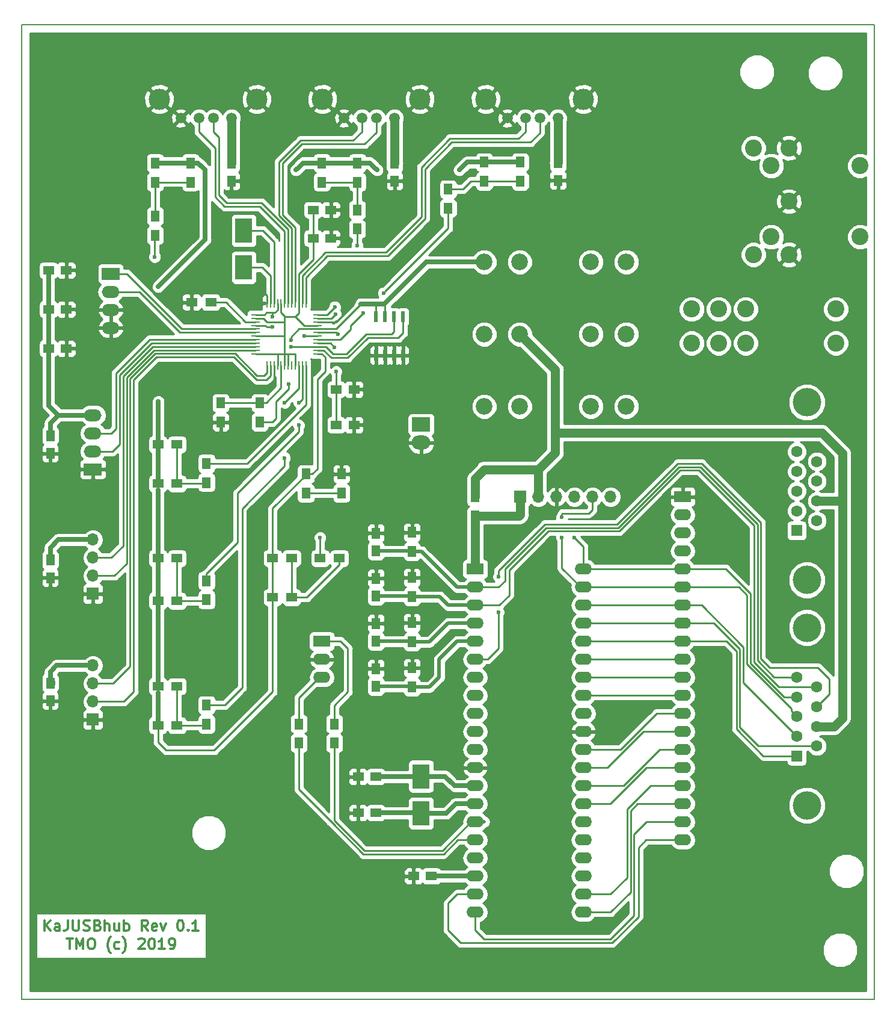
<source format=gbr>
%TF.GenerationSoftware,KiCad,Pcbnew,(5.0.1-3-g963ef8bb5)*%
%TF.CreationDate,2019-03-05T20:33:43+01:00*%
%TF.ProjectId,KaJUSBhub,4B614A5553426875622E6B696361645F,0.1*%
%TF.SameCoordinates,Original*%
%TF.FileFunction,Copper,L1,Top,Signal*%
%TF.FilePolarity,Positive*%
%FSLAX46Y46*%
G04 Gerber Fmt 4.6, Leading zero omitted, Abs format (unit mm)*
G04 Created by KiCad (PCBNEW (5.0.1-3-g963ef8bb5)) date Dienstag, 05. März 2019 um 20:33:43*
%MOMM*%
%LPD*%
G01*
G04 APERTURE LIST*
%TA.AperFunction,NonConductor*%
%ADD10C,0.150000*%
%TD*%
%TA.AperFunction,NonConductor*%
%ADD11C,0.300000*%
%TD*%
%TA.AperFunction,ComponentPad*%
%ADD12R,2.400000X1.600000*%
%TD*%
%TA.AperFunction,ComponentPad*%
%ADD13O,2.400000X1.600000*%
%TD*%
%TA.AperFunction,ComponentPad*%
%ADD14C,2.400000*%
%TD*%
%TA.AperFunction,ComponentPad*%
%ADD15O,2.600000X2.000000*%
%TD*%
%TA.AperFunction,ComponentPad*%
%ADD16R,2.600000X2.000000*%
%TD*%
%TA.AperFunction,ComponentPad*%
%ADD17R,1.600000X1.600000*%
%TD*%
%TA.AperFunction,ComponentPad*%
%ADD18C,1.600000*%
%TD*%
%TA.AperFunction,ComponentPad*%
%ADD19C,4.000000*%
%TD*%
%TA.AperFunction,SMDPad,CuDef*%
%ADD20R,1.300000X0.250000*%
%TD*%
%TA.AperFunction,SMDPad,CuDef*%
%ADD21R,0.250000X1.300000*%
%TD*%
%TA.AperFunction,SMDPad,CuDef*%
%ADD22R,1.250000X1.500000*%
%TD*%
%TA.AperFunction,SMDPad,CuDef*%
%ADD23R,1.500000X1.250000*%
%TD*%
%TA.AperFunction,ComponentPad*%
%ADD24C,2.350000*%
%TD*%
%TA.AperFunction,SMDPad,CuDef*%
%ADD25R,1.300000X1.500000*%
%TD*%
%TA.AperFunction,SMDPad,CuDef*%
%ADD26R,1.500000X1.300000*%
%TD*%
%TA.AperFunction,ComponentPad*%
%ADD27R,2.500000X1.700000*%
%TD*%
%TA.AperFunction,ComponentPad*%
%ADD28O,2.500000X1.700000*%
%TD*%
%TA.AperFunction,SMDPad,CuDef*%
%ADD29R,0.600000X1.550000*%
%TD*%
%TA.AperFunction,ComponentPad*%
%ADD30C,1.500000*%
%TD*%
%TA.AperFunction,ComponentPad*%
%ADD31C,3.000000*%
%TD*%
%TA.AperFunction,SMDPad,CuDef*%
%ADD32R,2.400000X3.500000*%
%TD*%
%TA.AperFunction,ComponentPad*%
%ADD33O,1.700000X1.700000*%
%TD*%
%TA.AperFunction,ComponentPad*%
%ADD34R,1.700000X1.700000*%
%TD*%
%TA.AperFunction,ViaPad*%
%ADD35C,0.600000*%
%TD*%
%TA.AperFunction,Conductor*%
%ADD36C,0.508000*%
%TD*%
%TA.AperFunction,Conductor*%
%ADD37C,0.250000*%
%TD*%
%TA.AperFunction,Conductor*%
%ADD38C,0.254000*%
%TD*%
%TA.AperFunction,Conductor*%
%ADD39C,0.635000*%
%TD*%
%TA.AperFunction,Conductor*%
%ADD40C,1.270000*%
%TD*%
G04 APERTURE END LIST*
D10*
X100000000Y-157000000D02*
X100000000Y-20000000D01*
X220000000Y-157000000D02*
X100000000Y-157000000D01*
D11*
X103178571Y-147403571D02*
X103178571Y-145903571D01*
X104035714Y-147403571D02*
X103392857Y-146546428D01*
X104035714Y-145903571D02*
X103178571Y-146760714D01*
X105321428Y-147403571D02*
X105321428Y-146617857D01*
X105250000Y-146475000D01*
X105107142Y-146403571D01*
X104821428Y-146403571D01*
X104678571Y-146475000D01*
X105321428Y-147332142D02*
X105178571Y-147403571D01*
X104821428Y-147403571D01*
X104678571Y-147332142D01*
X104607142Y-147189285D01*
X104607142Y-147046428D01*
X104678571Y-146903571D01*
X104821428Y-146832142D01*
X105178571Y-146832142D01*
X105321428Y-146760714D01*
X106464285Y-145903571D02*
X106464285Y-146975000D01*
X106392857Y-147189285D01*
X106250000Y-147332142D01*
X106035714Y-147403571D01*
X105892857Y-147403571D01*
X107178571Y-145903571D02*
X107178571Y-147117857D01*
X107250000Y-147260714D01*
X107321428Y-147332142D01*
X107464285Y-147403571D01*
X107750000Y-147403571D01*
X107892857Y-147332142D01*
X107964285Y-147260714D01*
X108035714Y-147117857D01*
X108035714Y-145903571D01*
X108678571Y-147332142D02*
X108892857Y-147403571D01*
X109250000Y-147403571D01*
X109392857Y-147332142D01*
X109464285Y-147260714D01*
X109535714Y-147117857D01*
X109535714Y-146975000D01*
X109464285Y-146832142D01*
X109392857Y-146760714D01*
X109250000Y-146689285D01*
X108964285Y-146617857D01*
X108821428Y-146546428D01*
X108750000Y-146475000D01*
X108678571Y-146332142D01*
X108678571Y-146189285D01*
X108750000Y-146046428D01*
X108821428Y-145975000D01*
X108964285Y-145903571D01*
X109321428Y-145903571D01*
X109535714Y-145975000D01*
X110678571Y-146617857D02*
X110892857Y-146689285D01*
X110964285Y-146760714D01*
X111035714Y-146903571D01*
X111035714Y-147117857D01*
X110964285Y-147260714D01*
X110892857Y-147332142D01*
X110750000Y-147403571D01*
X110178571Y-147403571D01*
X110178571Y-145903571D01*
X110678571Y-145903571D01*
X110821428Y-145975000D01*
X110892857Y-146046428D01*
X110964285Y-146189285D01*
X110964285Y-146332142D01*
X110892857Y-146475000D01*
X110821428Y-146546428D01*
X110678571Y-146617857D01*
X110178571Y-146617857D01*
X111678571Y-147403571D02*
X111678571Y-145903571D01*
X112321428Y-147403571D02*
X112321428Y-146617857D01*
X112250000Y-146475000D01*
X112107142Y-146403571D01*
X111892857Y-146403571D01*
X111750000Y-146475000D01*
X111678571Y-146546428D01*
X113678571Y-146403571D02*
X113678571Y-147403571D01*
X113035714Y-146403571D02*
X113035714Y-147189285D01*
X113107142Y-147332142D01*
X113250000Y-147403571D01*
X113464285Y-147403571D01*
X113607142Y-147332142D01*
X113678571Y-147260714D01*
X114392857Y-147403571D02*
X114392857Y-145903571D01*
X114392857Y-146475000D02*
X114535714Y-146403571D01*
X114821428Y-146403571D01*
X114964285Y-146475000D01*
X115035714Y-146546428D01*
X115107142Y-146689285D01*
X115107142Y-147117857D01*
X115035714Y-147260714D01*
X114964285Y-147332142D01*
X114821428Y-147403571D01*
X114535714Y-147403571D01*
X114392857Y-147332142D01*
X117749999Y-147403571D02*
X117249999Y-146689285D01*
X116892857Y-147403571D02*
X116892857Y-145903571D01*
X117464285Y-145903571D01*
X117607142Y-145975000D01*
X117678571Y-146046428D01*
X117749999Y-146189285D01*
X117749999Y-146403571D01*
X117678571Y-146546428D01*
X117607142Y-146617857D01*
X117464285Y-146689285D01*
X116892857Y-146689285D01*
X118964285Y-147332142D02*
X118821428Y-147403571D01*
X118535714Y-147403571D01*
X118392857Y-147332142D01*
X118321428Y-147189285D01*
X118321428Y-146617857D01*
X118392857Y-146475000D01*
X118535714Y-146403571D01*
X118821428Y-146403571D01*
X118964285Y-146475000D01*
X119035714Y-146617857D01*
X119035714Y-146760714D01*
X118321428Y-146903571D01*
X119535714Y-146403571D02*
X119892857Y-147403571D01*
X120249999Y-146403571D01*
X122249999Y-145903571D02*
X122392857Y-145903571D01*
X122535714Y-145975000D01*
X122607142Y-146046428D01*
X122678571Y-146189285D01*
X122749999Y-146475000D01*
X122749999Y-146832142D01*
X122678571Y-147117857D01*
X122607142Y-147260714D01*
X122535714Y-147332142D01*
X122392857Y-147403571D01*
X122249999Y-147403571D01*
X122107142Y-147332142D01*
X122035714Y-147260714D01*
X121964285Y-147117857D01*
X121892857Y-146832142D01*
X121892857Y-146475000D01*
X121964285Y-146189285D01*
X122035714Y-146046428D01*
X122107142Y-145975000D01*
X122249999Y-145903571D01*
X123392857Y-147260714D02*
X123464285Y-147332142D01*
X123392857Y-147403571D01*
X123321428Y-147332142D01*
X123392857Y-147260714D01*
X123392857Y-147403571D01*
X124892857Y-147403571D02*
X124035714Y-147403571D01*
X124464285Y-147403571D02*
X124464285Y-145903571D01*
X124321428Y-146117857D01*
X124178571Y-146260714D01*
X124035714Y-146332142D01*
X106285714Y-148453571D02*
X107142857Y-148453571D01*
X106714285Y-149953571D02*
X106714285Y-148453571D01*
X107642857Y-149953571D02*
X107642857Y-148453571D01*
X108142857Y-149525000D01*
X108642857Y-148453571D01*
X108642857Y-149953571D01*
X109642857Y-148453571D02*
X109928571Y-148453571D01*
X110071428Y-148525000D01*
X110214285Y-148667857D01*
X110285714Y-148953571D01*
X110285714Y-149453571D01*
X110214285Y-149739285D01*
X110071428Y-149882142D01*
X109928571Y-149953571D01*
X109642857Y-149953571D01*
X109500000Y-149882142D01*
X109357142Y-149739285D01*
X109285714Y-149453571D01*
X109285714Y-148953571D01*
X109357142Y-148667857D01*
X109500000Y-148525000D01*
X109642857Y-148453571D01*
X112500000Y-150525000D02*
X112428571Y-150453571D01*
X112285714Y-150239285D01*
X112214285Y-150096428D01*
X112142857Y-149882142D01*
X112071428Y-149525000D01*
X112071428Y-149239285D01*
X112142857Y-148882142D01*
X112214285Y-148667857D01*
X112285714Y-148525000D01*
X112428571Y-148310714D01*
X112500000Y-148239285D01*
X113714285Y-149882142D02*
X113571428Y-149953571D01*
X113285714Y-149953571D01*
X113142857Y-149882142D01*
X113071428Y-149810714D01*
X113000000Y-149667857D01*
X113000000Y-149239285D01*
X113071428Y-149096428D01*
X113142857Y-149025000D01*
X113285714Y-148953571D01*
X113571428Y-148953571D01*
X113714285Y-149025000D01*
X114214285Y-150525000D02*
X114285714Y-150453571D01*
X114428571Y-150239285D01*
X114500000Y-150096428D01*
X114571428Y-149882142D01*
X114642857Y-149525000D01*
X114642857Y-149239285D01*
X114571428Y-148882142D01*
X114500000Y-148667857D01*
X114428571Y-148525000D01*
X114285714Y-148310714D01*
X114214285Y-148239285D01*
X116428571Y-148596428D02*
X116500000Y-148525000D01*
X116642857Y-148453571D01*
X117000000Y-148453571D01*
X117142857Y-148525000D01*
X117214285Y-148596428D01*
X117285714Y-148739285D01*
X117285714Y-148882142D01*
X117214285Y-149096428D01*
X116357142Y-149953571D01*
X117285714Y-149953571D01*
X118214285Y-148453571D02*
X118357142Y-148453571D01*
X118500000Y-148525000D01*
X118571428Y-148596428D01*
X118642857Y-148739285D01*
X118714285Y-149025000D01*
X118714285Y-149382142D01*
X118642857Y-149667857D01*
X118571428Y-149810714D01*
X118500000Y-149882142D01*
X118357142Y-149953571D01*
X118214285Y-149953571D01*
X118071428Y-149882142D01*
X118000000Y-149810714D01*
X117928571Y-149667857D01*
X117857142Y-149382142D01*
X117857142Y-149025000D01*
X117928571Y-148739285D01*
X118000000Y-148596428D01*
X118071428Y-148525000D01*
X118214285Y-148453571D01*
X120142857Y-149953571D02*
X119285714Y-149953571D01*
X119714285Y-149953571D02*
X119714285Y-148453571D01*
X119571428Y-148667857D01*
X119428571Y-148810714D01*
X119285714Y-148882142D01*
X120857142Y-149953571D02*
X121142857Y-149953571D01*
X121285714Y-149882142D01*
X121357142Y-149810714D01*
X121500000Y-149596428D01*
X121571428Y-149310714D01*
X121571428Y-148739285D01*
X121500000Y-148596428D01*
X121428571Y-148525000D01*
X121285714Y-148453571D01*
X121000000Y-148453571D01*
X120857142Y-148525000D01*
X120785714Y-148596428D01*
X120714285Y-148739285D01*
X120714285Y-149096428D01*
X120785714Y-149239285D01*
X120857142Y-149310714D01*
X121000000Y-149382142D01*
X121285714Y-149382142D01*
X121428571Y-149310714D01*
X121500000Y-149239285D01*
X121571428Y-149096428D01*
D10*
X100000000Y-20000000D02*
X220000000Y-20000000D01*
X220000000Y-20000000D02*
X220000000Y-157000000D01*
D12*
%TO.P,U1,1*%
%TO.N,J6:1-U1:1*%
X163830000Y-96520000D03*
D13*
%TO.P,U1,21*%
%TO.N,kC*%
X179070000Y-144780000D03*
%TO.P,U1,2*%
%TO.N,PY1*%
X163830000Y-99060000D03*
%TO.P,U1,22*%
%TO.N,kD*%
X179070000Y-142240000D03*
%TO.P,U1,3*%
%TO.N,PX1*%
X163830000Y-101600000D03*
%TO.P,U1,23*%
%TO.N,D-*%
X179070000Y-139700000D03*
%TO.P,U1,4*%
%TO.N,PX2*%
X163830000Y-104140000D03*
%TO.P,U1,24*%
%TO.N,D+*%
X179070000Y-137160000D03*
%TO.P,U1,5*%
%TO.N,PY2*%
X163830000Y-106680000D03*
%TO.P,U1,25*%
%TO.N,N/C*%
X179070000Y-134620000D03*
%TO.P,U1,6*%
%TO.N,Joy1select*%
X163830000Y-109220000D03*
%TO.P,U1,26*%
%TO.N,N/C*%
X179070000Y-132080000D03*
%TO.P,U1,7*%
%TO.N,Joy2select*%
X163830000Y-111760000D03*
%TO.P,U1,27*%
%TO.N,kE*%
X179070000Y-129540000D03*
%TO.P,U1,8*%
%TO.N,N/C*%
X163830000Y-114300000D03*
%TO.P,U1,28*%
%TO.N,kF*%
X179070000Y-127000000D03*
%TO.P,U1,9*%
%TO.N,N/C*%
X163830000Y-116840000D03*
%TO.P,U1,29*%
%TO.N,kG*%
X179070000Y-124460000D03*
%TO.P,U1,10*%
%TO.N,N/C*%
X163830000Y-119380000D03*
%TO.P,U1,30*%
%TO.N,kH*%
X179070000Y-121920000D03*
%TO.P,U1,11*%
%TO.N,+5VKaJ*%
X163830000Y-121920000D03*
%TO.P,U1,31*%
%TO.N,GND*%
X179070000Y-119380000D03*
%TO.P,U1,12*%
X163830000Y-124460000D03*
%TO.P,U1,32*%
%TO.N,+5VKaJ*%
X179070000Y-116840000D03*
%TO.P,U1,13*%
%TO.N,Net-(C4-Pad1)*%
X163830000Y-127000000D03*
%TO.P,U1,33*%
%TO.N,k0*%
X179070000Y-114300000D03*
%TO.P,U1,14*%
%TO.N,Net-(C3-Pad1)*%
X163830000Y-129540000D03*
%TO.P,U1,34*%
%TO.N,k1*%
X179070000Y-111760000D03*
%TO.P,U1,15*%
%TO.N,Net-(R6-Pad2)*%
X163830000Y-132080000D03*
%TO.P,U1,35*%
%TO.N,k2*%
X179070000Y-109220000D03*
%TO.P,U1,16*%
%TO.N,Net-(R7-Pad2)*%
X163830000Y-134620000D03*
%TO.P,U1,36*%
%TO.N,k3*%
X179070000Y-106680000D03*
%TO.P,U1,17*%
%TO.N,k8*%
X163830000Y-137160000D03*
%TO.P,U1,37*%
%TO.N,k4*%
X179070000Y-104140000D03*
%TO.P,U1,18*%
%TO.N,Net-(C9-Pad2)*%
X163830000Y-139700000D03*
%TO.P,U1,38*%
%TO.N,k5*%
X179070000Y-101600000D03*
%TO.P,U1,19*%
%TO.N,kA*%
X163830000Y-142240000D03*
%TO.P,U1,39*%
%TO.N,k6*%
X179070000Y-99060000D03*
%TO.P,U1,20*%
%TO.N,kB*%
X163830000Y-144780000D03*
%TO.P,U1,40*%
%TO.N,k7*%
X179070000Y-96520000D03*
%TD*%
D14*
%TO.P,SW1,2*%
%TO.N,Net-(J1-Pad4)*%
X198100000Y-59940000D03*
%TO.P,SW1,1*%
%TO.N,Net-(F1-Pad2)*%
X194300000Y-59940000D03*
%TO.P,SW1,3*%
%TO.N,N/C*%
X201900000Y-59940000D03*
%TO.P,SW1,4*%
%TO.N,Net-(F3-Pad2)*%
X194300000Y-64740000D03*
%TO.P,SW1,5*%
%TO.N,Net-(J1-Pad4)*%
X198100000Y-64740000D03*
%TO.P,SW1,6*%
%TO.N,N/C*%
X201900000Y-64740000D03*
%TO.P,SW1,7*%
X214600000Y-59940000D03*
%TO.P,SW1,8*%
X214600000Y-64740000D03*
%TD*%
%TO.P,J1,*%
%TO.N,*%
X217994900Y-49799340D03*
X217994900Y-39796820D03*
%TO.P,J1,5*%
%TO.N,Net-(J1-Pad4)*%
X205498100Y-49794260D03*
%TO.P,J1,1*%
%TO.N,GND*%
X208000000Y-37300000D03*
%TO.P,J1,2*%
X207997460Y-44798080D03*
%TO.P,J1,4*%
%TO.N,Net-(J1-Pad4)*%
X205498100Y-39801900D03*
%TO.P,J1,3*%
%TO.N,GND*%
X207997200Y-52298080D03*
%TO.P,J1,7*%
%TO.N,N/C*%
X203000000Y-52296160D03*
%TO.P,J1,6*%
X203000000Y-37300000D03*
%TD*%
D15*
%TO.P,J2,2*%
%TO.N,GND*%
X156210000Y-78740000D03*
D16*
%TO.P,J2,1*%
%TO.N,Net-(F3-Pad1)*%
X156210000Y-76200000D03*
%TD*%
D12*
%TO.P,J7,1*%
%TO.N,GND*%
X193040000Y-86360000D03*
D13*
%TO.P,J7,2*%
%TO.N,N/C*%
X193040000Y-88900000D03*
%TO.P,J7,3*%
%TO.N,k8*%
X193040000Y-91440000D03*
%TO.P,J7,4*%
%TO.N,N/C*%
X193040000Y-93980000D03*
%TO.P,J7,5*%
%TO.N,k7*%
X193040000Y-96520000D03*
%TO.P,J7,6*%
%TO.N,k6*%
X193040000Y-99060000D03*
%TO.P,J7,7*%
%TO.N,k5*%
X193040000Y-101600000D03*
%TO.P,J7,8*%
%TO.N,k4*%
X193040000Y-104140000D03*
%TO.P,J7,9*%
%TO.N,k3*%
X193040000Y-106680000D03*
%TO.P,J7,10*%
%TO.N,k2*%
X193040000Y-109220000D03*
%TO.P,J7,11*%
%TO.N,k1*%
X193040000Y-111760000D03*
%TO.P,J7,12*%
%TO.N,k0*%
X193040000Y-114300000D03*
%TO.P,J7,13*%
%TO.N,kH*%
X193040000Y-116840000D03*
%TO.P,J7,14*%
%TO.N,kG*%
X193040000Y-119380000D03*
%TO.P,J7,15*%
%TO.N,kF*%
X193040000Y-121920000D03*
%TO.P,J7,16*%
%TO.N,kE*%
X193040000Y-124460000D03*
%TO.P,J7,17*%
%TO.N,kD*%
X193040000Y-127000000D03*
%TO.P,J7,18*%
%TO.N,kC*%
X193040000Y-129540000D03*
%TO.P,J7,19*%
%TO.N,kB*%
X193040000Y-132080000D03*
%TO.P,J7,20*%
%TO.N,kA*%
X193040000Y-134620000D03*
%TD*%
D17*
%TO.P,J4,1*%
%TO.N,k3*%
X209100000Y-122800000D03*
D18*
%TO.P,J4,2*%
%TO.N,k5*%
X209100000Y-120030000D03*
%TO.P,J4,3*%
%TO.N,k6*%
X209100000Y-117260000D03*
%TO.P,J4,4*%
%TO.N,k7*%
X209100000Y-114490000D03*
%TO.P,J4,5*%
%TO.N,PY1*%
X209100000Y-111720000D03*
%TO.P,J4,6*%
%TO.N,k4*%
X211940000Y-121415000D03*
%TO.P,J4,7*%
%TO.N,+5VKaJ*%
X211940000Y-118645000D03*
%TO.P,J4,8*%
%TO.N,Joy1select*%
X211940000Y-115875000D03*
%TO.P,J4,9*%
%TO.N,PX1*%
X211940000Y-113105000D03*
D19*
%TO.P,J4,0*%
%TO.N,N/C*%
X210520000Y-129760000D03*
X210520000Y-104760000D03*
%TD*%
%TO.P,J6,0*%
%TO.N,N/C*%
X210520000Y-73060000D03*
X210520000Y-98060000D03*
D18*
%TO.P,J6,9*%
%TO.N,PX2*%
X211940000Y-81405000D03*
%TO.P,J6,8*%
%TO.N,Joy2select*%
X211940000Y-84175000D03*
%TO.P,J6,7*%
%TO.N,+5VKaJ*%
X211940000Y-86945000D03*
%TO.P,J6,6*%
%TO.N,k4*%
X211940000Y-89715000D03*
%TO.P,J6,5*%
%TO.N,PY2*%
X209100000Y-80020000D03*
%TO.P,J6,4*%
%TO.N,k7*%
X209100000Y-82790000D03*
%TO.P,J6,3*%
%TO.N,k6*%
X209100000Y-85560000D03*
%TO.P,J6,2*%
%TO.N,k5*%
X209100000Y-88330000D03*
D17*
%TO.P,J6,1*%
%TO.N,k3*%
X209100000Y-91100000D03*
%TD*%
D20*
%TO.P,U3,1*%
%TO.N,DRV*%
X141600000Y-66250000D03*
%TO.P,U3,2*%
%TO.N,Net-(U2-Pad5)*%
X141600000Y-65750000D03*
%TO.P,U3,3*%
%TO.N,LED1*%
X141600000Y-65250000D03*
%TO.P,U3,4*%
%TO.N,LED2*%
X141600000Y-64750000D03*
%TO.P,U3,5*%
%TO.N,LED3*%
X141600000Y-64250000D03*
%TO.P,U3,6*%
%TO.N,VD18*%
X141600000Y-63750000D03*
%TO.P,U3,7*%
%TO.N,LED4*%
X141600000Y-63250000D03*
%TO.P,U3,8*%
%TO.N,+5VUSBhub*%
X141600000Y-62750000D03*
%TO.P,U3,9*%
%TO.N,VDD33*%
X141600000Y-62250000D03*
%TO.P,U3,10*%
%TO.N,GND*%
X141600000Y-61750000D03*
%TO.P,U3,11*%
%TO.N,D-*%
X141600000Y-61250000D03*
%TO.P,U3,12*%
%TO.N,D+*%
X141600000Y-60750000D03*
D21*
%TO.P,U3,13*%
%TO.N,DM3*%
X140000000Y-59150000D03*
%TO.P,U3,14*%
%TO.N,DP3*%
X139500000Y-59150000D03*
%TO.P,U3,15*%
%TO.N,VDD33*%
X139000000Y-59150000D03*
%TO.P,U3,16*%
%TO.N,DM2*%
X138500000Y-59150000D03*
%TO.P,U3,17*%
%TO.N,DP2*%
X138000000Y-59150000D03*
%TO.P,U3,18*%
%TO.N,DM1*%
X137500000Y-59150000D03*
%TO.P,U3,19*%
%TO.N,DP1*%
X137000000Y-59150000D03*
%TO.P,U3,20*%
%TO.N,VDD33*%
X136500000Y-59150000D03*
%TO.P,U3,21*%
%TO.N,VD18*%
X136000000Y-59150000D03*
%TO.P,U3,22*%
%TO.N,Net-(U3-Pad22)*%
X135500000Y-59150000D03*
%TO.P,U3,23*%
%TO.N,Net-(U3-Pad23)*%
X135000000Y-59150000D03*
%TO.P,U3,24*%
%TO.N,GND*%
X134500000Y-59150000D03*
D20*
%TO.P,U3,25*%
%TO.N,VD18*%
X132900000Y-60750000D03*
%TO.P,U3,26*%
%TO.N,VDD33*%
X132900000Y-61250000D03*
%TO.P,U3,27*%
%TO.N,Net-(R19-Pad1)*%
X132900000Y-61750000D03*
%TO.P,U3,28*%
%TO.N,VD18*%
X132900000Y-62250000D03*
%TO.P,U3,29*%
%TO.N,DMU*%
X132900000Y-62750000D03*
%TO.P,U3,30*%
%TO.N,DPU*%
X132900000Y-63250000D03*
%TO.P,U3,31*%
%TO.N,VDD33*%
X132900000Y-63750000D03*
%TO.P,U3,32*%
%TO.N,DM5*%
X132900000Y-64250000D03*
%TO.P,U3,33*%
%TO.N,DP5*%
X132900000Y-64750000D03*
%TO.P,U3,34*%
%TO.N,DM6*%
X132900000Y-65250000D03*
%TO.P,U3,35*%
%TO.N,DP6*%
X132900000Y-65750000D03*
%TO.P,U3,36*%
%TO.N,VDD33*%
X132900000Y-66250000D03*
D21*
%TO.P,U3,37*%
%TO.N,DM7*%
X134500000Y-67850000D03*
%TO.P,U3,38*%
%TO.N,DP7*%
X135000000Y-67850000D03*
%TO.P,U3,39*%
%TO.N,GND*%
X135500000Y-67850000D03*
%TO.P,U3,40*%
%TO.N,VDD33*%
X136000000Y-67850000D03*
%TO.P,U3,41*%
%TO.N,Net-(R17-Pad1)*%
X136500000Y-67850000D03*
%TO.P,U3,42*%
%TO.N,VDD33*%
X137000000Y-67850000D03*
%TO.P,U3,43*%
X137500000Y-67850000D03*
%TO.P,U3,44*%
%TO.N,N/C*%
X138000000Y-67850000D03*
%TO.P,U3,45*%
%TO.N,VDD33*%
X138500000Y-67850000D03*
%TO.P,U3,46*%
%TO.N,LED7*%
X139000000Y-67850000D03*
%TO.P,U3,47*%
%TO.N,LED6*%
X139500000Y-67850000D03*
%TO.P,U3,48*%
%TO.N,LED5*%
X140000000Y-67850000D03*
%TD*%
D22*
%TO.P,C1,1*%
%TO.N,PY1*%
X149860000Y-93960000D03*
%TO.P,C1,2*%
%TO.N,GND*%
X149860000Y-91460000D03*
%TD*%
%TO.P,C2,1*%
%TO.N,PX1*%
X149860000Y-100310000D03*
%TO.P,C2,2*%
%TO.N,GND*%
X149860000Y-97810000D03*
%TD*%
D23*
%TO.P,C3,1*%
%TO.N,Net-(C3-Pad1)*%
X149840000Y-130810000D03*
%TO.P,C3,2*%
%TO.N,GND*%
X147340000Y-130810000D03*
%TD*%
%TO.P,C4,1*%
%TO.N,Net-(C4-Pad1)*%
X149840000Y-125730000D03*
%TO.P,C4,2*%
%TO.N,GND*%
X147340000Y-125730000D03*
%TD*%
D22*
%TO.P,C5,1*%
%TO.N,PX2*%
X149860000Y-106660000D03*
%TO.P,C5,2*%
%TO.N,GND*%
X149860000Y-104160000D03*
%TD*%
%TO.P,C6,1*%
%TO.N,PY2*%
X149860000Y-113010000D03*
%TO.P,C6,2*%
%TO.N,GND*%
X149860000Y-110510000D03*
%TD*%
D23*
%TO.P,C9,1*%
%TO.N,GND*%
X155150000Y-139700000D03*
%TO.P,C9,2*%
%TO.N,Net-(C9-Pad2)*%
X157650000Y-139700000D03*
%TD*%
%TO.P,C10,1*%
%TO.N,+5VUSBhub*%
X103750000Y-54500000D03*
%TO.P,C10,2*%
%TO.N,GND*%
X106250000Y-54500000D03*
%TD*%
%TO.P,C11,1*%
%TO.N,+5VUSBhub*%
X103750000Y-60000000D03*
%TO.P,C11,2*%
%TO.N,GND*%
X106250000Y-60000000D03*
%TD*%
%TO.P,C12,1*%
%TO.N,+5VUSBhub*%
X103750000Y-65500000D03*
%TO.P,C12,2*%
%TO.N,GND*%
X106250000Y-65500000D03*
%TD*%
%TO.P,C13,1*%
%TO.N,GND*%
X143500000Y-46000000D03*
%TO.P,C13,2*%
%TO.N,VDD33*%
X141000000Y-46000000D03*
%TD*%
%TO.P,C14,1*%
%TO.N,GND*%
X143500000Y-50000000D03*
%TO.P,C14,2*%
%TO.N,VDD33*%
X141000000Y-50000000D03*
%TD*%
%TO.P,C15,1*%
%TO.N,GND*%
X146750000Y-76250000D03*
%TO.P,C15,2*%
%TO.N,VD18*%
X144250000Y-76250000D03*
%TD*%
%TO.P,C16,1*%
%TO.N,GND*%
X146750000Y-71250000D03*
%TO.P,C16,2*%
%TO.N,VD18*%
X144250000Y-71250000D03*
%TD*%
D22*
%TO.P,C17,1*%
%TO.N,+5VUSBhub*%
X129500000Y-39450000D03*
%TO.P,C17,2*%
%TO.N,GND*%
X129500000Y-41950000D03*
%TD*%
%TO.P,C18,1*%
%TO.N,+5VUSBhub*%
X152500000Y-39450000D03*
%TO.P,C18,2*%
%TO.N,GND*%
X152500000Y-41950000D03*
%TD*%
%TO.P,C19,1*%
%TO.N,+5VUSBhub*%
X175500000Y-39350000D03*
%TO.P,C19,2*%
%TO.N,GND*%
X175500000Y-41850000D03*
%TD*%
%TO.P,C21,1*%
%TO.N,+5VUSBhub*%
X104000000Y-77750000D03*
%TO.P,C21,2*%
%TO.N,GND*%
X104000000Y-80250000D03*
%TD*%
%TO.P,C22,1*%
%TO.N,+5VUSBhub*%
X104000000Y-95250000D03*
%TO.P,C22,2*%
%TO.N,GND*%
X104000000Y-97750000D03*
%TD*%
D24*
%TO.P,F1,2*%
%TO.N,Net-(F1-Pad2)*%
X180100000Y-63500000D03*
X185100000Y-63500000D03*
%TO.P,F1,1*%
%TO.N,+5VKaJ*%
X170100000Y-63500000D03*
X165100000Y-63500000D03*
%TD*%
%TO.P,F2,2*%
%TO.N,Net-(F1-Pad2)*%
X180100000Y-53340000D03*
X185100000Y-53340000D03*
%TO.P,F2,1*%
%TO.N,+5VUSBhub*%
X170100000Y-53340000D03*
X165100000Y-53340000D03*
%TD*%
D25*
%TO.P,LED1,1*%
%TO.N,Net-(LED1-Pad1)*%
X118750000Y-42100000D03*
%TO.P,LED1,2*%
%TO.N,DRV*%
X118750000Y-39400000D03*
%TD*%
%TO.P,LED2,1*%
%TO.N,DRV*%
X123750000Y-39400000D03*
%TO.P,LED2,2*%
%TO.N,Net-(LED1-Pad1)*%
X123750000Y-42100000D03*
%TD*%
%TO.P,LED3,1*%
%TO.N,Net-(LED3-Pad1)*%
X142250000Y-42100000D03*
%TO.P,LED3,2*%
%TO.N,DRV*%
X142250000Y-39400000D03*
%TD*%
%TO.P,LED4,1*%
%TO.N,DRV*%
X147250000Y-39400000D03*
%TO.P,LED4,2*%
%TO.N,Net-(LED3-Pad1)*%
X147250000Y-42100000D03*
%TD*%
%TO.P,LED5,1*%
%TO.N,Net-(LED5-Pad1)*%
X165100000Y-41990000D03*
%TO.P,LED5,2*%
%TO.N,DRV*%
X165100000Y-39290000D03*
%TD*%
%TO.P,LED6,1*%
%TO.N,DRV*%
X170180000Y-39290000D03*
%TO.P,LED6,2*%
%TO.N,Net-(LED5-Pad1)*%
X170180000Y-41990000D03*
%TD*%
D26*
%TO.P,LED7,1*%
%TO.N,Net-(LED7-Pad1)*%
X138000000Y-95000000D03*
%TO.P,LED7,2*%
%TO.N,DRV*%
X135300000Y-95000000D03*
%TD*%
%TO.P,LED8,1*%
%TO.N,DRV*%
X135300000Y-100500000D03*
%TO.P,LED8,2*%
%TO.N,Net-(LED7-Pad1)*%
X138000000Y-100500000D03*
%TD*%
%TO.P,LED9,1*%
%TO.N,Net-(LED10-Pad2)*%
X121850000Y-79000000D03*
%TO.P,LED9,2*%
%TO.N,DRV*%
X119150000Y-79000000D03*
%TD*%
%TO.P,LED10,1*%
%TO.N,DRV*%
X119150000Y-84500000D03*
%TO.P,LED10,2*%
%TO.N,Net-(LED10-Pad2)*%
X121850000Y-84500000D03*
%TD*%
%TO.P,LED11,1*%
%TO.N,Net-(LED11-Pad1)*%
X121850000Y-95000000D03*
%TO.P,LED11,2*%
%TO.N,DRV*%
X119150000Y-95000000D03*
%TD*%
%TO.P,LED12,1*%
%TO.N,DRV*%
X119150000Y-101000000D03*
%TO.P,LED12,2*%
%TO.N,Net-(LED11-Pad1)*%
X121850000Y-101000000D03*
%TD*%
%TO.P,LED13,1*%
%TO.N,Net-(LED13-Pad1)*%
X121850000Y-113000000D03*
%TO.P,LED13,2*%
%TO.N,DRV*%
X119150000Y-113000000D03*
%TD*%
%TO.P,LED14,1*%
%TO.N,DRV*%
X119150000Y-118500000D03*
%TO.P,LED14,2*%
%TO.N,Net-(LED13-Pad1)*%
X121850000Y-118500000D03*
%TD*%
D25*
%TO.P,LED15,1*%
%TO.N,GND*%
X145000000Y-83150000D03*
%TO.P,LED15,2*%
%TO.N,Net-(LED15-Pad2)*%
X145000000Y-85850000D03*
%TD*%
D27*
%TO.P,P1,1*%
%TO.N,DMU*%
X112500000Y-55000000D03*
D28*
%TO.P,P1,2*%
%TO.N,DPU*%
X112500000Y-57540000D03*
%TO.P,P1,3*%
%TO.N,GND*%
X112500000Y-60080000D03*
%TO.P,P1,4*%
X112500000Y-62620000D03*
%TD*%
D25*
%TO.P,R1,1*%
%TO.N,GND*%
X154940000Y-91360000D03*
%TO.P,R1,2*%
%TO.N,PY1*%
X154940000Y-94060000D03*
%TD*%
%TO.P,R2,1*%
%TO.N,GND*%
X154940000Y-97710000D03*
%TO.P,R2,2*%
%TO.N,PX1*%
X154940000Y-100410000D03*
%TD*%
%TO.P,R3,1*%
%TO.N,GND*%
X154940000Y-104060000D03*
%TO.P,R3,2*%
%TO.N,PX2*%
X154940000Y-106760000D03*
%TD*%
%TO.P,R4,1*%
%TO.N,GND*%
X154940000Y-110410000D03*
%TO.P,R4,2*%
%TO.N,PY2*%
X154940000Y-113110000D03*
%TD*%
%TO.P,R5,1*%
%TO.N,+5VKaJ*%
X163830000Y-86360000D03*
%TO.P,R5,2*%
%TO.N,J6:1-U1:1*%
X163830000Y-89060000D03*
%TD*%
%TO.P,R6,1*%
%TO.N,Net-(J5-Pad1)*%
X144000000Y-118300000D03*
%TO.P,R6,2*%
%TO.N,Net-(R6-Pad2)*%
X144000000Y-121000000D03*
%TD*%
%TO.P,R7,1*%
%TO.N,Net-(J5-Pad3)*%
X139000000Y-118300000D03*
%TO.P,R7,2*%
%TO.N,Net-(R7-Pad2)*%
X139000000Y-121000000D03*
%TD*%
%TO.P,R9,1*%
%TO.N,Net-(LED15-Pad2)*%
X140000000Y-85850000D03*
%TO.P,R9,2*%
%TO.N,DRV*%
X140000000Y-83150000D03*
%TD*%
%TO.P,R10,1*%
%TO.N,LED1*%
X118750000Y-49600000D03*
%TO.P,R10,2*%
%TO.N,Net-(LED1-Pad1)*%
X118750000Y-46900000D03*
%TD*%
%TO.P,R11,1*%
%TO.N,LED2*%
X147200000Y-48700000D03*
%TO.P,R11,2*%
%TO.N,Net-(LED3-Pad1)*%
X147200000Y-46000000D03*
%TD*%
%TO.P,R12,1*%
%TO.N,LED3*%
X160020000Y-45800000D03*
%TO.P,R12,2*%
%TO.N,Net-(LED5-Pad1)*%
X160020000Y-43100000D03*
%TD*%
D26*
%TO.P,R13,1*%
%TO.N,LED4*%
X142000000Y-95000000D03*
%TO.P,R13,2*%
%TO.N,Net-(LED7-Pad1)*%
X144700000Y-95000000D03*
%TD*%
D25*
%TO.P,R14,1*%
%TO.N,LED5*%
X126000000Y-81650000D03*
%TO.P,R14,2*%
%TO.N,Net-(LED10-Pad2)*%
X126000000Y-84350000D03*
%TD*%
%TO.P,R15,1*%
%TO.N,LED6*%
X126000000Y-98150000D03*
%TO.P,R15,2*%
%TO.N,Net-(LED11-Pad1)*%
X126000000Y-100850000D03*
%TD*%
%TO.P,R16,1*%
%TO.N,LED7*%
X126000000Y-115650000D03*
%TO.P,R16,2*%
%TO.N,Net-(LED13-Pad1)*%
X126000000Y-118350000D03*
%TD*%
%TO.P,R17,1*%
%TO.N,Net-(R17-Pad1)*%
X133500000Y-73150000D03*
%TO.P,R17,2*%
%TO.N,+5VUSBhub*%
X133500000Y-75850000D03*
%TD*%
%TO.P,R18,1*%
%TO.N,GND*%
X128000000Y-75850000D03*
%TO.P,R18,2*%
%TO.N,Net-(R17-Pad1)*%
X128000000Y-73150000D03*
%TD*%
D26*
%TO.P,R19,1*%
%TO.N,Net-(R19-Pad1)*%
X126600000Y-59000000D03*
%TO.P,R19,2*%
%TO.N,GND*%
X123900000Y-59000000D03*
%TD*%
D29*
%TO.P,U2,1*%
%TO.N,GND*%
X149845000Y-66450000D03*
%TO.P,U2,2*%
X151115000Y-66450000D03*
%TO.P,U2,3*%
X152385000Y-66450000D03*
%TO.P,U2,4*%
X153655000Y-66450000D03*
%TO.P,U2,5*%
%TO.N,Net-(U2-Pad5)*%
X153655000Y-61050000D03*
%TO.P,U2,6*%
%TO.N,LED1*%
X152385000Y-61050000D03*
%TO.P,U2,7*%
%TO.N,+5VUSBhub*%
X151115000Y-61050000D03*
%TO.P,U2,8*%
X149845000Y-61050000D03*
%TD*%
D30*
%TO.P,USB1,4*%
%TO.N,GND*%
X122390000Y-33100000D03*
%TO.P,USB1,3*%
%TO.N,DP1*%
X124930000Y-33100000D03*
%TO.P,USB1,2*%
%TO.N,DM1*%
X126960000Y-33100000D03*
%TO.P,USB1,1*%
%TO.N,+5VUSBhub*%
X129500000Y-33100000D03*
D31*
%TO.P,USB1,5*%
%TO.N,GND*%
X119340000Y-30430000D03*
X133060000Y-30430000D03*
%TD*%
D30*
%TO.P,USB2,4*%
%TO.N,GND*%
X145350000Y-33100000D03*
%TO.P,USB2,3*%
%TO.N,DP2*%
X147890000Y-33100000D03*
%TO.P,USB2,2*%
%TO.N,DM2*%
X149920000Y-33100000D03*
%TO.P,USB2,1*%
%TO.N,+5VUSBhub*%
X152460000Y-33100000D03*
D31*
%TO.P,USB2,5*%
%TO.N,GND*%
X142300000Y-30430000D03*
X156020000Y-30430000D03*
%TD*%
D30*
%TO.P,USB3,4*%
%TO.N,GND*%
X168350000Y-33100000D03*
%TO.P,USB3,3*%
%TO.N,DP3*%
X170890000Y-33100000D03*
%TO.P,USB3,2*%
%TO.N,DM3*%
X172920000Y-33100000D03*
%TO.P,USB3,1*%
%TO.N,+5VUSBhub*%
X175460000Y-33100000D03*
D31*
%TO.P,USB3,5*%
%TO.N,GND*%
X165300000Y-30430000D03*
X179020000Y-30430000D03*
%TD*%
D27*
%TO.P,USB5,1*%
%TO.N,GND*%
X110000000Y-82500000D03*
D28*
%TO.P,USB5,2*%
%TO.N,DP5*%
X110000000Y-79960000D03*
%TO.P,USB5,3*%
%TO.N,DM5*%
X110000000Y-77420000D03*
%TO.P,USB5,4*%
%TO.N,+5VUSBhub*%
X110000000Y-74880000D03*
%TD*%
D32*
%TO.P,X1,1*%
%TO.N,Net-(C3-Pad1)*%
X156210000Y-130870000D03*
%TO.P,X1,2*%
%TO.N,Net-(C4-Pad1)*%
X156210000Y-125670000D03*
%TD*%
%TO.P,X2,1*%
%TO.N,Net-(U3-Pad22)*%
X131250000Y-48900000D03*
%TO.P,X2,2*%
%TO.N,Net-(U3-Pad23)*%
X131250000Y-54100000D03*
%TD*%
D22*
%TO.P,C20,2*%
%TO.N,GND*%
X104000000Y-115050000D03*
%TO.P,C20,1*%
%TO.N,+5VUSBhub*%
X104000000Y-112550000D03*
%TD*%
D24*
%TO.P,F3,1*%
%TO.N,Net-(F3-Pad1)*%
X165100000Y-73660000D03*
X170100000Y-73660000D03*
%TO.P,F3,2*%
%TO.N,Net-(F3-Pad2)*%
X185100000Y-73660000D03*
X180100000Y-73660000D03*
%TD*%
D33*
%TO.P,J3,6*%
%TO.N,N/C*%
X182880000Y-86360000D03*
%TO.P,J3,5*%
%TO.N,k6*%
X180340000Y-86360000D03*
%TO.P,J3,4*%
%TO.N,k7*%
X177800000Y-86360000D03*
%TO.P,J3,3*%
%TO.N,GND*%
X175260000Y-86360000D03*
%TO.P,J3,2*%
%TO.N,+5VKaJ*%
X172720000Y-86360000D03*
D34*
%TO.P,J3,1*%
%TO.N,J6:1-U1:1*%
X170180000Y-86360000D03*
%TD*%
D12*
%TO.P,J5,1*%
%TO.N,Net-(J5-Pad1)*%
X142240000Y-106680000D03*
D13*
%TO.P,J5,2*%
%TO.N,GND*%
X142240000Y-109220000D03*
%TO.P,J5,3*%
%TO.N,Net-(J5-Pad3)*%
X142240000Y-111760000D03*
%TD*%
D33*
%TO.P,USB6,4*%
%TO.N,+5VUSBhub*%
X110000000Y-92380000D03*
%TO.P,USB6,3*%
%TO.N,DM6*%
X110000000Y-94920000D03*
%TO.P,USB6,2*%
%TO.N,DP6*%
X110000000Y-97460000D03*
D34*
%TO.P,USB6,1*%
%TO.N,GND*%
X110000000Y-100000000D03*
%TD*%
D33*
%TO.P,USB7,4*%
%TO.N,+5VUSBhub*%
X110000000Y-110080000D03*
%TO.P,USB7,3*%
%TO.N,DM7*%
X110000000Y-112620000D03*
%TO.P,USB7,2*%
%TO.N,DP7*%
X110000000Y-115160000D03*
D34*
%TO.P,USB7,1*%
%TO.N,GND*%
X110000000Y-117700000D03*
%TD*%
D35*
%TO.N,GND*%
X126000000Y-108000000D03*
X126000000Y-90000000D03*
X133000000Y-90000000D03*
X133000000Y-110000000D03*
X126000000Y-105000000D03*
X123000000Y-90000000D03*
X123000000Y-108000000D03*
X126000000Y-93000000D03*
X190000000Y-30000000D03*
X190000000Y-40000000D03*
X110000000Y-30000000D03*
X111000000Y-130000000D03*
X120000000Y-140000000D03*
X130000000Y-150000000D03*
X141000000Y-150000000D03*
X190000000Y-150000000D03*
X200000000Y-150000000D03*
X200000000Y-139000000D03*
X201000000Y-130000000D03*
X156000000Y-85000000D03*
X152000000Y-85000000D03*
X151000000Y-71000000D03*
X170000000Y-80000000D03*
X180000000Y-80000000D03*
X172000000Y-108000000D03*
X172000000Y-111000000D03*
X172000000Y-114000000D03*
X170000000Y-140000000D03*
X173000000Y-137000000D03*
X201100000Y-82900000D03*
%TO.N,VD18*%
X135300000Y-62500000D03*
X139750000Y-63750000D03*
X144250000Y-68750000D03*
X135300000Y-61000000D03*
%TO.N,k7*%
X177800000Y-92100000D03*
%TO.N,k6*%
X176000000Y-89200000D03*
X176000000Y-92099996D03*
%TO.N,Joy1select*%
X167100000Y-102600000D03*
X167099996Y-97600000D03*
%TO.N,DRV*%
X125800000Y-40400000D03*
X138600000Y-40400000D03*
X149999998Y-40400000D03*
X161600000Y-40400002D03*
X119200000Y-56800000D03*
X119200000Y-73000000D03*
%TO.N,LED1*%
X118700000Y-52600000D03*
X137900000Y-65250000D03*
%TO.N,LED2*%
X144000000Y-65300000D03*
X147200000Y-51000000D03*
%TO.N,LED3*%
X148050000Y-60500000D03*
X150900000Y-57700000D03*
%TO.N,LED4*%
X144500000Y-63500000D03*
X142000000Y-92100000D03*
%TO.N,LED6*%
X139000000Y-73100000D03*
X139000000Y-76300000D03*
%TO.N,LED7*%
X137000000Y-73100000D03*
X137000000Y-80900000D03*
%TO.N,D-*%
X144150000Y-60650000D03*
%TO.N,D+*%
X144050000Y-59650000D03*
%TO.N,+5VUSBhub*%
X137900000Y-64300000D03*
X137600000Y-70500000D03*
%TD*%
D36*
%TO.N,PY1*%
X154940000Y-94060000D02*
X156290000Y-94060000D01*
X161290000Y-99060000D02*
X163830000Y-99060000D01*
X156290000Y-94060000D02*
X161290000Y-99060000D01*
X149860000Y-93960000D02*
X154840000Y-93960000D01*
X154840000Y-93960000D02*
X154940000Y-94060000D01*
D37*
X165280000Y-99060000D02*
X163830000Y-99060000D01*
X175500000Y-90700000D02*
X175700000Y-90700000D01*
X168000000Y-96500000D02*
X173800000Y-90700000D01*
X168000000Y-98200000D02*
X168000000Y-96500000D01*
X167140000Y-99060000D02*
X168000000Y-98200000D01*
X173800000Y-90700000D02*
X175700000Y-90700000D01*
X163830000Y-99060000D02*
X167140000Y-99060000D01*
X207968630Y-111720000D02*
X209100000Y-111720000D01*
X203600000Y-90200000D02*
X203600000Y-109400000D01*
X192486399Y-82150011D02*
X195550011Y-82150011D01*
X183936411Y-90700000D02*
X192486399Y-82150011D01*
X203600000Y-109400000D02*
X205920000Y-111720000D01*
X195550011Y-82150011D02*
X203600000Y-90200000D01*
X175700000Y-90700000D02*
X183936411Y-90700000D01*
X205920000Y-111720000D02*
X207968630Y-111720000D01*
%TO.N,GND*%
X135500000Y-67850000D02*
X135500000Y-70400000D01*
X134500000Y-59150000D02*
X134500000Y-58625000D01*
X141600000Y-61750000D02*
X144050000Y-61750000D01*
X144050000Y-61750000D02*
X144250000Y-61750000D01*
X144250000Y-61750000D02*
X146700000Y-59300000D01*
X133900000Y-57500000D02*
X133900000Y-56800000D01*
X134500000Y-58100000D02*
X133900000Y-57500000D01*
X134500000Y-59150000D02*
X134500000Y-58100000D01*
D36*
%TO.N,PX1*%
X154940000Y-100410000D02*
X158830000Y-100410000D01*
X160020000Y-101600000D02*
X163830000Y-101600000D01*
X158830000Y-100410000D02*
X160020000Y-101600000D01*
X149860000Y-100310000D02*
X154840000Y-100310000D01*
X154840000Y-100310000D02*
X154940000Y-100410000D01*
D38*
X163930000Y-101500000D02*
X163830000Y-101600000D01*
D37*
X162380000Y-101600000D02*
X163830000Y-101600000D01*
X203100000Y-109636410D02*
X203100000Y-90400000D01*
X174100007Y-91199993D02*
X168599998Y-96700002D01*
X192699978Y-82600022D02*
X184100000Y-91200000D01*
X167200000Y-101600000D02*
X165280000Y-101600000D01*
X195300022Y-82600022D02*
X192699978Y-82600022D01*
X165280000Y-101600000D02*
X163830000Y-101600000D01*
X176300008Y-91200000D02*
X176300001Y-91199993D01*
X168599998Y-100200002D02*
X167200000Y-101600000D01*
X184100000Y-91200000D02*
X176300008Y-91200000D01*
X206533623Y-113070033D02*
X203100000Y-109636410D01*
X168599998Y-96700002D02*
X168599998Y-100200002D01*
X211940000Y-113105000D02*
X206568591Y-113105000D01*
X176300001Y-91199993D02*
X174100007Y-91199993D01*
X203100000Y-90400000D02*
X195300022Y-82600022D01*
X206568591Y-113105000D02*
X206533623Y-113070033D01*
D36*
%TO.N,Net-(C3-Pad1)*%
X149900000Y-130870000D02*
X149840000Y-130810000D01*
D39*
X156210000Y-130870000D02*
X159730000Y-130870000D01*
X161060000Y-129540000D02*
X163830000Y-129540000D01*
X159730000Y-130870000D02*
X161060000Y-129540000D01*
X156150000Y-130810000D02*
X156210000Y-130870000D01*
X149840000Y-130810000D02*
X156150000Y-130810000D01*
D36*
%TO.N,Net-(C4-Pad1)*%
X149900000Y-125670000D02*
X149840000Y-125730000D01*
D39*
X156210000Y-125670000D02*
X159570000Y-125670000D01*
X160900000Y-127000000D02*
X163830000Y-127000000D01*
X159570000Y-125670000D02*
X160900000Y-127000000D01*
X156150000Y-125730000D02*
X156210000Y-125670000D01*
X149840000Y-125730000D02*
X156150000Y-125730000D01*
D36*
%TO.N,PX2*%
X154940000Y-106760000D02*
X157400000Y-106760000D01*
X160020000Y-104140000D02*
X163830000Y-104140000D01*
X157400000Y-106760000D02*
X160020000Y-104140000D01*
X149860000Y-106660000D02*
X154840000Y-106660000D01*
X154840000Y-106660000D02*
X154940000Y-106760000D01*
%TO.N,PY2*%
X154940000Y-113110000D02*
X157400000Y-113110000D01*
X161290000Y-106680000D02*
X163830000Y-106680000D01*
X158750000Y-109220000D02*
X161290000Y-106680000D01*
X158750000Y-111760000D02*
X158750000Y-109220000D01*
X157400000Y-113110000D02*
X158750000Y-111760000D01*
X149860000Y-113010000D02*
X154840000Y-113010000D01*
X154840000Y-113010000D02*
X154940000Y-113110000D01*
D39*
%TO.N,Net-(C9-Pad2)*%
X157650000Y-139700000D02*
X163830000Y-139700000D01*
D37*
%TO.N,VDD33*%
X132900000Y-61250000D02*
X134000000Y-61250000D01*
X134500000Y-61750000D02*
X137000000Y-61750000D01*
X134000000Y-61250000D02*
X134500000Y-61750000D01*
X141600000Y-62250000D02*
X139750000Y-62250000D01*
X139750000Y-62250000D02*
X138500000Y-61000000D01*
X137000000Y-63750000D02*
X137000000Y-61750000D01*
X137000000Y-61750000D02*
X137000000Y-61049998D01*
X137000000Y-61049998D02*
X137049998Y-61000000D01*
X137000000Y-66250000D02*
X137000000Y-63750000D01*
X137000000Y-63750000D02*
X132900000Y-63750000D01*
X137000000Y-67850000D02*
X137000000Y-66250000D01*
X137500000Y-67850000D02*
X137500000Y-66250000D01*
X136000000Y-66250000D02*
X137000000Y-66250000D01*
X137000000Y-66250000D02*
X137500000Y-66250000D01*
X137500000Y-66250000D02*
X138500000Y-66250000D01*
X136500000Y-59150000D02*
X136500000Y-60450002D01*
X136500000Y-60450002D02*
X137049998Y-61000000D01*
X137049998Y-61000000D02*
X138500000Y-61000000D01*
X132900000Y-66250000D02*
X136000000Y-66250000D01*
X138500000Y-67850000D02*
X138500000Y-66250000D01*
X139000000Y-60500000D02*
X138500000Y-61000000D01*
X139000000Y-60500000D02*
X139000000Y-59150000D01*
X136000000Y-67850000D02*
X136000000Y-66250000D01*
X141000000Y-46000000D02*
X141000000Y-50000000D01*
X141000000Y-53000000D02*
X141000000Y-50000000D01*
X139000000Y-55000000D02*
X141000000Y-53000000D01*
X139000000Y-59150000D02*
X139000000Y-55000000D01*
%TO.N,VD18*%
X141600000Y-63750000D02*
X139750000Y-63750000D01*
X144250000Y-71250000D02*
X144250000Y-76250000D01*
X144250000Y-68750000D02*
X144250000Y-71250000D01*
X136000000Y-60050000D02*
X136000000Y-59150000D01*
X135300000Y-60500000D02*
X135300000Y-61000000D01*
X132900000Y-62250000D02*
X134250000Y-62250000D01*
X134500000Y-62500000D02*
X135300000Y-62500000D01*
X134250000Y-62250000D02*
X134500000Y-62500000D01*
X135262881Y-60462881D02*
X135300000Y-60500000D01*
X134423529Y-60462881D02*
X135262881Y-60462881D01*
X134136410Y-60750000D02*
X134423529Y-60462881D01*
X132900000Y-60750000D02*
X134136410Y-60750000D01*
X135587119Y-60462881D02*
X136000000Y-60050000D01*
X135262881Y-60462881D02*
X135587119Y-60462881D01*
D40*
%TO.N,J6:1-U1:1*%
X164000000Y-96350000D02*
X163830000Y-96520000D01*
X163830000Y-89060000D02*
X163830000Y-96520000D01*
X163830000Y-89060000D02*
X170020000Y-89060000D01*
X170180000Y-88900000D02*
X170180000Y-86360000D01*
X170020000Y-89060000D02*
X170180000Y-88900000D01*
D38*
%TO.N,k7*%
X180320000Y-96520000D02*
X179070000Y-96520000D01*
X179070000Y-96520000D02*
X193040000Y-96520000D01*
D37*
X202600000Y-100000000D02*
X199120000Y-96520000D01*
X199120000Y-96520000D02*
X193040000Y-96520000D01*
X202600000Y-109772820D02*
X202600000Y-100000000D01*
X207317180Y-114490000D02*
X202600000Y-109772820D01*
X209100000Y-114490000D02*
X207317180Y-114490000D01*
X178670000Y-96520000D02*
X179070000Y-96520000D01*
X179070000Y-93370000D02*
X177800000Y-92100000D01*
X179070000Y-96520000D02*
X179070000Y-93370000D01*
D38*
%TO.N,k6*%
X180260000Y-99060000D02*
X179070000Y-99060000D01*
X179070000Y-99060000D02*
X193040000Y-99060000D01*
D37*
X202100000Y-100200000D02*
X200960000Y-99060000D01*
X202100000Y-109909230D02*
X202100000Y-100200000D01*
X208300001Y-116109231D02*
X202100000Y-109909230D01*
X200960000Y-99060000D02*
X193040000Y-99060000D01*
X208300001Y-116460001D02*
X208300001Y-116109231D01*
X209100000Y-117260000D02*
X208300001Y-116460001D01*
X176000000Y-88800000D02*
X176000000Y-89200000D01*
X176100000Y-88700000D02*
X176000000Y-88800000D01*
X179800000Y-88700000D02*
X176100000Y-88700000D01*
X180340000Y-88160000D02*
X179800000Y-88700000D01*
X180340000Y-86360000D02*
X180340000Y-88160000D01*
X179070000Y-99060000D02*
X178670000Y-99060000D01*
X178670000Y-99060000D02*
X176000000Y-96390000D01*
X176000000Y-92524260D02*
X176000000Y-92099996D01*
X176000000Y-96390000D02*
X176000000Y-92524260D01*
D38*
%TO.N,k3*%
X179070000Y-106680000D02*
X193040000Y-106680000D01*
D37*
X200600000Y-108100000D02*
X199180000Y-106680000D01*
X199180000Y-106680000D02*
X193040000Y-106680000D01*
X200600000Y-119000000D02*
X200600000Y-108100000D01*
X204400000Y-122800000D02*
X200600000Y-119000000D01*
X209100000Y-122800000D02*
X204400000Y-122800000D01*
D38*
%TO.N,k5*%
X180600000Y-101600000D02*
X179070000Y-101600000D01*
X179070000Y-101600000D02*
X193040000Y-101600000D01*
D37*
X195700000Y-101600000D02*
X193040000Y-101600000D01*
X201600000Y-107500000D02*
X195700000Y-101600000D01*
X201600000Y-112530000D02*
X201600000Y-107500000D01*
X209100000Y-120030000D02*
X201600000Y-112530000D01*
D38*
%TO.N,k4*%
X180524000Y-104140000D02*
X179070000Y-104140000D01*
X179070000Y-104140000D02*
X193040000Y-104140000D01*
D37*
X210808630Y-121415000D02*
X211940000Y-121415000D01*
X201050011Y-118741781D02*
X203723230Y-121415000D01*
X201050011Y-107750011D02*
X201050011Y-118741781D01*
X197440000Y-104140000D02*
X201050011Y-107750011D01*
X203723230Y-121415000D02*
X210808630Y-121415000D01*
X193040000Y-104140000D02*
X197440000Y-104140000D01*
%TO.N,Joy1select*%
X163830000Y-109220000D02*
X164230000Y-109220000D01*
X167100000Y-102600000D02*
X167100000Y-107700000D01*
X165580000Y-109220000D02*
X163830000Y-109220000D01*
X167100000Y-107700000D02*
X165580000Y-109220000D01*
X167099996Y-96763593D02*
X167099996Y-97175736D01*
X173613600Y-90249989D02*
X167099996Y-96763593D01*
X195736411Y-81700000D02*
X192300000Y-81700000D01*
X205300000Y-110400000D02*
X204050011Y-109150011D01*
X212100000Y-110400000D02*
X205300000Y-110400000D01*
X213700000Y-112000000D02*
X212100000Y-110400000D01*
X211940000Y-115875000D02*
X213700000Y-114115000D01*
X204050011Y-90013600D02*
X195736411Y-81700000D01*
X192300000Y-81700000D02*
X183750011Y-90249989D01*
X183750011Y-90249989D02*
X173613600Y-90249989D01*
X213700000Y-114115000D02*
X213700000Y-112000000D01*
X204050011Y-109150011D02*
X204050011Y-90013600D01*
X167099996Y-97175736D02*
X167099996Y-97600000D01*
D38*
%TO.N,k2*%
X179070000Y-109220000D02*
X193040000Y-109220000D01*
%TO.N,k1*%
X179070000Y-111760000D02*
X193040000Y-111760000D01*
%TO.N,k0*%
X179070000Y-114300000D02*
X193040000Y-114300000D01*
%TO.N,kH*%
X189360000Y-116840000D02*
X193040000Y-116840000D01*
X184280000Y-121920000D02*
X189360000Y-116840000D01*
X179070000Y-121920000D02*
X184280000Y-121920000D01*
%TO.N,kG*%
X182440000Y-124460000D02*
X187520000Y-119380000D01*
X187520000Y-119380000D02*
X193040000Y-119380000D01*
X179070000Y-124460000D02*
X182440000Y-124460000D01*
%TO.N,kF*%
X189780000Y-121920000D02*
X193040000Y-121920000D01*
X184700000Y-127000000D02*
X189780000Y-121920000D01*
X179070000Y-127000000D02*
X184700000Y-127000000D01*
%TO.N,kE*%
X179070000Y-129540000D02*
X182880000Y-129540000D01*
X182880000Y-129540000D02*
X187960000Y-124460000D01*
X187960000Y-124460000D02*
X193040000Y-124460000D01*
%TO.N,kD*%
X179070000Y-142240000D02*
X179470000Y-142240000D01*
X188500000Y-127000000D02*
X193040000Y-127000000D01*
X185200000Y-130300000D02*
X188500000Y-127000000D01*
X185200000Y-139920000D02*
X185200000Y-130300000D01*
X182880000Y-142240000D02*
X185200000Y-139920000D01*
X179070000Y-142240000D02*
X182880000Y-142240000D01*
%TO.N,kC*%
X185700000Y-141960000D02*
X185700000Y-130530000D01*
X186690000Y-129540000D02*
X193040000Y-129540000D01*
X185700000Y-130530000D02*
X186690000Y-129540000D01*
X182880000Y-144780000D02*
X185700000Y-141960000D01*
X179070000Y-144780000D02*
X182880000Y-144780000D01*
%TO.N,kB*%
X187960000Y-132080000D02*
X193040000Y-132080000D01*
X186200000Y-133840000D02*
X187960000Y-132080000D01*
X182880000Y-148590000D02*
X186200000Y-145270000D01*
X165100000Y-148590000D02*
X182880000Y-148590000D01*
X163830000Y-147320000D02*
X165100000Y-148590000D01*
X186200000Y-145270000D02*
X186200000Y-133840000D01*
X163830000Y-144780000D02*
X163830000Y-147320000D01*
%TO.N,kA*%
X163830000Y-142240000D02*
X162376000Y-142240000D01*
X187880000Y-134620000D02*
X193040000Y-134620000D01*
X183100000Y-149100000D02*
X186800000Y-145400000D01*
X161800000Y-149100000D02*
X183100000Y-149100000D01*
X160020000Y-147320000D02*
X161800000Y-149100000D01*
X186800000Y-135700000D02*
X187880000Y-134620000D01*
X186800000Y-145400000D02*
X186800000Y-135700000D01*
X161290000Y-142240000D02*
X160020000Y-143510000D01*
X160020000Y-143510000D02*
X160020000Y-147320000D01*
X163830000Y-142240000D02*
X161290000Y-142240000D01*
D37*
%TO.N,Net-(LED1-Pad1)*%
X118750000Y-46900000D02*
X118750000Y-42100000D01*
X118750000Y-42100000D02*
X123750000Y-42100000D01*
D39*
%TO.N,DRV*%
X119150000Y-85400000D02*
X119150000Y-95000000D01*
D37*
X119150000Y-84500000D02*
X119150000Y-85400000D01*
D39*
X119150000Y-95000000D02*
X119150000Y-101000000D01*
D37*
X135300000Y-95000000D02*
X135300000Y-100500000D01*
D39*
X119150000Y-101000000D02*
X119150000Y-113000000D01*
X119150000Y-113900000D02*
X119150000Y-118500000D01*
D37*
X119150000Y-113000000D02*
X119150000Y-113900000D01*
X120300000Y-122000000D02*
X119150000Y-120850000D01*
X127100000Y-122000000D02*
X120300000Y-122000000D01*
X135300000Y-113800000D02*
X127100000Y-122000000D01*
X119150000Y-120850000D02*
X119150000Y-118500000D01*
X135300000Y-100500000D02*
X135300000Y-113800000D01*
D38*
X140904000Y-83150000D02*
X140000000Y-83150000D01*
X141600000Y-82454000D02*
X140904000Y-83150000D01*
X135300000Y-94096000D02*
X135300000Y-95000000D01*
X135300000Y-87950000D02*
X135300000Y-94096000D01*
X140000000Y-83250000D02*
X135300000Y-87950000D01*
X140000000Y-83150000D02*
X140000000Y-83250000D01*
D39*
X142250000Y-39400000D02*
X147250000Y-39400000D01*
X118750000Y-39400000D02*
X123750000Y-39400000D01*
X165100000Y-39290000D02*
X170180000Y-39290000D01*
D37*
X147250000Y-39850000D02*
X147250000Y-39400000D01*
D39*
X123750000Y-39400000D02*
X124800000Y-39400000D01*
X124800000Y-39400000D02*
X125500001Y-40100001D01*
D37*
X125500001Y-40100001D02*
X125800000Y-40400000D01*
D39*
X139600000Y-39400000D02*
X138899999Y-40100001D01*
X142250000Y-39400000D02*
X139600000Y-39400000D01*
X138899999Y-40100001D02*
X138600000Y-40400000D01*
X149699999Y-40100001D02*
X149999998Y-40400000D01*
X147250000Y-39400000D02*
X148999998Y-39400000D01*
X148999998Y-39400000D02*
X149699999Y-40100001D01*
X165100000Y-39290000D02*
X162710002Y-39290000D01*
X162710002Y-39290000D02*
X161899999Y-40100003D01*
X161899999Y-40100003D02*
X161600000Y-40400002D01*
X125800000Y-40400000D02*
X125800000Y-50200000D01*
X125800000Y-50200000D02*
X119200000Y-56800000D01*
D37*
X119200000Y-78950000D02*
X119150000Y-79000000D01*
D39*
X119200000Y-73000000D02*
X119200000Y-78950000D01*
X119150000Y-79000000D02*
X119150000Y-84500000D01*
D38*
X141600000Y-69800000D02*
X141600000Y-82454000D01*
D37*
X142700000Y-68700000D02*
X141600000Y-69800000D01*
X142700000Y-66700000D02*
X142700000Y-68700000D01*
X142250000Y-66250000D02*
X142700000Y-66700000D01*
X141600000Y-66250000D02*
X142250000Y-66250000D01*
%TO.N,Net-(LED3-Pad1)*%
X147250000Y-42100000D02*
X142250000Y-42100000D01*
X147250000Y-45950000D02*
X147200000Y-46000000D01*
X147250000Y-42100000D02*
X147250000Y-45950000D01*
%TO.N,Net-(LED5-Pad1)*%
X165100000Y-41990000D02*
X170180000Y-41990000D01*
X165100000Y-41990000D02*
X163210000Y-41990000D01*
X162100000Y-43100000D02*
X160020000Y-43100000D01*
X163210000Y-41990000D02*
X162100000Y-43100000D01*
D38*
%TO.N,Net-(LED7-Pad1)*%
X138000000Y-100500000D02*
X138000000Y-95000000D01*
X144700000Y-95904000D02*
X144700000Y-95000000D01*
X140104000Y-100500000D02*
X144700000Y-95904000D01*
X138000000Y-100500000D02*
X140104000Y-100500000D01*
%TO.N,Net-(LED10-Pad2)*%
X121850000Y-79904000D02*
X121850000Y-84500000D01*
X121850000Y-79000000D02*
X121850000Y-79904000D01*
X125850000Y-84500000D02*
X126000000Y-84350000D01*
X121850000Y-84500000D02*
X125850000Y-84500000D01*
%TO.N,Net-(LED11-Pad1)*%
X121850000Y-95000000D02*
X121850000Y-101000000D01*
X125850000Y-101000000D02*
X126000000Y-100850000D01*
X121850000Y-101000000D02*
X125850000Y-101000000D01*
%TO.N,Net-(LED13-Pad1)*%
X121850000Y-113000000D02*
X121850000Y-118500000D01*
X125850000Y-118500000D02*
X126000000Y-118350000D01*
X121850000Y-118500000D02*
X125850000Y-118500000D01*
%TO.N,Net-(LED15-Pad2)*%
X140904000Y-85850000D02*
X145000000Y-85850000D01*
X140000000Y-85850000D02*
X140904000Y-85850000D01*
D37*
%TO.N,DMU*%
X132900000Y-62750000D02*
X122500000Y-62750000D01*
X114750000Y-55000000D02*
X112500000Y-55000000D01*
X122500000Y-62750000D02*
X114750000Y-55000000D01*
%TO.N,DPU*%
X132900000Y-63250000D02*
X122250000Y-63250000D01*
X116540000Y-57540000D02*
X112500000Y-57540000D01*
X122250000Y-63250000D02*
X116540000Y-57540000D01*
D36*
%TO.N,Net-(R6-Pad2)*%
X163830000Y-132080000D02*
X165100000Y-132080000D01*
D38*
X163220000Y-132080000D02*
X159200000Y-136100000D01*
X163830000Y-132080000D02*
X163220000Y-132080000D01*
D37*
X144000000Y-121000000D02*
X144000000Y-121100000D01*
D38*
X159200000Y-136100000D02*
X149100000Y-136100000D01*
D37*
X148200000Y-136100000D02*
X149100000Y-136100000D01*
X144000000Y-131900000D02*
X148200000Y-136100000D01*
X144000000Y-121000000D02*
X144000000Y-131900000D01*
D38*
%TO.N,Net-(R7-Pad2)*%
X139000000Y-127500000D02*
X139000000Y-122004000D01*
X161380000Y-134620000D02*
X159400000Y-136600000D01*
X143547989Y-132090057D02*
X143547989Y-132047989D01*
X159400000Y-136600000D02*
X148057932Y-136600000D01*
X148057932Y-136600000D02*
X143547989Y-132090057D01*
X163830000Y-134620000D02*
X161380000Y-134620000D01*
X139000000Y-122004000D02*
X139000000Y-121000000D01*
X143547989Y-132047989D02*
X139000000Y-127500000D01*
D37*
%TO.N,LED1*%
X118700000Y-49650000D02*
X118750000Y-49600000D01*
X118700000Y-52600000D02*
X118700000Y-49650000D01*
X152385000Y-63115000D02*
X152385000Y-61050000D01*
X143836410Y-66300000D02*
X145700000Y-66300000D01*
X152000000Y-63500000D02*
X152385000Y-63115000D01*
X148500000Y-63500000D02*
X152000000Y-63500000D01*
X142786410Y-65250000D02*
X143836410Y-66300000D01*
X145700000Y-66300000D02*
X148500000Y-63500000D01*
X141600000Y-65250000D02*
X142786410Y-65250000D01*
X141600000Y-65250000D02*
X137900000Y-65250000D01*
%TO.N,LED2*%
X143450000Y-64750000D02*
X144000000Y-65300000D01*
X141600000Y-64750000D02*
X143450000Y-64750000D01*
X147200000Y-51000000D02*
X147200000Y-48700000D01*
%TO.N,LED3*%
X146300000Y-62250000D02*
X148050000Y-60500000D01*
X146300000Y-62800000D02*
X146300000Y-62250000D01*
X144850000Y-64250000D02*
X146300000Y-62800000D01*
X141600000Y-64250000D02*
X144850000Y-64250000D01*
X160020000Y-48580000D02*
X151199999Y-57400001D01*
X160020000Y-45800000D02*
X160020000Y-48580000D01*
X151199999Y-57400001D02*
X150900000Y-57700000D01*
%TO.N,LED4*%
X141600000Y-63250000D02*
X144250000Y-63250000D01*
X144250000Y-63250000D02*
X144500000Y-63500000D01*
X142000000Y-92100000D02*
X142000000Y-95000000D01*
D38*
%TO.N,LED5*%
X140000000Y-67850000D02*
X140000000Y-68400000D01*
X131750000Y-81650000D02*
X126000000Y-81650000D01*
X140000000Y-73400000D02*
X131750000Y-81650000D01*
X140000000Y-67850000D02*
X140000000Y-73400000D01*
D37*
%TO.N,LED6*%
X139500000Y-67850000D02*
X139500000Y-72600000D01*
X139500000Y-72600000D02*
X139000000Y-73100000D01*
X130400000Y-85800000D02*
X130400000Y-92750000D01*
X126000000Y-97150000D02*
X126000000Y-98150000D01*
X130400000Y-92750000D02*
X126000000Y-97150000D01*
X139000000Y-77200000D02*
X130400000Y-85800000D01*
X139000000Y-76300000D02*
X139000000Y-77200000D01*
%TO.N,LED7*%
X139000000Y-67850000D02*
X139000000Y-71100000D01*
X139000000Y-71100000D02*
X137000000Y-73100000D01*
X131000000Y-113200000D02*
X128550000Y-115650000D01*
X128550000Y-115650000D02*
X126000000Y-115650000D01*
X131000000Y-88000000D02*
X131000000Y-113200000D01*
X137000000Y-82000000D02*
X131000000Y-88000000D01*
X137000000Y-80900000D02*
X137000000Y-82000000D01*
D38*
%TO.N,Net-(R17-Pad1)*%
X134404000Y-73150000D02*
X133500000Y-73150000D01*
X136500000Y-71054000D02*
X134404000Y-73150000D01*
X136500000Y-67850000D02*
X136500000Y-71054000D01*
X133500000Y-73150000D02*
X128000000Y-73150000D01*
D37*
%TO.N,Net-(R19-Pad1)*%
X132900000Y-61750000D02*
X131500000Y-61750000D01*
X128750000Y-59000000D02*
X126600000Y-59000000D01*
X131500000Y-61750000D02*
X128750000Y-59000000D01*
%TO.N,D-*%
X141600000Y-61250000D02*
X142500000Y-61250000D01*
X143550000Y-61250000D02*
X144150000Y-60650000D01*
X141600000Y-61250000D02*
X143550000Y-61250000D01*
%TO.N,D+*%
X141600000Y-60750000D02*
X142125000Y-60750000D01*
X143000000Y-60750000D02*
X141600000Y-60750000D01*
X144100000Y-59650000D02*
X143000000Y-60750000D01*
%TO.N,Net-(U2-Pad5)*%
X153655000Y-63345000D02*
X153655000Y-61050000D01*
X153000000Y-64000000D02*
X153655000Y-63345000D01*
X148700000Y-64000000D02*
X153000000Y-64000000D01*
X145900000Y-66800000D02*
X148700000Y-64000000D01*
X143550000Y-66800000D02*
X145900000Y-66800000D01*
X142500000Y-65750000D02*
X143550000Y-66800000D01*
X141600000Y-65750000D02*
X142500000Y-65750000D01*
D38*
%TO.N,DM3*%
X160500000Y-36500000D02*
X170000000Y-36500000D01*
D37*
X172920000Y-33100000D02*
X172920000Y-35180000D01*
X172920000Y-35180000D02*
X171600000Y-36500000D01*
X171600000Y-36500000D02*
X170000000Y-36500000D01*
X140000000Y-55500000D02*
X140000000Y-59150000D01*
X160500000Y-36500000D02*
X156750000Y-40250000D01*
X143000000Y-52500000D02*
X140000000Y-55500000D01*
X151500000Y-52500000D02*
X143000000Y-52500000D01*
X156750000Y-47250000D02*
X151500000Y-52500000D01*
X156750000Y-40250000D02*
X156750000Y-47250000D01*
%TO.N,DP3*%
X139500000Y-55250000D02*
X139500000Y-59150000D01*
X142750000Y-52000000D02*
X139500000Y-55250000D01*
X151250000Y-52000000D02*
X142750000Y-52000000D01*
X156250000Y-47000000D02*
X151250000Y-52000000D01*
X156250000Y-40000000D02*
X156250000Y-47000000D01*
X160250000Y-36000000D02*
X156250000Y-40000000D01*
D38*
X166500000Y-36000000D02*
X168500000Y-36000000D01*
X160250000Y-36000000D02*
X166500000Y-36000000D01*
D37*
X169900000Y-36000000D02*
X168500000Y-36000000D01*
X170890000Y-35010000D02*
X169900000Y-36000000D01*
X170890000Y-33100000D02*
X170890000Y-35010000D01*
%TO.N,DM2*%
X138501420Y-37637818D02*
X138500000Y-37636398D01*
D38*
X139389238Y-36750000D02*
X138501420Y-37637818D01*
X146750000Y-36750000D02*
X139389238Y-36750000D01*
D37*
X149920000Y-35080000D02*
X149920000Y-33100000D01*
X148250000Y-36750000D02*
X149920000Y-35080000D01*
X146750000Y-36750000D02*
X148250000Y-36750000D01*
X136700000Y-39439238D02*
X138501420Y-37637818D01*
X136700000Y-46677180D02*
X136700000Y-39439238D01*
X138500000Y-48477180D02*
X136700000Y-46677180D01*
X138500000Y-58913592D02*
X138500000Y-48477180D01*
D38*
%TO.N,DP2*%
X144800000Y-36250000D02*
X145000000Y-36250000D01*
X139250000Y-36250000D02*
X144800000Y-36250000D01*
D37*
X146650000Y-36250000D02*
X144800000Y-36250000D01*
X147890000Y-35010000D02*
X146650000Y-36250000D01*
X147890000Y-33100000D02*
X147890000Y-35010000D01*
X136200000Y-39300000D02*
X139250000Y-36250000D01*
X136200000Y-46813590D02*
X136200000Y-39300000D01*
X138000000Y-48613590D02*
X136200000Y-46813590D01*
X138000000Y-59150000D02*
X138000000Y-48613590D01*
D38*
%TO.N,DM1*%
X127699998Y-43299998D02*
X127699998Y-38199998D01*
D37*
X127699998Y-43899998D02*
X127699998Y-43299998D01*
X128800000Y-45000000D02*
X127699998Y-43899998D01*
X133750000Y-45000000D02*
X128800000Y-45000000D01*
X137500000Y-48750000D02*
X133750000Y-45000000D01*
X137500000Y-59150000D02*
X137500000Y-48750000D01*
X126960000Y-35060001D02*
X126960000Y-33100000D01*
X127699998Y-35799999D02*
X126960000Y-35060001D01*
X127699998Y-38199998D02*
X127699998Y-35799999D01*
%TO.N,DP1*%
X127200000Y-37300000D02*
X124930000Y-35030000D01*
X124930000Y-35030000D02*
X124930000Y-33100000D01*
X127200000Y-44200000D02*
X127200000Y-37300000D01*
X128500000Y-45500000D02*
X127200000Y-44200000D01*
X133500000Y-45500000D02*
X128500000Y-45500000D01*
X137000000Y-49000000D02*
X133500000Y-45500000D01*
X137000000Y-59150000D02*
X137000000Y-49000000D01*
%TO.N,Net-(U3-Pad22)*%
X135500000Y-59150000D02*
X135500000Y-50500000D01*
X133900000Y-48900000D02*
X131250000Y-48900000D01*
X135500000Y-50500000D02*
X133900000Y-48900000D01*
%TO.N,Net-(U3-Pad23)*%
X135000000Y-59150000D02*
X135000000Y-55250000D01*
X133850000Y-54100000D02*
X131250000Y-54100000D01*
X135000000Y-55250000D02*
X133850000Y-54100000D01*
%TO.N,DM5*%
X132900000Y-64250000D02*
X118000000Y-64250000D01*
X113250000Y-76750000D02*
X112580000Y-77420000D01*
X113250000Y-69000000D02*
X113250000Y-76750000D01*
X118000000Y-64250000D02*
X113250000Y-69000000D01*
X112580000Y-77420000D02*
X110000000Y-77420000D01*
%TO.N,DP5*%
X132900000Y-64750000D02*
X118250000Y-64750000D01*
X113750000Y-79000000D02*
X112790000Y-79960000D01*
X113750000Y-69250000D02*
X113750000Y-79000000D01*
X118250000Y-64750000D02*
X113750000Y-69250000D01*
X112790000Y-79960000D02*
X110000000Y-79960000D01*
%TO.N,DM6*%
X112580000Y-94920000D02*
X110000000Y-94920000D01*
X114250000Y-93250000D02*
X112580000Y-94920000D01*
X114250000Y-69440767D02*
X114250000Y-93250000D01*
X118440767Y-65250000D02*
X114250000Y-69440767D01*
X132900000Y-65250000D02*
X118440767Y-65250000D01*
%TO.N,DP6*%
X114750000Y-95750000D02*
X113040000Y-97460000D01*
X113040000Y-97460000D02*
X110000000Y-97460000D01*
X114750000Y-69577178D02*
X114750000Y-95750000D01*
X118577190Y-65749988D02*
X114750000Y-69577178D01*
X131999988Y-65749988D02*
X118577190Y-65749988D01*
X132000000Y-65750000D02*
X131999988Y-65749988D01*
X132900000Y-65750000D02*
X132000000Y-65750000D01*
%TO.N,DM7*%
X112880000Y-112620000D02*
X110000000Y-112620000D01*
X118763590Y-66199999D02*
X115250000Y-69713589D01*
X133100000Y-69300000D02*
X129999999Y-66199999D01*
X115250000Y-110250000D02*
X112880000Y-112620000D01*
X134100000Y-69300000D02*
X133100000Y-69300000D01*
X115250000Y-69713589D02*
X115250000Y-110250000D01*
X134500000Y-68900000D02*
X134100000Y-69300000D01*
X129999999Y-66199999D02*
X118763590Y-66199999D01*
X134500000Y-67850000D02*
X134500000Y-68900000D01*
%TO.N,DP7*%
X115750000Y-69912791D02*
X115750000Y-113750000D01*
X118949990Y-66749990D02*
X118949990Y-66712801D01*
X118949990Y-66712801D02*
X115750000Y-69912791D01*
X118999980Y-66700000D02*
X118949990Y-66749990D01*
X114340000Y-115160000D02*
X110000000Y-115160000D01*
X133063590Y-69900000D02*
X129863590Y-66700000D01*
X134400000Y-69900000D02*
X133063590Y-69900000D01*
X135000000Y-69300000D02*
X134400000Y-69900000D01*
X115750000Y-113750000D02*
X114340000Y-115160000D01*
X129863590Y-66700000D02*
X118999980Y-66700000D01*
X135000000Y-67850000D02*
X135000000Y-69300000D01*
D40*
%TO.N,+5VKaJ*%
X214355000Y-118645000D02*
X211940000Y-118645000D01*
X215500000Y-117500000D02*
X214355000Y-118645000D01*
X215445000Y-86945000D02*
X215500000Y-87000000D01*
X211940000Y-86945000D02*
X215445000Y-86945000D01*
X215500000Y-87000000D02*
X215500000Y-117500000D01*
X163830000Y-83820000D02*
X165100000Y-82550000D01*
X163830000Y-86360000D02*
X163830000Y-83820000D01*
X172720000Y-82570000D02*
X172700000Y-82550000D01*
X172720000Y-86360000D02*
X172720000Y-82570000D01*
X165100000Y-82550000D02*
X172700000Y-82550000D01*
X215500000Y-80200000D02*
X215500000Y-87000000D01*
X212700000Y-77400000D02*
X215500000Y-80200000D01*
X175100000Y-80150000D02*
X172700000Y-82550000D01*
X170100000Y-63500000D02*
X175100000Y-68500000D01*
X212700000Y-77400000D02*
X175200000Y-77400000D01*
X175100000Y-77300000D02*
X175100000Y-80150000D01*
X175200000Y-77400000D02*
X175100000Y-77300000D01*
X175100000Y-68500000D02*
X175100000Y-77300000D01*
D39*
%TO.N,+5VUSBhub*%
X110000000Y-74880000D02*
X105120000Y-74880000D01*
X104000000Y-76000000D02*
X104000000Y-77750000D01*
X105120000Y-74880000D02*
X104000000Y-76000000D01*
X110000000Y-92380000D02*
X105120000Y-92380000D01*
X104000000Y-93500000D02*
X104000000Y-95250000D01*
X105120000Y-92380000D02*
X104000000Y-93500000D01*
D37*
X151115000Y-61050000D02*
X151115000Y-59250000D01*
X151115000Y-59250000D02*
X151000000Y-59250000D01*
X149845000Y-61050000D02*
X149845000Y-59250000D01*
X149845000Y-59250000D02*
X150000000Y-59250000D01*
D39*
X151000000Y-59250000D02*
X150000000Y-59250000D01*
D37*
X147750000Y-59250000D02*
X144250000Y-62750000D01*
X144250000Y-62750000D02*
X141600000Y-62750000D01*
D39*
X150000000Y-59250000D02*
X147750000Y-59250000D01*
D37*
X133550000Y-75800000D02*
X133500000Y-75850000D01*
X135250000Y-75850000D02*
X133500000Y-75850000D01*
X135800000Y-75300000D02*
X135250000Y-75850000D01*
X135800000Y-73000000D02*
X135800000Y-75300000D01*
X137600000Y-71200000D02*
X135800000Y-73000000D01*
X137600000Y-70500000D02*
X137600000Y-71200000D01*
D39*
X103750000Y-54500000D02*
X103750000Y-60000000D01*
X103750000Y-60000000D02*
X103750000Y-65500000D01*
X103750000Y-73510000D02*
X103750000Y-65500000D01*
X105120000Y-74880000D02*
X103750000Y-73510000D01*
D40*
X175460000Y-39310000D02*
X175500000Y-39350000D01*
X175460000Y-33100000D02*
X175460000Y-39310000D01*
X152460000Y-39410000D02*
X152500000Y-39450000D01*
X152460000Y-33100000D02*
X152460000Y-39410000D01*
X129500000Y-39450000D02*
X129500000Y-33100000D01*
X109970000Y-110050000D02*
X110000000Y-110080000D01*
X104000000Y-112550000D02*
X104000000Y-112425000D01*
D39*
X110000000Y-110080000D02*
X104920000Y-110080000D01*
X104000000Y-111000000D02*
X104000000Y-112550000D01*
X104920000Y-110080000D02*
X104000000Y-111000000D01*
D37*
X151050000Y-59250000D02*
X151000000Y-59250000D01*
D39*
X156960000Y-53340000D02*
X151050000Y-59250000D01*
X165100000Y-53340000D02*
X156960000Y-53340000D01*
D37*
X139025736Y-62750000D02*
X139700000Y-62750000D01*
X137900000Y-64300000D02*
X137900000Y-63875736D01*
X139700000Y-62750000D02*
X139550000Y-62750000D01*
X137900000Y-63875736D02*
X139025736Y-62750000D01*
X141600000Y-62750000D02*
X139700000Y-62750000D01*
%TO.N,Net-(J5-Pad1)*%
X144000000Y-118300000D02*
X144000000Y-115700000D01*
X144000000Y-115700000D02*
X145900000Y-113800000D01*
X145900000Y-113800000D02*
X145900000Y-107700000D01*
X144880000Y-106680000D02*
X142240000Y-106680000D01*
X145900000Y-107700000D02*
X144880000Y-106680000D01*
%TO.N,Net-(J5-Pad3)*%
X141840000Y-111760000D02*
X142240000Y-111760000D01*
X139000000Y-114600000D02*
X141840000Y-111760000D01*
X139000000Y-118300000D02*
X139000000Y-114600000D01*
%TD*%
D38*
%TO.N,GND*%
G36*
X218873000Y-38174351D02*
X218359904Y-37961820D01*
X217629896Y-37961820D01*
X216955456Y-38241182D01*
X216439262Y-38757376D01*
X216159900Y-39431816D01*
X216159900Y-40161824D01*
X216439262Y-40836264D01*
X216955456Y-41352458D01*
X217629896Y-41631820D01*
X218359904Y-41631820D01*
X218873000Y-41419289D01*
X218873000Y-48176871D01*
X218359904Y-47964340D01*
X217629896Y-47964340D01*
X216955456Y-48243702D01*
X216439262Y-48759896D01*
X216159900Y-49434336D01*
X216159900Y-50164344D01*
X216439262Y-50838784D01*
X216955456Y-51354978D01*
X217629896Y-51634340D01*
X218359904Y-51634340D01*
X218873000Y-51421809D01*
X218873000Y-155873000D01*
X101127000Y-155873000D01*
X101127000Y-144935000D01*
X102036429Y-144935000D01*
X102036429Y-151305000D01*
X125963572Y-151305000D01*
X125963572Y-144935000D01*
X102036429Y-144935000D01*
X101127000Y-144935000D01*
X101127000Y-139985750D01*
X153765000Y-139985750D01*
X153765000Y-140451310D01*
X153861673Y-140684699D01*
X154040302Y-140863327D01*
X154273691Y-140960000D01*
X154864250Y-140960000D01*
X155023000Y-140801250D01*
X155023000Y-139827000D01*
X153923750Y-139827000D01*
X153765000Y-139985750D01*
X101127000Y-139985750D01*
X101127000Y-138948690D01*
X153765000Y-138948690D01*
X153765000Y-139414250D01*
X153923750Y-139573000D01*
X155023000Y-139573000D01*
X155023000Y-138598750D01*
X154864250Y-138440000D01*
X154273691Y-138440000D01*
X154040302Y-138536673D01*
X153861673Y-138715301D01*
X153765000Y-138948690D01*
X101127000Y-138948690D01*
X101127000Y-133105703D01*
X123815000Y-133105703D01*
X123815000Y-134094297D01*
X124193319Y-135007639D01*
X124892361Y-135706681D01*
X125805703Y-136085000D01*
X126794297Y-136085000D01*
X127707639Y-135706681D01*
X128406681Y-135007639D01*
X128785000Y-134094297D01*
X128785000Y-133105703D01*
X128406681Y-132192361D01*
X127707639Y-131493319D01*
X126794297Y-131115000D01*
X125805703Y-131115000D01*
X124892361Y-131493319D01*
X124193319Y-132192361D01*
X123815000Y-133105703D01*
X101127000Y-133105703D01*
X101127000Y-117985750D01*
X108515000Y-117985750D01*
X108515000Y-118676310D01*
X108611673Y-118909699D01*
X108790302Y-119088327D01*
X109023691Y-119185000D01*
X109714250Y-119185000D01*
X109873000Y-119026250D01*
X109873000Y-117827000D01*
X110127000Y-117827000D01*
X110127000Y-119026250D01*
X110285750Y-119185000D01*
X110976309Y-119185000D01*
X111209698Y-119088327D01*
X111388327Y-118909699D01*
X111485000Y-118676310D01*
X111485000Y-117985750D01*
X111326250Y-117827000D01*
X110127000Y-117827000D01*
X109873000Y-117827000D01*
X108673750Y-117827000D01*
X108515000Y-117985750D01*
X101127000Y-117985750D01*
X101127000Y-115335750D01*
X102740000Y-115335750D01*
X102740000Y-115926309D01*
X102836673Y-116159698D01*
X103015301Y-116338327D01*
X103248690Y-116435000D01*
X103714250Y-116435000D01*
X103873000Y-116276250D01*
X103873000Y-115177000D01*
X104127000Y-115177000D01*
X104127000Y-116276250D01*
X104285750Y-116435000D01*
X104751310Y-116435000D01*
X104984699Y-116338327D01*
X105163327Y-116159698D01*
X105260000Y-115926309D01*
X105260000Y-115335750D01*
X105101250Y-115177000D01*
X104127000Y-115177000D01*
X103873000Y-115177000D01*
X102898750Y-115177000D01*
X102740000Y-115335750D01*
X101127000Y-115335750D01*
X101127000Y-100285750D01*
X108515000Y-100285750D01*
X108515000Y-100976310D01*
X108611673Y-101209699D01*
X108790302Y-101388327D01*
X109023691Y-101485000D01*
X109714250Y-101485000D01*
X109873000Y-101326250D01*
X109873000Y-100127000D01*
X110127000Y-100127000D01*
X110127000Y-101326250D01*
X110285750Y-101485000D01*
X110976309Y-101485000D01*
X111209698Y-101388327D01*
X111388327Y-101209699D01*
X111485000Y-100976310D01*
X111485000Y-100285750D01*
X111326250Y-100127000D01*
X110127000Y-100127000D01*
X109873000Y-100127000D01*
X108673750Y-100127000D01*
X108515000Y-100285750D01*
X101127000Y-100285750D01*
X101127000Y-98035750D01*
X102740000Y-98035750D01*
X102740000Y-98626309D01*
X102836673Y-98859698D01*
X103015301Y-99038327D01*
X103248690Y-99135000D01*
X103714250Y-99135000D01*
X103873000Y-98976250D01*
X103873000Y-97877000D01*
X104127000Y-97877000D01*
X104127000Y-98976250D01*
X104285750Y-99135000D01*
X104751310Y-99135000D01*
X104984699Y-99038327D01*
X105163327Y-98859698D01*
X105260000Y-98626309D01*
X105260000Y-98035750D01*
X105101250Y-97877000D01*
X104127000Y-97877000D01*
X103873000Y-97877000D01*
X102898750Y-97877000D01*
X102740000Y-98035750D01*
X101127000Y-98035750D01*
X101127000Y-82785750D01*
X108115000Y-82785750D01*
X108115000Y-83476310D01*
X108211673Y-83709699D01*
X108390302Y-83888327D01*
X108623691Y-83985000D01*
X109714250Y-83985000D01*
X109873000Y-83826250D01*
X109873000Y-82627000D01*
X110127000Y-82627000D01*
X110127000Y-83826250D01*
X110285750Y-83985000D01*
X111376309Y-83985000D01*
X111609698Y-83888327D01*
X111788327Y-83709699D01*
X111885000Y-83476310D01*
X111885000Y-82785750D01*
X111726250Y-82627000D01*
X110127000Y-82627000D01*
X109873000Y-82627000D01*
X108273750Y-82627000D01*
X108115000Y-82785750D01*
X101127000Y-82785750D01*
X101127000Y-80535750D01*
X102740000Y-80535750D01*
X102740000Y-81126309D01*
X102836673Y-81359698D01*
X103015301Y-81538327D01*
X103248690Y-81635000D01*
X103714250Y-81635000D01*
X103873000Y-81476250D01*
X103873000Y-80377000D01*
X104127000Y-80377000D01*
X104127000Y-81476250D01*
X104285750Y-81635000D01*
X104751310Y-81635000D01*
X104984699Y-81538327D01*
X105163327Y-81359698D01*
X105260000Y-81126309D01*
X105260000Y-80535750D01*
X105101250Y-80377000D01*
X104127000Y-80377000D01*
X103873000Y-80377000D01*
X102898750Y-80377000D01*
X102740000Y-80535750D01*
X101127000Y-80535750D01*
X101127000Y-53875000D01*
X102352560Y-53875000D01*
X102352560Y-55125000D01*
X102401843Y-55372765D01*
X102542191Y-55582809D01*
X102752235Y-55723157D01*
X102797500Y-55732161D01*
X102797501Y-58767839D01*
X102752235Y-58776843D01*
X102542191Y-58917191D01*
X102401843Y-59127235D01*
X102352560Y-59375000D01*
X102352560Y-60625000D01*
X102401843Y-60872765D01*
X102542191Y-61082809D01*
X102752235Y-61223157D01*
X102797500Y-61232161D01*
X102797501Y-64267839D01*
X102752235Y-64276843D01*
X102542191Y-64417191D01*
X102401843Y-64627235D01*
X102352560Y-64875000D01*
X102352560Y-66125000D01*
X102401843Y-66372765D01*
X102542191Y-66582809D01*
X102752235Y-66723157D01*
X102797501Y-66732161D01*
X102797500Y-73416190D01*
X102778840Y-73510000D01*
X102797500Y-73603809D01*
X102852765Y-73881646D01*
X103063286Y-74196714D01*
X103142819Y-74249856D01*
X103772962Y-74880000D01*
X103392819Y-75260143D01*
X103313286Y-75313286D01*
X103124024Y-75596538D01*
X103102765Y-75628354D01*
X103028840Y-76000000D01*
X103047500Y-76093811D01*
X103047500Y-76455120D01*
X102917191Y-76542191D01*
X102776843Y-76752235D01*
X102727560Y-77000000D01*
X102727560Y-78500000D01*
X102776843Y-78747765D01*
X102917191Y-78957809D01*
X102978320Y-78998654D01*
X102836673Y-79140302D01*
X102740000Y-79373691D01*
X102740000Y-79964250D01*
X102898750Y-80123000D01*
X103873000Y-80123000D01*
X103873000Y-80103000D01*
X104127000Y-80103000D01*
X104127000Y-80123000D01*
X105101250Y-80123000D01*
X105260000Y-79964250D01*
X105260000Y-79373691D01*
X105163327Y-79140302D01*
X105021680Y-78998654D01*
X105082809Y-78957809D01*
X105223157Y-78747765D01*
X105272440Y-78500000D01*
X105272440Y-77000000D01*
X105223157Y-76752235D01*
X105082809Y-76542191D01*
X104952500Y-76455121D01*
X104952500Y-76394537D01*
X105514538Y-75832500D01*
X108450446Y-75832500D01*
X108529375Y-75950625D01*
X108827761Y-76150000D01*
X108529375Y-76349375D01*
X108201161Y-76840582D01*
X108085908Y-77420000D01*
X108201161Y-77999418D01*
X108529375Y-78490625D01*
X108827761Y-78690000D01*
X108529375Y-78889375D01*
X108201161Y-79380582D01*
X108085908Y-79960000D01*
X108201161Y-80539418D01*
X108529375Y-81030625D01*
X108551033Y-81045096D01*
X108390302Y-81111673D01*
X108211673Y-81290301D01*
X108115000Y-81523690D01*
X108115000Y-82214250D01*
X108273750Y-82373000D01*
X109873000Y-82373000D01*
X109873000Y-82353000D01*
X110127000Y-82353000D01*
X110127000Y-82373000D01*
X111726250Y-82373000D01*
X111885000Y-82214250D01*
X111885000Y-81523690D01*
X111788327Y-81290301D01*
X111609698Y-81111673D01*
X111448967Y-81045096D01*
X111470625Y-81030625D01*
X111678178Y-80720000D01*
X112715153Y-80720000D01*
X112790000Y-80734888D01*
X112864847Y-80720000D01*
X112864852Y-80720000D01*
X113086537Y-80675904D01*
X113337929Y-80507929D01*
X113380331Y-80444470D01*
X113490000Y-80334801D01*
X113490001Y-92935197D01*
X112265199Y-94160000D01*
X111278178Y-94160000D01*
X111070625Y-93849375D01*
X110772239Y-93650000D01*
X111070625Y-93450625D01*
X111398839Y-92959418D01*
X111514092Y-92380000D01*
X111398839Y-91800582D01*
X111070625Y-91309375D01*
X110579418Y-90981161D01*
X110146256Y-90895000D01*
X109853744Y-90895000D01*
X109420582Y-90981161D01*
X108929375Y-91309375D01*
X108850446Y-91427500D01*
X105213808Y-91427500D01*
X105119999Y-91408840D01*
X105026190Y-91427500D01*
X104748353Y-91482765D01*
X104433286Y-91693286D01*
X104380145Y-91772817D01*
X103392819Y-92760143D01*
X103313286Y-92813286D01*
X103141088Y-93071000D01*
X103102765Y-93128354D01*
X103028840Y-93500000D01*
X103047500Y-93593811D01*
X103047500Y-93955120D01*
X102917191Y-94042191D01*
X102776843Y-94252235D01*
X102727560Y-94500000D01*
X102727560Y-96000000D01*
X102776843Y-96247765D01*
X102917191Y-96457809D01*
X102978320Y-96498654D01*
X102836673Y-96640302D01*
X102740000Y-96873691D01*
X102740000Y-97464250D01*
X102898750Y-97623000D01*
X103873000Y-97623000D01*
X103873000Y-97603000D01*
X104127000Y-97603000D01*
X104127000Y-97623000D01*
X105101250Y-97623000D01*
X105260000Y-97464250D01*
X105260000Y-96873691D01*
X105163327Y-96640302D01*
X105021680Y-96498654D01*
X105082809Y-96457809D01*
X105223157Y-96247765D01*
X105272440Y-96000000D01*
X105272440Y-94500000D01*
X105223157Y-94252235D01*
X105082809Y-94042191D01*
X104952500Y-93955121D01*
X104952500Y-93894537D01*
X105514538Y-93332500D01*
X108850446Y-93332500D01*
X108929375Y-93450625D01*
X109227761Y-93650000D01*
X108929375Y-93849375D01*
X108601161Y-94340582D01*
X108485908Y-94920000D01*
X108601161Y-95499418D01*
X108929375Y-95990625D01*
X109227761Y-96190000D01*
X108929375Y-96389375D01*
X108601161Y-96880582D01*
X108485908Y-97460000D01*
X108601161Y-98039418D01*
X108929375Y-98530625D01*
X108951033Y-98545096D01*
X108790302Y-98611673D01*
X108611673Y-98790301D01*
X108515000Y-99023690D01*
X108515000Y-99714250D01*
X108673750Y-99873000D01*
X109873000Y-99873000D01*
X109873000Y-99853000D01*
X110127000Y-99853000D01*
X110127000Y-99873000D01*
X111326250Y-99873000D01*
X111485000Y-99714250D01*
X111485000Y-99023690D01*
X111388327Y-98790301D01*
X111209698Y-98611673D01*
X111048967Y-98545096D01*
X111070625Y-98530625D01*
X111278178Y-98220000D01*
X112965153Y-98220000D01*
X113040000Y-98234888D01*
X113114847Y-98220000D01*
X113114852Y-98220000D01*
X113336537Y-98175904D01*
X113587929Y-98007929D01*
X113630331Y-97944470D01*
X114490001Y-97084801D01*
X114490001Y-109935197D01*
X112565199Y-111860000D01*
X111278178Y-111860000D01*
X111070625Y-111549375D01*
X110772239Y-111350000D01*
X111070625Y-111150625D01*
X111398839Y-110659418D01*
X111514092Y-110080000D01*
X111398839Y-109500582D01*
X111070625Y-109009375D01*
X110579418Y-108681161D01*
X110146256Y-108595000D01*
X109853744Y-108595000D01*
X109420582Y-108681161D01*
X108929375Y-109009375D01*
X108850446Y-109127500D01*
X105013804Y-109127500D01*
X104919999Y-109108841D01*
X104826194Y-109127500D01*
X104826190Y-109127500D01*
X104548353Y-109182765D01*
X104233286Y-109393286D01*
X104180145Y-109472817D01*
X103392819Y-110260144D01*
X103313286Y-110313286D01*
X103140593Y-110571740D01*
X103102765Y-110628354D01*
X103028840Y-111000000D01*
X103047500Y-111093811D01*
X103047500Y-111255121D01*
X102917191Y-111342191D01*
X102776843Y-111552235D01*
X102727560Y-111800000D01*
X102727560Y-113300000D01*
X102776843Y-113547765D01*
X102917191Y-113757809D01*
X102978320Y-113798654D01*
X102836673Y-113940302D01*
X102740000Y-114173691D01*
X102740000Y-114764250D01*
X102898750Y-114923000D01*
X103873000Y-114923000D01*
X103873000Y-114903000D01*
X104127000Y-114903000D01*
X104127000Y-114923000D01*
X105101250Y-114923000D01*
X105260000Y-114764250D01*
X105260000Y-114173691D01*
X105163327Y-113940302D01*
X105021680Y-113798654D01*
X105082809Y-113757809D01*
X105223157Y-113547765D01*
X105272440Y-113300000D01*
X105272440Y-111800000D01*
X105223157Y-111552235D01*
X105082809Y-111342191D01*
X105036074Y-111310963D01*
X105314538Y-111032500D01*
X108850446Y-111032500D01*
X108929375Y-111150625D01*
X109227761Y-111350000D01*
X108929375Y-111549375D01*
X108601161Y-112040582D01*
X108485908Y-112620000D01*
X108601161Y-113199418D01*
X108929375Y-113690625D01*
X109227761Y-113890000D01*
X108929375Y-114089375D01*
X108601161Y-114580582D01*
X108485908Y-115160000D01*
X108601161Y-115739418D01*
X108929375Y-116230625D01*
X108951033Y-116245096D01*
X108790302Y-116311673D01*
X108611673Y-116490301D01*
X108515000Y-116723690D01*
X108515000Y-117414250D01*
X108673750Y-117573000D01*
X109873000Y-117573000D01*
X109873000Y-117553000D01*
X110127000Y-117553000D01*
X110127000Y-117573000D01*
X111326250Y-117573000D01*
X111485000Y-117414250D01*
X111485000Y-116723690D01*
X111388327Y-116490301D01*
X111209698Y-116311673D01*
X111048967Y-116245096D01*
X111070625Y-116230625D01*
X111278178Y-115920000D01*
X114265153Y-115920000D01*
X114340000Y-115934888D01*
X114414847Y-115920000D01*
X114414852Y-115920000D01*
X114636537Y-115875904D01*
X114887929Y-115707929D01*
X114930331Y-115644470D01*
X116234473Y-114340329D01*
X116297929Y-114297929D01*
X116465904Y-114046537D01*
X116510000Y-113824852D01*
X116510000Y-113824848D01*
X116524888Y-113750001D01*
X116510000Y-113675154D01*
X116510000Y-70227592D01*
X119277593Y-67460000D01*
X129548789Y-67460000D01*
X132473263Y-70384476D01*
X132515661Y-70447929D01*
X132579114Y-70490327D01*
X132579116Y-70490329D01*
X132671520Y-70552071D01*
X132767053Y-70615904D01*
X132988738Y-70660000D01*
X132988742Y-70660000D01*
X133063589Y-70674888D01*
X133138436Y-70660000D01*
X134325153Y-70660000D01*
X134400000Y-70674888D01*
X134474847Y-70660000D01*
X134474852Y-70660000D01*
X134696537Y-70615904D01*
X134947929Y-70447929D01*
X134990331Y-70384470D01*
X135484473Y-69890329D01*
X135547929Y-69847929D01*
X135715904Y-69596537D01*
X135738001Y-69485451D01*
X135738001Y-70738368D01*
X134563671Y-71912699D01*
X134397765Y-71801843D01*
X134150000Y-71752560D01*
X132850000Y-71752560D01*
X132602235Y-71801843D01*
X132392191Y-71942191D01*
X132251843Y-72152235D01*
X132204947Y-72388000D01*
X129295053Y-72388000D01*
X129248157Y-72152235D01*
X129107809Y-71942191D01*
X128897765Y-71801843D01*
X128650000Y-71752560D01*
X127350000Y-71752560D01*
X127102235Y-71801843D01*
X126892191Y-71942191D01*
X126751843Y-72152235D01*
X126702560Y-72400000D01*
X126702560Y-73900000D01*
X126751843Y-74147765D01*
X126892191Y-74357809D01*
X127102235Y-74498157D01*
X127130209Y-74503721D01*
X126990301Y-74561673D01*
X126811673Y-74740302D01*
X126715000Y-74973691D01*
X126715000Y-75564250D01*
X126873750Y-75723000D01*
X127873000Y-75723000D01*
X127873000Y-75703000D01*
X128127000Y-75703000D01*
X128127000Y-75723000D01*
X129126250Y-75723000D01*
X129285000Y-75564250D01*
X129285000Y-74973691D01*
X129188327Y-74740302D01*
X129009699Y-74561673D01*
X128869791Y-74503721D01*
X128897765Y-74498157D01*
X129107809Y-74357809D01*
X129248157Y-74147765D01*
X129295053Y-73912000D01*
X132204947Y-73912000D01*
X132251843Y-74147765D01*
X132392191Y-74357809D01*
X132602235Y-74498157D01*
X132611500Y-74500000D01*
X132602235Y-74501843D01*
X132392191Y-74642191D01*
X132251843Y-74852235D01*
X132202560Y-75100000D01*
X132202560Y-76600000D01*
X132251843Y-76847765D01*
X132392191Y-77057809D01*
X132602235Y-77198157D01*
X132850000Y-77247440D01*
X134150000Y-77247440D01*
X134397765Y-77198157D01*
X134607809Y-77057809D01*
X134748157Y-76847765D01*
X134795451Y-76610000D01*
X135175153Y-76610000D01*
X135250000Y-76624888D01*
X135324847Y-76610000D01*
X135324852Y-76610000D01*
X135546537Y-76565904D01*
X135797929Y-76397929D01*
X135840330Y-76334471D01*
X136284475Y-75890328D01*
X136347929Y-75847929D01*
X136390327Y-75784476D01*
X136390329Y-75784474D01*
X136474102Y-75659098D01*
X136515904Y-75596537D01*
X136560000Y-75374852D01*
X136560000Y-75374848D01*
X136574888Y-75300001D01*
X136560000Y-75225154D01*
X136560000Y-73929783D01*
X136814017Y-74035000D01*
X137185983Y-74035000D01*
X137529635Y-73892655D01*
X137792655Y-73629635D01*
X137935000Y-73285983D01*
X137935000Y-73239801D01*
X138065000Y-73109801D01*
X138065000Y-73285983D01*
X138207345Y-73629635D01*
X138450040Y-73872330D01*
X131434370Y-80888000D01*
X127295053Y-80888000D01*
X127248157Y-80652235D01*
X127107809Y-80442191D01*
X126897765Y-80301843D01*
X126650000Y-80252560D01*
X125350000Y-80252560D01*
X125102235Y-80301843D01*
X124892191Y-80442191D01*
X124751843Y-80652235D01*
X124702560Y-80900000D01*
X124702560Y-82400000D01*
X124751843Y-82647765D01*
X124892191Y-82857809D01*
X125102235Y-82998157D01*
X125111500Y-83000000D01*
X125102235Y-83001843D01*
X124892191Y-83142191D01*
X124751843Y-83352235D01*
X124702560Y-83600000D01*
X124702560Y-83738000D01*
X123225162Y-83738000D01*
X123198157Y-83602235D01*
X123057809Y-83392191D01*
X122847765Y-83251843D01*
X122612000Y-83204947D01*
X122612000Y-80295053D01*
X122847765Y-80248157D01*
X123057809Y-80107809D01*
X123198157Y-79897765D01*
X123247440Y-79650000D01*
X123247440Y-78350000D01*
X123198157Y-78102235D01*
X123057809Y-77892191D01*
X122847765Y-77751843D01*
X122600000Y-77702560D01*
X121100000Y-77702560D01*
X120852235Y-77751843D01*
X120642191Y-77892191D01*
X120501843Y-78102235D01*
X120500000Y-78111500D01*
X120498157Y-78102235D01*
X120357809Y-77892191D01*
X120152500Y-77755007D01*
X120152500Y-76135750D01*
X126715000Y-76135750D01*
X126715000Y-76726309D01*
X126811673Y-76959698D01*
X126990301Y-77138327D01*
X127223690Y-77235000D01*
X127714250Y-77235000D01*
X127873000Y-77076250D01*
X127873000Y-75977000D01*
X128127000Y-75977000D01*
X128127000Y-77076250D01*
X128285750Y-77235000D01*
X128776310Y-77235000D01*
X129009699Y-77138327D01*
X129188327Y-76959698D01*
X129285000Y-76726309D01*
X129285000Y-76135750D01*
X129126250Y-75977000D01*
X128127000Y-75977000D01*
X127873000Y-75977000D01*
X126873750Y-75977000D01*
X126715000Y-76135750D01*
X120152500Y-76135750D01*
X120152500Y-72906190D01*
X120135000Y-72818211D01*
X120135000Y-72814017D01*
X120133395Y-72810142D01*
X120097235Y-72628353D01*
X119994260Y-72474240D01*
X119992655Y-72470365D01*
X119989689Y-72467399D01*
X119886714Y-72313286D01*
X119732602Y-72210312D01*
X119729635Y-72207345D01*
X119725758Y-72205739D01*
X119571646Y-72102765D01*
X119389858Y-72066605D01*
X119385983Y-72065000D01*
X119381789Y-72065000D01*
X119200000Y-72028840D01*
X119018211Y-72065000D01*
X119014017Y-72065000D01*
X119010142Y-72066605D01*
X118828353Y-72102765D01*
X118674240Y-72205740D01*
X118670365Y-72207345D01*
X118667399Y-72210311D01*
X118513286Y-72313286D01*
X118410312Y-72467398D01*
X118407345Y-72470365D01*
X118405739Y-72474242D01*
X118302765Y-72628354D01*
X118266605Y-72810141D01*
X118265000Y-72814017D01*
X118265000Y-72818212D01*
X118247500Y-72906191D01*
X118247501Y-77732894D01*
X118152235Y-77751843D01*
X117942191Y-77892191D01*
X117801843Y-78102235D01*
X117752560Y-78350000D01*
X117752560Y-79650000D01*
X117801843Y-79897765D01*
X117942191Y-80107809D01*
X118152235Y-80248157D01*
X118197500Y-80257161D01*
X118197501Y-83242839D01*
X118152235Y-83251843D01*
X117942191Y-83392191D01*
X117801843Y-83602235D01*
X117752560Y-83850000D01*
X117752560Y-85150000D01*
X117801843Y-85397765D01*
X117942191Y-85607809D01*
X118152235Y-85748157D01*
X118197500Y-85757161D01*
X118197501Y-93742839D01*
X118152235Y-93751843D01*
X117942191Y-93892191D01*
X117801843Y-94102235D01*
X117752560Y-94350000D01*
X117752560Y-95650000D01*
X117801843Y-95897765D01*
X117942191Y-96107809D01*
X118152235Y-96248157D01*
X118197500Y-96257161D01*
X118197501Y-99742839D01*
X118152235Y-99751843D01*
X117942191Y-99892191D01*
X117801843Y-100102235D01*
X117752560Y-100350000D01*
X117752560Y-101650000D01*
X117801843Y-101897765D01*
X117942191Y-102107809D01*
X118152235Y-102248157D01*
X118197500Y-102257161D01*
X118197501Y-111742839D01*
X118152235Y-111751843D01*
X117942191Y-111892191D01*
X117801843Y-112102235D01*
X117752560Y-112350000D01*
X117752560Y-113650000D01*
X117801843Y-113897765D01*
X117942191Y-114107809D01*
X118152235Y-114248157D01*
X118197500Y-114257161D01*
X118197501Y-117242839D01*
X118152235Y-117251843D01*
X117942191Y-117392191D01*
X117801843Y-117602235D01*
X117752560Y-117850000D01*
X117752560Y-119150000D01*
X117801843Y-119397765D01*
X117942191Y-119607809D01*
X118152235Y-119748157D01*
X118390000Y-119795451D01*
X118390000Y-120775153D01*
X118375112Y-120850000D01*
X118390000Y-120924847D01*
X118390000Y-120924851D01*
X118434096Y-121146536D01*
X118602071Y-121397929D01*
X118665530Y-121440331D01*
X119709671Y-122484473D01*
X119752071Y-122547929D01*
X120003463Y-122715904D01*
X120225148Y-122760000D01*
X120225152Y-122760000D01*
X120300000Y-122774888D01*
X120374848Y-122760000D01*
X127025153Y-122760000D01*
X127100000Y-122774888D01*
X127174847Y-122760000D01*
X127174852Y-122760000D01*
X127396537Y-122715904D01*
X127647929Y-122547929D01*
X127690331Y-122484470D01*
X132624801Y-117550000D01*
X137702560Y-117550000D01*
X137702560Y-119050000D01*
X137751843Y-119297765D01*
X137892191Y-119507809D01*
X138102235Y-119648157D01*
X138111500Y-119650000D01*
X138102235Y-119651843D01*
X137892191Y-119792191D01*
X137751843Y-120002235D01*
X137702560Y-120250000D01*
X137702560Y-121750000D01*
X137751843Y-121997765D01*
X137892191Y-122207809D01*
X138102235Y-122348157D01*
X138238001Y-122375162D01*
X138238000Y-127424957D01*
X138223073Y-127500000D01*
X138238000Y-127575043D01*
X138238000Y-127575047D01*
X138282212Y-127797316D01*
X138450629Y-128049371D01*
X138514253Y-128091883D01*
X142871398Y-132449029D01*
X142998618Y-132639428D01*
X143062242Y-132681940D01*
X147466050Y-137085749D01*
X147508561Y-137149371D01*
X147760615Y-137317788D01*
X147982884Y-137362000D01*
X147982885Y-137362000D01*
X148057932Y-137376928D01*
X148132979Y-137362000D01*
X159324957Y-137362000D01*
X159400000Y-137376927D01*
X159475043Y-137362000D01*
X159475048Y-137362000D01*
X159697317Y-137317788D01*
X159949371Y-137149371D01*
X159991883Y-137085747D01*
X161695631Y-135382000D01*
X162213293Y-135382000D01*
X162395423Y-135654577D01*
X162747758Y-135890000D01*
X162395423Y-136125423D01*
X162078260Y-136600091D01*
X161966887Y-137160000D01*
X162078260Y-137719909D01*
X162395423Y-138194577D01*
X162747758Y-138430000D01*
X162395423Y-138665423D01*
X162340581Y-138747500D01*
X158944879Y-138747500D01*
X158857809Y-138617191D01*
X158647765Y-138476843D01*
X158400000Y-138427560D01*
X156900000Y-138427560D01*
X156652235Y-138476843D01*
X156442191Y-138617191D01*
X156401346Y-138678320D01*
X156259698Y-138536673D01*
X156026309Y-138440000D01*
X155435750Y-138440000D01*
X155277000Y-138598750D01*
X155277000Y-139573000D01*
X155297000Y-139573000D01*
X155297000Y-139827000D01*
X155277000Y-139827000D01*
X155277000Y-140801250D01*
X155435750Y-140960000D01*
X156026309Y-140960000D01*
X156259698Y-140863327D01*
X156401346Y-140721680D01*
X156442191Y-140782809D01*
X156652235Y-140923157D01*
X156900000Y-140972440D01*
X158400000Y-140972440D01*
X158647765Y-140923157D01*
X158857809Y-140782809D01*
X158944879Y-140652500D01*
X162340581Y-140652500D01*
X162395423Y-140734577D01*
X162747758Y-140970000D01*
X162395423Y-141205423D01*
X162213293Y-141478000D01*
X161365042Y-141478000D01*
X161289999Y-141463073D01*
X161214956Y-141478000D01*
X161214952Y-141478000D01*
X160992683Y-141522212D01*
X160992682Y-141522213D01*
X160992681Y-141522213D01*
X160804251Y-141648118D01*
X160740629Y-141690629D01*
X160698118Y-141754251D01*
X159534253Y-142918117D01*
X159470629Y-142960629D01*
X159302212Y-143212684D01*
X159258000Y-143434953D01*
X159258000Y-143434957D01*
X159243073Y-143510000D01*
X159258000Y-143585043D01*
X159258001Y-147244952D01*
X159243073Y-147320000D01*
X159258001Y-147395048D01*
X159302213Y-147617317D01*
X159470630Y-147869371D01*
X159534251Y-147911881D01*
X161208118Y-149585749D01*
X161250629Y-149649371D01*
X161502683Y-149817788D01*
X161724952Y-149862000D01*
X161724956Y-149862000D01*
X161799999Y-149876927D01*
X161875042Y-149862000D01*
X183024957Y-149862000D01*
X183100000Y-149876927D01*
X183175043Y-149862000D01*
X183175048Y-149862000D01*
X183397317Y-149817788D01*
X183649371Y-149649371D01*
X183678548Y-149605703D01*
X212715000Y-149605703D01*
X212715000Y-150594297D01*
X213093319Y-151507639D01*
X213792361Y-152206681D01*
X214705703Y-152585000D01*
X215694297Y-152585000D01*
X216607639Y-152206681D01*
X217306681Y-151507639D01*
X217685000Y-150594297D01*
X217685000Y-149605703D01*
X217306681Y-148692361D01*
X216607639Y-147993319D01*
X215694297Y-147615000D01*
X214705703Y-147615000D01*
X213792361Y-147993319D01*
X213093319Y-148692361D01*
X212715000Y-149605703D01*
X183678548Y-149605703D01*
X183691883Y-149585747D01*
X187285750Y-145991881D01*
X187349371Y-145949371D01*
X187436234Y-145819371D01*
X187517787Y-145697319D01*
X187517787Y-145697318D01*
X187517788Y-145697317D01*
X187562000Y-145475048D01*
X187562000Y-145475044D01*
X187576927Y-145400001D01*
X187562000Y-145324958D01*
X187562000Y-138505703D01*
X213615000Y-138505703D01*
X213615000Y-139494297D01*
X213993319Y-140407639D01*
X214692361Y-141106681D01*
X215605703Y-141485000D01*
X216594297Y-141485000D01*
X217507639Y-141106681D01*
X218206681Y-140407639D01*
X218585000Y-139494297D01*
X218585000Y-138505703D01*
X218206681Y-137592361D01*
X217507639Y-136893319D01*
X216594297Y-136515000D01*
X215605703Y-136515000D01*
X214692361Y-136893319D01*
X213993319Y-137592361D01*
X213615000Y-138505703D01*
X187562000Y-138505703D01*
X187562000Y-136015630D01*
X188195631Y-135382000D01*
X191423293Y-135382000D01*
X191605423Y-135654577D01*
X192080091Y-135971740D01*
X192498667Y-136055000D01*
X193581333Y-136055000D01*
X193999909Y-135971740D01*
X194474577Y-135654577D01*
X194791740Y-135179909D01*
X194903113Y-134620000D01*
X194791740Y-134060091D01*
X194474577Y-133585423D01*
X194122242Y-133350000D01*
X194474577Y-133114577D01*
X194791740Y-132639909D01*
X194903113Y-132080000D01*
X194791740Y-131520091D01*
X194474577Y-131045423D01*
X194122242Y-130810000D01*
X194474577Y-130574577D01*
X194791740Y-130099909D01*
X194903113Y-129540000D01*
X194842617Y-129235866D01*
X207885000Y-129235866D01*
X207885000Y-130284134D01*
X208286155Y-131252608D01*
X209027392Y-131993845D01*
X209995866Y-132395000D01*
X211044134Y-132395000D01*
X212012608Y-131993845D01*
X212753845Y-131252608D01*
X213155000Y-130284134D01*
X213155000Y-129235866D01*
X212753845Y-128267392D01*
X212012608Y-127526155D01*
X211044134Y-127125000D01*
X209995866Y-127125000D01*
X209027392Y-127526155D01*
X208286155Y-128267392D01*
X207885000Y-129235866D01*
X194842617Y-129235866D01*
X194791740Y-128980091D01*
X194474577Y-128505423D01*
X194122242Y-128270000D01*
X194474577Y-128034577D01*
X194791740Y-127559909D01*
X194903113Y-127000000D01*
X194791740Y-126440091D01*
X194474577Y-125965423D01*
X194122242Y-125730000D01*
X194474577Y-125494577D01*
X194791740Y-125019909D01*
X194903113Y-124460000D01*
X194791740Y-123900091D01*
X194474577Y-123425423D01*
X194122242Y-123190000D01*
X194474577Y-122954577D01*
X194791740Y-122479909D01*
X194903113Y-121920000D01*
X194791740Y-121360091D01*
X194474577Y-120885423D01*
X194122242Y-120650000D01*
X194474577Y-120414577D01*
X194791740Y-119939909D01*
X194903113Y-119380000D01*
X194791740Y-118820091D01*
X194474577Y-118345423D01*
X194122242Y-118110000D01*
X194474577Y-117874577D01*
X194791740Y-117399909D01*
X194903113Y-116840000D01*
X194791740Y-116280091D01*
X194474577Y-115805423D01*
X194122242Y-115570000D01*
X194474577Y-115334577D01*
X194791740Y-114859909D01*
X194903113Y-114300000D01*
X194791740Y-113740091D01*
X194474577Y-113265423D01*
X194122242Y-113030000D01*
X194474577Y-112794577D01*
X194791740Y-112319909D01*
X194903113Y-111760000D01*
X194791740Y-111200091D01*
X194474577Y-110725423D01*
X194122242Y-110490000D01*
X194474577Y-110254577D01*
X194791740Y-109779909D01*
X194903113Y-109220000D01*
X194791740Y-108660091D01*
X194474577Y-108185423D01*
X194122242Y-107950000D01*
X194474577Y-107714577D01*
X194658043Y-107440000D01*
X198865199Y-107440000D01*
X199840001Y-108414803D01*
X199840000Y-118925153D01*
X199825112Y-119000000D01*
X199840000Y-119074847D01*
X199840000Y-119074851D01*
X199884096Y-119296536D01*
X200052071Y-119547929D01*
X200115530Y-119590331D01*
X203809671Y-123284473D01*
X203852071Y-123347929D01*
X204103463Y-123515904D01*
X204325148Y-123560000D01*
X204325152Y-123560000D01*
X204400000Y-123574888D01*
X204474848Y-123560000D01*
X207652560Y-123560000D01*
X207652560Y-123600000D01*
X207701843Y-123847765D01*
X207842191Y-124057809D01*
X208052235Y-124198157D01*
X208300000Y-124247440D01*
X209900000Y-124247440D01*
X210147765Y-124198157D01*
X210357809Y-124057809D01*
X210498157Y-123847765D01*
X210547440Y-123600000D01*
X210547440Y-122175000D01*
X210701570Y-122175000D01*
X210723466Y-122227862D01*
X211127138Y-122631534D01*
X211654561Y-122850000D01*
X212225439Y-122850000D01*
X212752862Y-122631534D01*
X213156534Y-122227862D01*
X213375000Y-121700439D01*
X213375000Y-121129561D01*
X213156534Y-120602138D01*
X212752862Y-120198466D01*
X212346150Y-120030000D01*
X212623784Y-119915000D01*
X214229925Y-119915000D01*
X214355000Y-119939879D01*
X214480075Y-119915000D01*
X214480080Y-119915000D01*
X214850529Y-119841313D01*
X215270618Y-119560618D01*
X215341471Y-119454579D01*
X216309581Y-118486470D01*
X216415618Y-118415618D01*
X216592129Y-118151452D01*
X216696313Y-117995529D01*
X216725195Y-117850329D01*
X216770000Y-117625080D01*
X216770000Y-117625076D01*
X216794879Y-117500000D01*
X216770000Y-117374924D01*
X216770000Y-87125076D01*
X216794879Y-87000000D01*
X216770000Y-86874924D01*
X216770000Y-80325075D01*
X216794879Y-80200000D01*
X216770000Y-80074925D01*
X216770000Y-80074920D01*
X216696313Y-79704471D01*
X216415618Y-79284382D01*
X216309582Y-79213531D01*
X213686470Y-76590420D01*
X213615618Y-76484382D01*
X213195529Y-76203687D01*
X212825080Y-76130000D01*
X212825075Y-76130000D01*
X212700000Y-76105121D01*
X212574925Y-76130000D01*
X176370000Y-76130000D01*
X176370000Y-73299969D01*
X178290000Y-73299969D01*
X178290000Y-74020031D01*
X178565556Y-74685283D01*
X179074717Y-75194444D01*
X179739969Y-75470000D01*
X180460031Y-75470000D01*
X181125283Y-75194444D01*
X181634444Y-74685283D01*
X181910000Y-74020031D01*
X181910000Y-73299969D01*
X183290000Y-73299969D01*
X183290000Y-74020031D01*
X183565556Y-74685283D01*
X184074717Y-75194444D01*
X184739969Y-75470000D01*
X185460031Y-75470000D01*
X186125283Y-75194444D01*
X186634444Y-74685283D01*
X186910000Y-74020031D01*
X186910000Y-73299969D01*
X186634444Y-72634717D01*
X186535593Y-72535866D01*
X207885000Y-72535866D01*
X207885000Y-73584134D01*
X208286155Y-74552608D01*
X209027392Y-75293845D01*
X209995866Y-75695000D01*
X211044134Y-75695000D01*
X212012608Y-75293845D01*
X212753845Y-74552608D01*
X213155000Y-73584134D01*
X213155000Y-72535866D01*
X212753845Y-71567392D01*
X212012608Y-70826155D01*
X211044134Y-70425000D01*
X209995866Y-70425000D01*
X209027392Y-70826155D01*
X208286155Y-71567392D01*
X207885000Y-72535866D01*
X186535593Y-72535866D01*
X186125283Y-72125556D01*
X185460031Y-71850000D01*
X184739969Y-71850000D01*
X184074717Y-72125556D01*
X183565556Y-72634717D01*
X183290000Y-73299969D01*
X181910000Y-73299969D01*
X181634444Y-72634717D01*
X181125283Y-72125556D01*
X180460031Y-71850000D01*
X179739969Y-71850000D01*
X179074717Y-72125556D01*
X178565556Y-72634717D01*
X178290000Y-73299969D01*
X176370000Y-73299969D01*
X176370000Y-68625076D01*
X176394879Y-68500000D01*
X176370000Y-68374924D01*
X176370000Y-68374920D01*
X176296313Y-68004471D01*
X176142953Y-67774952D01*
X176086470Y-67690419D01*
X176086469Y-67690418D01*
X176015618Y-67584382D01*
X175909582Y-67513531D01*
X171910000Y-63513950D01*
X171910000Y-63139969D01*
X178290000Y-63139969D01*
X178290000Y-63860031D01*
X178565556Y-64525283D01*
X179074717Y-65034444D01*
X179739969Y-65310000D01*
X180460031Y-65310000D01*
X181125283Y-65034444D01*
X181634444Y-64525283D01*
X181910000Y-63860031D01*
X181910000Y-63139969D01*
X183290000Y-63139969D01*
X183290000Y-63860031D01*
X183565556Y-64525283D01*
X184074717Y-65034444D01*
X184739969Y-65310000D01*
X185460031Y-65310000D01*
X186125283Y-65034444D01*
X186634444Y-64525283D01*
X186696694Y-64374996D01*
X192465000Y-64374996D01*
X192465000Y-65105004D01*
X192744362Y-65779444D01*
X193260556Y-66295638D01*
X193934996Y-66575000D01*
X194665004Y-66575000D01*
X195339444Y-66295638D01*
X195855638Y-65779444D01*
X196135000Y-65105004D01*
X196135000Y-64374996D01*
X196265000Y-64374996D01*
X196265000Y-65105004D01*
X196544362Y-65779444D01*
X197060556Y-66295638D01*
X197734996Y-66575000D01*
X198465004Y-66575000D01*
X199139444Y-66295638D01*
X199655638Y-65779444D01*
X199935000Y-65105004D01*
X199935000Y-64374996D01*
X200065000Y-64374996D01*
X200065000Y-65105004D01*
X200344362Y-65779444D01*
X200860556Y-66295638D01*
X201534996Y-66575000D01*
X202265004Y-66575000D01*
X202939444Y-66295638D01*
X203455638Y-65779444D01*
X203735000Y-65105004D01*
X203735000Y-64374996D01*
X212765000Y-64374996D01*
X212765000Y-65105004D01*
X213044362Y-65779444D01*
X213560556Y-66295638D01*
X214234996Y-66575000D01*
X214965004Y-66575000D01*
X215639444Y-66295638D01*
X216155638Y-65779444D01*
X216435000Y-65105004D01*
X216435000Y-64374996D01*
X216155638Y-63700556D01*
X215639444Y-63184362D01*
X214965004Y-62905000D01*
X214234996Y-62905000D01*
X213560556Y-63184362D01*
X213044362Y-63700556D01*
X212765000Y-64374996D01*
X203735000Y-64374996D01*
X203455638Y-63700556D01*
X202939444Y-63184362D01*
X202265004Y-62905000D01*
X201534996Y-62905000D01*
X200860556Y-63184362D01*
X200344362Y-63700556D01*
X200065000Y-64374996D01*
X199935000Y-64374996D01*
X199655638Y-63700556D01*
X199139444Y-63184362D01*
X198465004Y-62905000D01*
X197734996Y-62905000D01*
X197060556Y-63184362D01*
X196544362Y-63700556D01*
X196265000Y-64374996D01*
X196135000Y-64374996D01*
X195855638Y-63700556D01*
X195339444Y-63184362D01*
X194665004Y-62905000D01*
X193934996Y-62905000D01*
X193260556Y-63184362D01*
X192744362Y-63700556D01*
X192465000Y-64374996D01*
X186696694Y-64374996D01*
X186910000Y-63860031D01*
X186910000Y-63139969D01*
X186634444Y-62474717D01*
X186125283Y-61965556D01*
X185460031Y-61690000D01*
X184739969Y-61690000D01*
X184074717Y-61965556D01*
X183565556Y-62474717D01*
X183290000Y-63139969D01*
X181910000Y-63139969D01*
X181634444Y-62474717D01*
X181125283Y-61965556D01*
X180460031Y-61690000D01*
X179739969Y-61690000D01*
X179074717Y-61965556D01*
X178565556Y-62474717D01*
X178290000Y-63139969D01*
X171910000Y-63139969D01*
X171634444Y-62474717D01*
X171125283Y-61965556D01*
X170460031Y-61690000D01*
X169739969Y-61690000D01*
X169074717Y-61965556D01*
X168565556Y-62474717D01*
X168290000Y-63139969D01*
X168290000Y-63860031D01*
X168565556Y-64525283D01*
X169074717Y-65034444D01*
X169739969Y-65310000D01*
X170113950Y-65310000D01*
X173830000Y-69026051D01*
X173830001Y-77174916D01*
X173830000Y-77174921D01*
X173830000Y-77174925D01*
X173805121Y-77300000D01*
X173830000Y-77425075D01*
X173830001Y-79623948D01*
X172173950Y-81280000D01*
X165225074Y-81280000D01*
X165099999Y-81255121D01*
X164974924Y-81280000D01*
X164974920Y-81280000D01*
X164604471Y-81353687D01*
X164184382Y-81634382D01*
X164113530Y-81740419D01*
X163020419Y-82833531D01*
X162914383Y-82904382D01*
X162843532Y-83010418D01*
X162843530Y-83010420D01*
X162633688Y-83324471D01*
X162535121Y-83820000D01*
X162560001Y-83945080D01*
X162560000Y-85472047D01*
X162532560Y-85610000D01*
X162532560Y-87110000D01*
X162581843Y-87357765D01*
X162722191Y-87567809D01*
X162932235Y-87708157D01*
X162941500Y-87710000D01*
X162932235Y-87711843D01*
X162722191Y-87852191D01*
X162581843Y-88062235D01*
X162532560Y-88310000D01*
X162532560Y-89810000D01*
X162560000Y-89947952D01*
X162560001Y-95086484D01*
X162382235Y-95121843D01*
X162172191Y-95262191D01*
X162031843Y-95472235D01*
X161982560Y-95720000D01*
X161982560Y-97320000D01*
X162031843Y-97567765D01*
X162172191Y-97777809D01*
X162382235Y-97918157D01*
X162516106Y-97944785D01*
X162395423Y-98025423D01*
X162298152Y-98171000D01*
X161658236Y-98171000D01*
X156980531Y-93493296D01*
X156930933Y-93419067D01*
X156636870Y-93222581D01*
X156377556Y-93171000D01*
X156377555Y-93171000D01*
X156290000Y-93153584D01*
X156209512Y-93169594D01*
X156188157Y-93062235D01*
X156047809Y-92852191D01*
X155837765Y-92711843D01*
X155809791Y-92706279D01*
X155949699Y-92648327D01*
X156128327Y-92469698D01*
X156225000Y-92236309D01*
X156225000Y-91645750D01*
X156066250Y-91487000D01*
X155067000Y-91487000D01*
X155067000Y-91507000D01*
X154813000Y-91507000D01*
X154813000Y-91487000D01*
X153813750Y-91487000D01*
X153655000Y-91645750D01*
X153655000Y-92236309D01*
X153751673Y-92469698D01*
X153930301Y-92648327D01*
X154070209Y-92706279D01*
X154042235Y-92711843D01*
X153832191Y-92852191D01*
X153691843Y-93062235D01*
X153690100Y-93071000D01*
X151104791Y-93071000D01*
X151083157Y-92962235D01*
X150942809Y-92752191D01*
X150881680Y-92711346D01*
X151023327Y-92569698D01*
X151120000Y-92336309D01*
X151120000Y-91745750D01*
X150961250Y-91587000D01*
X149987000Y-91587000D01*
X149987000Y-91607000D01*
X149733000Y-91607000D01*
X149733000Y-91587000D01*
X148758750Y-91587000D01*
X148600000Y-91745750D01*
X148600000Y-92336309D01*
X148696673Y-92569698D01*
X148838320Y-92711346D01*
X148777191Y-92752191D01*
X148636843Y-92962235D01*
X148587560Y-93210000D01*
X148587560Y-94710000D01*
X148636843Y-94957765D01*
X148777191Y-95167809D01*
X148987235Y-95308157D01*
X149235000Y-95357440D01*
X150485000Y-95357440D01*
X150732765Y-95308157D01*
X150942809Y-95167809D01*
X151083157Y-94957765D01*
X151104791Y-94849000D01*
X153650318Y-94849000D01*
X153691843Y-95057765D01*
X153832191Y-95267809D01*
X154042235Y-95408157D01*
X154290000Y-95457440D01*
X155590000Y-95457440D01*
X155837765Y-95408157D01*
X156047809Y-95267809D01*
X156125020Y-95152255D01*
X160599471Y-99626707D01*
X160649067Y-99700933D01*
X160943130Y-99897419D01*
X161202444Y-99949000D01*
X161202445Y-99949000D01*
X161290000Y-99966416D01*
X161377555Y-99949000D01*
X162298152Y-99949000D01*
X162395423Y-100094577D01*
X162747758Y-100330000D01*
X162395423Y-100565423D01*
X162298152Y-100711000D01*
X160388236Y-100711000D01*
X159520531Y-99843296D01*
X159470933Y-99769067D01*
X159176870Y-99572581D01*
X158917556Y-99521000D01*
X158917555Y-99521000D01*
X158830000Y-99503584D01*
X158742445Y-99521000D01*
X156209791Y-99521000D01*
X156188157Y-99412235D01*
X156047809Y-99202191D01*
X155837765Y-99061843D01*
X155809791Y-99056279D01*
X155949699Y-98998327D01*
X156128327Y-98819698D01*
X156225000Y-98586309D01*
X156225000Y-97995750D01*
X156066250Y-97837000D01*
X155067000Y-97837000D01*
X155067000Y-97857000D01*
X154813000Y-97857000D01*
X154813000Y-97837000D01*
X153813750Y-97837000D01*
X153655000Y-97995750D01*
X153655000Y-98586309D01*
X153751673Y-98819698D01*
X153930301Y-98998327D01*
X154070209Y-99056279D01*
X154042235Y-99061843D01*
X153832191Y-99202191D01*
X153691843Y-99412235D01*
X153690100Y-99421000D01*
X151104791Y-99421000D01*
X151083157Y-99312235D01*
X150942809Y-99102191D01*
X150881680Y-99061346D01*
X151023327Y-98919698D01*
X151120000Y-98686309D01*
X151120000Y-98095750D01*
X150961250Y-97937000D01*
X149987000Y-97937000D01*
X149987000Y-97957000D01*
X149733000Y-97957000D01*
X149733000Y-97937000D01*
X148758750Y-97937000D01*
X148600000Y-98095750D01*
X148600000Y-98686309D01*
X148696673Y-98919698D01*
X148838320Y-99061346D01*
X148777191Y-99102191D01*
X148636843Y-99312235D01*
X148587560Y-99560000D01*
X148587560Y-101060000D01*
X148636843Y-101307765D01*
X148777191Y-101517809D01*
X148987235Y-101658157D01*
X149235000Y-101707440D01*
X150485000Y-101707440D01*
X150732765Y-101658157D01*
X150942809Y-101517809D01*
X151083157Y-101307765D01*
X151104791Y-101199000D01*
X153650318Y-101199000D01*
X153691843Y-101407765D01*
X153832191Y-101617809D01*
X154042235Y-101758157D01*
X154290000Y-101807440D01*
X155590000Y-101807440D01*
X155837765Y-101758157D01*
X156047809Y-101617809D01*
X156188157Y-101407765D01*
X156209791Y-101299000D01*
X158461765Y-101299000D01*
X159329471Y-102166706D01*
X159379067Y-102240933D01*
X159673130Y-102437419D01*
X159932444Y-102489000D01*
X160019999Y-102506416D01*
X160107554Y-102489000D01*
X162298152Y-102489000D01*
X162395423Y-102634577D01*
X162747758Y-102870000D01*
X162395423Y-103105423D01*
X162298152Y-103251000D01*
X160107556Y-103251000D01*
X160020000Y-103233584D01*
X159673129Y-103302581D01*
X159579545Y-103365112D01*
X159379067Y-103499067D01*
X159329471Y-103573293D01*
X157031765Y-105871000D01*
X156209791Y-105871000D01*
X156188157Y-105762235D01*
X156047809Y-105552191D01*
X155837765Y-105411843D01*
X155809791Y-105406279D01*
X155949699Y-105348327D01*
X156128327Y-105169698D01*
X156225000Y-104936309D01*
X156225000Y-104345750D01*
X156066250Y-104187000D01*
X155067000Y-104187000D01*
X155067000Y-104207000D01*
X154813000Y-104207000D01*
X154813000Y-104187000D01*
X153813750Y-104187000D01*
X153655000Y-104345750D01*
X153655000Y-104936309D01*
X153751673Y-105169698D01*
X153930301Y-105348327D01*
X154070209Y-105406279D01*
X154042235Y-105411843D01*
X153832191Y-105552191D01*
X153691843Y-105762235D01*
X153690100Y-105771000D01*
X151104791Y-105771000D01*
X151083157Y-105662235D01*
X150942809Y-105452191D01*
X150881680Y-105411346D01*
X151023327Y-105269698D01*
X151120000Y-105036309D01*
X151120000Y-104445750D01*
X150961250Y-104287000D01*
X149987000Y-104287000D01*
X149987000Y-104307000D01*
X149733000Y-104307000D01*
X149733000Y-104287000D01*
X148758750Y-104287000D01*
X148600000Y-104445750D01*
X148600000Y-105036309D01*
X148696673Y-105269698D01*
X148838320Y-105411346D01*
X148777191Y-105452191D01*
X148636843Y-105662235D01*
X148587560Y-105910000D01*
X148587560Y-107410000D01*
X148636843Y-107657765D01*
X148777191Y-107867809D01*
X148987235Y-108008157D01*
X149235000Y-108057440D01*
X150485000Y-108057440D01*
X150732765Y-108008157D01*
X150942809Y-107867809D01*
X151083157Y-107657765D01*
X151104791Y-107549000D01*
X153650318Y-107549000D01*
X153691843Y-107757765D01*
X153832191Y-107967809D01*
X154042235Y-108108157D01*
X154290000Y-108157440D01*
X155590000Y-108157440D01*
X155837765Y-108108157D01*
X156047809Y-107967809D01*
X156188157Y-107757765D01*
X156209791Y-107649000D01*
X157312445Y-107649000D01*
X157400000Y-107666416D01*
X157487555Y-107649000D01*
X157487556Y-107649000D01*
X157746870Y-107597419D01*
X158040933Y-107400933D01*
X158090531Y-107326704D01*
X160388236Y-105029000D01*
X162298152Y-105029000D01*
X162395423Y-105174577D01*
X162747758Y-105410000D01*
X162395423Y-105645423D01*
X162298152Y-105791000D01*
X161377550Y-105791000D01*
X161289999Y-105773585D01*
X161202448Y-105791000D01*
X161202444Y-105791000D01*
X160943130Y-105842581D01*
X160649067Y-106039067D01*
X160599471Y-106113293D01*
X158183294Y-108529471D01*
X158109068Y-108579067D01*
X158059472Y-108653293D01*
X158059471Y-108653294D01*
X157912582Y-108873130D01*
X157843584Y-109220000D01*
X157861001Y-109307559D01*
X157861000Y-111391764D01*
X157031765Y-112221000D01*
X156209791Y-112221000D01*
X156188157Y-112112235D01*
X156047809Y-111902191D01*
X155837765Y-111761843D01*
X155809791Y-111756279D01*
X155949699Y-111698327D01*
X156128327Y-111519698D01*
X156225000Y-111286309D01*
X156225000Y-110695750D01*
X156066250Y-110537000D01*
X155067000Y-110537000D01*
X155067000Y-110557000D01*
X154813000Y-110557000D01*
X154813000Y-110537000D01*
X153813750Y-110537000D01*
X153655000Y-110695750D01*
X153655000Y-111286309D01*
X153751673Y-111519698D01*
X153930301Y-111698327D01*
X154070209Y-111756279D01*
X154042235Y-111761843D01*
X153832191Y-111902191D01*
X153691843Y-112112235D01*
X153690100Y-112121000D01*
X151104791Y-112121000D01*
X151083157Y-112012235D01*
X150942809Y-111802191D01*
X150881680Y-111761346D01*
X151023327Y-111619698D01*
X151120000Y-111386309D01*
X151120000Y-110795750D01*
X150961250Y-110637000D01*
X149987000Y-110637000D01*
X149987000Y-110657000D01*
X149733000Y-110657000D01*
X149733000Y-110637000D01*
X148758750Y-110637000D01*
X148600000Y-110795750D01*
X148600000Y-111386309D01*
X148696673Y-111619698D01*
X148838320Y-111761346D01*
X148777191Y-111802191D01*
X148636843Y-112012235D01*
X148587560Y-112260000D01*
X148587560Y-113760000D01*
X148636843Y-114007765D01*
X148777191Y-114217809D01*
X148987235Y-114358157D01*
X149235000Y-114407440D01*
X150485000Y-114407440D01*
X150732765Y-114358157D01*
X150942809Y-114217809D01*
X151083157Y-114007765D01*
X151104791Y-113899000D01*
X153650318Y-113899000D01*
X153691843Y-114107765D01*
X153832191Y-114317809D01*
X154042235Y-114458157D01*
X154290000Y-114507440D01*
X155590000Y-114507440D01*
X155837765Y-114458157D01*
X156047809Y-114317809D01*
X156188157Y-114107765D01*
X156209791Y-113999000D01*
X157312445Y-113999000D01*
X157400000Y-114016416D01*
X157487555Y-113999000D01*
X157487556Y-113999000D01*
X157746870Y-113947419D01*
X158040933Y-113750933D01*
X158090531Y-113676704D01*
X159316707Y-112450529D01*
X159390933Y-112400933D01*
X159587419Y-112106870D01*
X159639000Y-111847556D01*
X159639000Y-111847552D01*
X159656415Y-111760001D01*
X159639000Y-111672450D01*
X159639000Y-109588235D01*
X161658236Y-107569000D01*
X162298152Y-107569000D01*
X162395423Y-107714577D01*
X162747758Y-107950000D01*
X162395423Y-108185423D01*
X162078260Y-108660091D01*
X161966887Y-109220000D01*
X162078260Y-109779909D01*
X162395423Y-110254577D01*
X162747758Y-110490000D01*
X162395423Y-110725423D01*
X162078260Y-111200091D01*
X161966887Y-111760000D01*
X162078260Y-112319909D01*
X162395423Y-112794577D01*
X162747758Y-113030000D01*
X162395423Y-113265423D01*
X162078260Y-113740091D01*
X161966887Y-114300000D01*
X162078260Y-114859909D01*
X162395423Y-115334577D01*
X162747758Y-115570000D01*
X162395423Y-115805423D01*
X162078260Y-116280091D01*
X161966887Y-116840000D01*
X162078260Y-117399909D01*
X162395423Y-117874577D01*
X162747758Y-118110000D01*
X162395423Y-118345423D01*
X162078260Y-118820091D01*
X161966887Y-119380000D01*
X162078260Y-119939909D01*
X162395423Y-120414577D01*
X162747758Y-120650000D01*
X162395423Y-120885423D01*
X162078260Y-121360091D01*
X161966887Y-121920000D01*
X162078260Y-122479909D01*
X162395423Y-122954577D01*
X162751499Y-123192499D01*
X162325500Y-123535104D01*
X162055633Y-124028181D01*
X162038096Y-124110961D01*
X162160085Y-124333000D01*
X163703000Y-124333000D01*
X163703000Y-124313000D01*
X163957000Y-124313000D01*
X163957000Y-124333000D01*
X165499915Y-124333000D01*
X165621904Y-124110961D01*
X165604367Y-124028181D01*
X165334500Y-123535104D01*
X164908501Y-123192499D01*
X165264577Y-122954577D01*
X165581740Y-122479909D01*
X165693113Y-121920000D01*
X165581740Y-121360091D01*
X165264577Y-120885423D01*
X164912242Y-120650000D01*
X165264577Y-120414577D01*
X165581740Y-119939909D01*
X165693113Y-119380000D01*
X165581740Y-118820091D01*
X165264577Y-118345423D01*
X164912242Y-118110000D01*
X165264577Y-117874577D01*
X165581740Y-117399909D01*
X165693113Y-116840000D01*
X165581740Y-116280091D01*
X165264577Y-115805423D01*
X164912242Y-115570000D01*
X165264577Y-115334577D01*
X165581740Y-114859909D01*
X165693113Y-114300000D01*
X165581740Y-113740091D01*
X165264577Y-113265423D01*
X164912242Y-113030000D01*
X165264577Y-112794577D01*
X165581740Y-112319909D01*
X165693113Y-111760000D01*
X165581740Y-111200091D01*
X165264577Y-110725423D01*
X164912242Y-110490000D01*
X165264577Y-110254577D01*
X165448043Y-109980000D01*
X165505153Y-109980000D01*
X165580000Y-109994888D01*
X165654847Y-109980000D01*
X165654852Y-109980000D01*
X165876537Y-109935904D01*
X166127929Y-109767929D01*
X166170331Y-109704470D01*
X167584473Y-108290329D01*
X167647929Y-108247929D01*
X167815904Y-107996537D01*
X167860000Y-107774852D01*
X167860000Y-107774848D01*
X167874888Y-107700000D01*
X167860000Y-107625152D01*
X167860000Y-103162290D01*
X167892655Y-103129635D01*
X168035000Y-102785983D01*
X168035000Y-102414017D01*
X167892655Y-102070365D01*
X167848546Y-102026256D01*
X169084471Y-100790331D01*
X169147927Y-100747931D01*
X169315902Y-100496539D01*
X169359998Y-100274854D01*
X169359998Y-100274850D01*
X169374886Y-100200003D01*
X169359998Y-100125156D01*
X169359998Y-97014803D01*
X174414810Y-91959993D01*
X175065000Y-91959993D01*
X175065000Y-92285979D01*
X175207345Y-92629631D01*
X175240001Y-92662287D01*
X175240000Y-96315153D01*
X175225112Y-96390000D01*
X175240000Y-96464847D01*
X175240000Y-96464851D01*
X175284096Y-96686536D01*
X175452071Y-96937929D01*
X175515530Y-96980331D01*
X177271312Y-98736114D01*
X177206887Y-99060000D01*
X177318260Y-99619909D01*
X177635423Y-100094577D01*
X177987758Y-100330000D01*
X177635423Y-100565423D01*
X177318260Y-101040091D01*
X177206887Y-101600000D01*
X177318260Y-102159909D01*
X177635423Y-102634577D01*
X177987758Y-102870000D01*
X177635423Y-103105423D01*
X177318260Y-103580091D01*
X177206887Y-104140000D01*
X177318260Y-104699909D01*
X177635423Y-105174577D01*
X177987758Y-105410000D01*
X177635423Y-105645423D01*
X177318260Y-106120091D01*
X177206887Y-106680000D01*
X177318260Y-107239909D01*
X177635423Y-107714577D01*
X177987758Y-107950000D01*
X177635423Y-108185423D01*
X177318260Y-108660091D01*
X177206887Y-109220000D01*
X177318260Y-109779909D01*
X177635423Y-110254577D01*
X177987758Y-110490000D01*
X177635423Y-110725423D01*
X177318260Y-111200091D01*
X177206887Y-111760000D01*
X177318260Y-112319909D01*
X177635423Y-112794577D01*
X177987758Y-113030000D01*
X177635423Y-113265423D01*
X177318260Y-113740091D01*
X177206887Y-114300000D01*
X177318260Y-114859909D01*
X177635423Y-115334577D01*
X177987758Y-115570000D01*
X177635423Y-115805423D01*
X177318260Y-116280091D01*
X177206887Y-116840000D01*
X177318260Y-117399909D01*
X177635423Y-117874577D01*
X177991499Y-118112499D01*
X177565500Y-118455104D01*
X177295633Y-118948181D01*
X177278096Y-119030961D01*
X177400085Y-119253000D01*
X178943000Y-119253000D01*
X178943000Y-119233000D01*
X179197000Y-119233000D01*
X179197000Y-119253000D01*
X180739915Y-119253000D01*
X180861904Y-119030961D01*
X180844367Y-118948181D01*
X180574500Y-118455104D01*
X180148501Y-118112499D01*
X180504577Y-117874577D01*
X180821740Y-117399909D01*
X180933113Y-116840000D01*
X180821740Y-116280091D01*
X180504577Y-115805423D01*
X180152242Y-115570000D01*
X180504577Y-115334577D01*
X180686707Y-115062000D01*
X191423293Y-115062000D01*
X191605423Y-115334577D01*
X191957758Y-115570000D01*
X191605423Y-115805423D01*
X191423293Y-116078000D01*
X189435043Y-116078000D01*
X189360000Y-116063073D01*
X189284957Y-116078000D01*
X189284952Y-116078000D01*
X189062683Y-116122212D01*
X188810629Y-116290629D01*
X188768118Y-116354251D01*
X183964370Y-121158000D01*
X180686707Y-121158000D01*
X180504577Y-120885423D01*
X180148501Y-120647501D01*
X180574500Y-120304896D01*
X180844367Y-119811819D01*
X180861904Y-119729039D01*
X180739915Y-119507000D01*
X179197000Y-119507000D01*
X179197000Y-119527000D01*
X178943000Y-119527000D01*
X178943000Y-119507000D01*
X177400085Y-119507000D01*
X177278096Y-119729039D01*
X177295633Y-119811819D01*
X177565500Y-120304896D01*
X177991499Y-120647501D01*
X177635423Y-120885423D01*
X177318260Y-121360091D01*
X177206887Y-121920000D01*
X177318260Y-122479909D01*
X177635423Y-122954577D01*
X177987758Y-123190000D01*
X177635423Y-123425423D01*
X177318260Y-123900091D01*
X177206887Y-124460000D01*
X177318260Y-125019909D01*
X177635423Y-125494577D01*
X177987758Y-125730000D01*
X177635423Y-125965423D01*
X177318260Y-126440091D01*
X177206887Y-127000000D01*
X177318260Y-127559909D01*
X177635423Y-128034577D01*
X177987758Y-128270000D01*
X177635423Y-128505423D01*
X177318260Y-128980091D01*
X177206887Y-129540000D01*
X177318260Y-130099909D01*
X177635423Y-130574577D01*
X177987758Y-130810000D01*
X177635423Y-131045423D01*
X177318260Y-131520091D01*
X177206887Y-132080000D01*
X177318260Y-132639909D01*
X177635423Y-133114577D01*
X177987758Y-133350000D01*
X177635423Y-133585423D01*
X177318260Y-134060091D01*
X177206887Y-134620000D01*
X177318260Y-135179909D01*
X177635423Y-135654577D01*
X177987758Y-135890000D01*
X177635423Y-136125423D01*
X177318260Y-136600091D01*
X177206887Y-137160000D01*
X177318260Y-137719909D01*
X177635423Y-138194577D01*
X177987758Y-138430000D01*
X177635423Y-138665423D01*
X177318260Y-139140091D01*
X177206887Y-139700000D01*
X177318260Y-140259909D01*
X177635423Y-140734577D01*
X177987758Y-140970000D01*
X177635423Y-141205423D01*
X177318260Y-141680091D01*
X177206887Y-142240000D01*
X177318260Y-142799909D01*
X177635423Y-143274577D01*
X177987758Y-143510000D01*
X177635423Y-143745423D01*
X177318260Y-144220091D01*
X177206887Y-144780000D01*
X177318260Y-145339909D01*
X177635423Y-145814577D01*
X178110091Y-146131740D01*
X178528667Y-146215000D01*
X179611333Y-146215000D01*
X180029909Y-146131740D01*
X180504577Y-145814577D01*
X180686707Y-145542000D01*
X182804957Y-145542000D01*
X182880000Y-145556927D01*
X182955043Y-145542000D01*
X182955048Y-145542000D01*
X183177317Y-145497788D01*
X183429371Y-145329371D01*
X183471883Y-145265747D01*
X185438000Y-143299631D01*
X185438000Y-144954369D01*
X182564370Y-147828000D01*
X165415631Y-147828000D01*
X164592000Y-147004370D01*
X164592000Y-146171107D01*
X164789909Y-146131740D01*
X165264577Y-145814577D01*
X165581740Y-145339909D01*
X165693113Y-144780000D01*
X165581740Y-144220091D01*
X165264577Y-143745423D01*
X164912242Y-143510000D01*
X165264577Y-143274577D01*
X165581740Y-142799909D01*
X165693113Y-142240000D01*
X165581740Y-141680091D01*
X165264577Y-141205423D01*
X164912242Y-140970000D01*
X165264577Y-140734577D01*
X165581740Y-140259909D01*
X165693113Y-139700000D01*
X165581740Y-139140091D01*
X165264577Y-138665423D01*
X164912242Y-138430000D01*
X165264577Y-138194577D01*
X165581740Y-137719909D01*
X165693113Y-137160000D01*
X165581740Y-136600091D01*
X165264577Y-136125423D01*
X164912242Y-135890000D01*
X165264577Y-135654577D01*
X165581740Y-135179909D01*
X165693113Y-134620000D01*
X165581740Y-134060091D01*
X165264577Y-133585423D01*
X164912242Y-133350000D01*
X165264577Y-133114577D01*
X165388564Y-132929017D01*
X165446870Y-132917419D01*
X165740933Y-132720933D01*
X165937419Y-132426870D01*
X166006416Y-132080000D01*
X165937419Y-131733130D01*
X165740933Y-131439067D01*
X165446870Y-131242581D01*
X165388564Y-131230983D01*
X165264577Y-131045423D01*
X164912242Y-130810000D01*
X165264577Y-130574577D01*
X165581740Y-130099909D01*
X165693113Y-129540000D01*
X165581740Y-128980091D01*
X165264577Y-128505423D01*
X164912242Y-128270000D01*
X165264577Y-128034577D01*
X165581740Y-127559909D01*
X165693113Y-127000000D01*
X165581740Y-126440091D01*
X165264577Y-125965423D01*
X164908501Y-125727501D01*
X165334500Y-125384896D01*
X165604367Y-124891819D01*
X165621904Y-124809039D01*
X165499915Y-124587000D01*
X163957000Y-124587000D01*
X163957000Y-124607000D01*
X163703000Y-124607000D01*
X163703000Y-124587000D01*
X162160085Y-124587000D01*
X162038096Y-124809039D01*
X162055633Y-124891819D01*
X162325500Y-125384896D01*
X162751499Y-125727501D01*
X162395423Y-125965423D01*
X162340581Y-126047500D01*
X161294538Y-126047500D01*
X160309857Y-125062819D01*
X160256714Y-124983286D01*
X159941647Y-124772765D01*
X159663810Y-124717500D01*
X159570000Y-124698840D01*
X159476190Y-124717500D01*
X158057440Y-124717500D01*
X158057440Y-123920000D01*
X158008157Y-123672235D01*
X157867809Y-123462191D01*
X157657765Y-123321843D01*
X157410000Y-123272560D01*
X155010000Y-123272560D01*
X154762235Y-123321843D01*
X154552191Y-123462191D01*
X154411843Y-123672235D01*
X154362560Y-123920000D01*
X154362560Y-124777500D01*
X151134879Y-124777500D01*
X151047809Y-124647191D01*
X150837765Y-124506843D01*
X150590000Y-124457560D01*
X149090000Y-124457560D01*
X148842235Y-124506843D01*
X148632191Y-124647191D01*
X148591346Y-124708320D01*
X148449698Y-124566673D01*
X148216309Y-124470000D01*
X147625750Y-124470000D01*
X147467000Y-124628750D01*
X147467000Y-125603000D01*
X147487000Y-125603000D01*
X147487000Y-125857000D01*
X147467000Y-125857000D01*
X147467000Y-126831250D01*
X147625750Y-126990000D01*
X148216309Y-126990000D01*
X148449698Y-126893327D01*
X148591346Y-126751680D01*
X148632191Y-126812809D01*
X148842235Y-126953157D01*
X149090000Y-127002440D01*
X150590000Y-127002440D01*
X150837765Y-126953157D01*
X151047809Y-126812809D01*
X151134879Y-126682500D01*
X154362560Y-126682500D01*
X154362560Y-127420000D01*
X154411843Y-127667765D01*
X154552191Y-127877809D01*
X154762235Y-128018157D01*
X155010000Y-128067440D01*
X157410000Y-128067440D01*
X157657765Y-128018157D01*
X157867809Y-127877809D01*
X158008157Y-127667765D01*
X158057440Y-127420000D01*
X158057440Y-126622500D01*
X159175463Y-126622500D01*
X160160145Y-127607183D01*
X160213286Y-127686714D01*
X160499280Y-127877809D01*
X160528353Y-127897235D01*
X160899999Y-127971160D01*
X160993809Y-127952500D01*
X162340581Y-127952500D01*
X162395423Y-128034577D01*
X162747758Y-128270000D01*
X162395423Y-128505423D01*
X162340581Y-128587500D01*
X161153809Y-128587500D01*
X161059999Y-128568840D01*
X160688353Y-128642765D01*
X160373286Y-128853286D01*
X160320145Y-128932817D01*
X159335463Y-129917500D01*
X158057440Y-129917500D01*
X158057440Y-129120000D01*
X158008157Y-128872235D01*
X157867809Y-128662191D01*
X157657765Y-128521843D01*
X157410000Y-128472560D01*
X155010000Y-128472560D01*
X154762235Y-128521843D01*
X154552191Y-128662191D01*
X154411843Y-128872235D01*
X154362560Y-129120000D01*
X154362560Y-129857500D01*
X151134879Y-129857500D01*
X151047809Y-129727191D01*
X150837765Y-129586843D01*
X150590000Y-129537560D01*
X149090000Y-129537560D01*
X148842235Y-129586843D01*
X148632191Y-129727191D01*
X148591346Y-129788320D01*
X148449698Y-129646673D01*
X148216309Y-129550000D01*
X147625750Y-129550000D01*
X147467000Y-129708750D01*
X147467000Y-130683000D01*
X147487000Y-130683000D01*
X147487000Y-130937000D01*
X147467000Y-130937000D01*
X147467000Y-131911250D01*
X147625750Y-132070000D01*
X148216309Y-132070000D01*
X148449698Y-131973327D01*
X148591346Y-131831680D01*
X148632191Y-131892809D01*
X148842235Y-132033157D01*
X149090000Y-132082440D01*
X150590000Y-132082440D01*
X150837765Y-132033157D01*
X151047809Y-131892809D01*
X151134879Y-131762500D01*
X154362560Y-131762500D01*
X154362560Y-132620000D01*
X154411843Y-132867765D01*
X154552191Y-133077809D01*
X154762235Y-133218157D01*
X155010000Y-133267440D01*
X157410000Y-133267440D01*
X157657765Y-133218157D01*
X157867809Y-133077809D01*
X158008157Y-132867765D01*
X158057440Y-132620000D01*
X158057440Y-131822500D01*
X159636190Y-131822500D01*
X159730000Y-131841160D01*
X159823810Y-131822500D01*
X160101647Y-131767235D01*
X160416714Y-131556714D01*
X160469857Y-131477181D01*
X161454538Y-130492500D01*
X162340581Y-130492500D01*
X162395423Y-130574577D01*
X162747758Y-130810000D01*
X162395423Y-131045423D01*
X162078260Y-131520091D01*
X161966887Y-132080000D01*
X161996001Y-132226368D01*
X158884370Y-135338000D01*
X149024952Y-135338000D01*
X149014897Y-135340000D01*
X148514802Y-135340000D01*
X144760000Y-131585199D01*
X144760000Y-131095750D01*
X145955000Y-131095750D01*
X145955000Y-131561310D01*
X146051673Y-131794699D01*
X146230302Y-131973327D01*
X146463691Y-132070000D01*
X147054250Y-132070000D01*
X147213000Y-131911250D01*
X147213000Y-130937000D01*
X146113750Y-130937000D01*
X145955000Y-131095750D01*
X144760000Y-131095750D01*
X144760000Y-130058690D01*
X145955000Y-130058690D01*
X145955000Y-130524250D01*
X146113750Y-130683000D01*
X147213000Y-130683000D01*
X147213000Y-129708750D01*
X147054250Y-129550000D01*
X146463691Y-129550000D01*
X146230302Y-129646673D01*
X146051673Y-129825301D01*
X145955000Y-130058690D01*
X144760000Y-130058690D01*
X144760000Y-126015750D01*
X145955000Y-126015750D01*
X145955000Y-126481310D01*
X146051673Y-126714699D01*
X146230302Y-126893327D01*
X146463691Y-126990000D01*
X147054250Y-126990000D01*
X147213000Y-126831250D01*
X147213000Y-125857000D01*
X146113750Y-125857000D01*
X145955000Y-126015750D01*
X144760000Y-126015750D01*
X144760000Y-124978690D01*
X145955000Y-124978690D01*
X145955000Y-125444250D01*
X146113750Y-125603000D01*
X147213000Y-125603000D01*
X147213000Y-124628750D01*
X147054250Y-124470000D01*
X146463691Y-124470000D01*
X146230302Y-124566673D01*
X146051673Y-124745301D01*
X145955000Y-124978690D01*
X144760000Y-124978690D01*
X144760000Y-122375560D01*
X144897765Y-122348157D01*
X145107809Y-122207809D01*
X145248157Y-121997765D01*
X145297440Y-121750000D01*
X145297440Y-120250000D01*
X145248157Y-120002235D01*
X145107809Y-119792191D01*
X144897765Y-119651843D01*
X144888500Y-119650000D01*
X144897765Y-119648157D01*
X145107809Y-119507809D01*
X145248157Y-119297765D01*
X145297440Y-119050000D01*
X145297440Y-117550000D01*
X145248157Y-117302235D01*
X145107809Y-117092191D01*
X144897765Y-116951843D01*
X144760000Y-116924440D01*
X144760000Y-116014801D01*
X146384473Y-114390329D01*
X146447929Y-114347929D01*
X146553553Y-114189852D01*
X146615904Y-114096538D01*
X146640101Y-113974889D01*
X146660000Y-113874852D01*
X146660000Y-113874848D01*
X146674888Y-113800000D01*
X146660000Y-113725152D01*
X146660000Y-109633691D01*
X148600000Y-109633691D01*
X148600000Y-110224250D01*
X148758750Y-110383000D01*
X149733000Y-110383000D01*
X149733000Y-109283750D01*
X149987000Y-109283750D01*
X149987000Y-110383000D01*
X150961250Y-110383000D01*
X151120000Y-110224250D01*
X151120000Y-109633691D01*
X151078579Y-109533691D01*
X153655000Y-109533691D01*
X153655000Y-110124250D01*
X153813750Y-110283000D01*
X154813000Y-110283000D01*
X154813000Y-109183750D01*
X155067000Y-109183750D01*
X155067000Y-110283000D01*
X156066250Y-110283000D01*
X156225000Y-110124250D01*
X156225000Y-109533691D01*
X156128327Y-109300302D01*
X155949699Y-109121673D01*
X155716310Y-109025000D01*
X155225750Y-109025000D01*
X155067000Y-109183750D01*
X154813000Y-109183750D01*
X154654250Y-109025000D01*
X154163690Y-109025000D01*
X153930301Y-109121673D01*
X153751673Y-109300302D01*
X153655000Y-109533691D01*
X151078579Y-109533691D01*
X151023327Y-109400302D01*
X150844699Y-109221673D01*
X150611310Y-109125000D01*
X150145750Y-109125000D01*
X149987000Y-109283750D01*
X149733000Y-109283750D01*
X149574250Y-109125000D01*
X149108690Y-109125000D01*
X148875301Y-109221673D01*
X148696673Y-109400302D01*
X148600000Y-109633691D01*
X146660000Y-109633691D01*
X146660000Y-107774848D01*
X146674888Y-107700000D01*
X146660000Y-107625152D01*
X146660000Y-107625148D01*
X146623172Y-107440000D01*
X146615904Y-107403462D01*
X146490329Y-107215527D01*
X146447929Y-107152071D01*
X146384473Y-107109671D01*
X145470331Y-106195530D01*
X145427929Y-106132071D01*
X145176537Y-105964096D01*
X144954852Y-105920000D01*
X144954847Y-105920000D01*
X144880000Y-105905112D01*
X144805153Y-105920000D01*
X144087440Y-105920000D01*
X144087440Y-105880000D01*
X144038157Y-105632235D01*
X143897809Y-105422191D01*
X143687765Y-105281843D01*
X143440000Y-105232560D01*
X141040000Y-105232560D01*
X140792235Y-105281843D01*
X140582191Y-105422191D01*
X140441843Y-105632235D01*
X140392560Y-105880000D01*
X140392560Y-107480000D01*
X140441843Y-107727765D01*
X140582191Y-107937809D01*
X140792235Y-108078157D01*
X140963016Y-108112127D01*
X140735500Y-108295104D01*
X140465633Y-108788181D01*
X140448096Y-108870961D01*
X140570085Y-109093000D01*
X142113000Y-109093000D01*
X142113000Y-109073000D01*
X142367000Y-109073000D01*
X142367000Y-109093000D01*
X143909915Y-109093000D01*
X144031904Y-108870961D01*
X144014367Y-108788181D01*
X143744500Y-108295104D01*
X143516984Y-108112127D01*
X143687765Y-108078157D01*
X143897809Y-107937809D01*
X144038157Y-107727765D01*
X144087440Y-107480000D01*
X144087440Y-107440000D01*
X144565199Y-107440000D01*
X145140001Y-108014803D01*
X145140000Y-113485198D01*
X143515528Y-115109671D01*
X143452072Y-115152071D01*
X143409672Y-115215527D01*
X143409671Y-115215528D01*
X143284097Y-115403463D01*
X143225112Y-115700000D01*
X143240001Y-115774852D01*
X143240001Y-116924440D01*
X143102235Y-116951843D01*
X142892191Y-117092191D01*
X142751843Y-117302235D01*
X142702560Y-117550000D01*
X142702560Y-119050000D01*
X142751843Y-119297765D01*
X142892191Y-119507809D01*
X143102235Y-119648157D01*
X143111500Y-119650000D01*
X143102235Y-119651843D01*
X142892191Y-119792191D01*
X142751843Y-120002235D01*
X142702560Y-120250000D01*
X142702560Y-121750000D01*
X142751843Y-121997765D01*
X142892191Y-122207809D01*
X143102235Y-122348157D01*
X143240000Y-122375560D01*
X143240001Y-130662370D01*
X139762000Y-127184370D01*
X139762000Y-122375162D01*
X139897765Y-122348157D01*
X140107809Y-122207809D01*
X140248157Y-121997765D01*
X140297440Y-121750000D01*
X140297440Y-120250000D01*
X140248157Y-120002235D01*
X140107809Y-119792191D01*
X139897765Y-119651843D01*
X139888500Y-119650000D01*
X139897765Y-119648157D01*
X140107809Y-119507809D01*
X140248157Y-119297765D01*
X140297440Y-119050000D01*
X140297440Y-117550000D01*
X140248157Y-117302235D01*
X140107809Y-117092191D01*
X139897765Y-116951843D01*
X139760000Y-116924440D01*
X139760000Y-114914801D01*
X141516114Y-113158688D01*
X141698667Y-113195000D01*
X142781333Y-113195000D01*
X143199909Y-113111740D01*
X143674577Y-112794577D01*
X143991740Y-112319909D01*
X144103113Y-111760000D01*
X143991740Y-111200091D01*
X143674577Y-110725423D01*
X143318501Y-110487501D01*
X143744500Y-110144896D01*
X144014367Y-109651819D01*
X144031904Y-109569039D01*
X143909915Y-109347000D01*
X142367000Y-109347000D01*
X142367000Y-109367000D01*
X142113000Y-109367000D01*
X142113000Y-109347000D01*
X140570085Y-109347000D01*
X140448096Y-109569039D01*
X140465633Y-109651819D01*
X140735500Y-110144896D01*
X141161499Y-110487501D01*
X140805423Y-110725423D01*
X140488260Y-111200091D01*
X140376887Y-111760000D01*
X140441312Y-112083886D01*
X138515528Y-114009671D01*
X138452072Y-114052071D01*
X138409672Y-114115527D01*
X138409671Y-114115528D01*
X138357597Y-114193462D01*
X138284097Y-114303463D01*
X138262600Y-114411538D01*
X138225112Y-114600000D01*
X138240001Y-114674852D01*
X138240000Y-116924440D01*
X138102235Y-116951843D01*
X137892191Y-117092191D01*
X137751843Y-117302235D01*
X137702560Y-117550000D01*
X132624801Y-117550000D01*
X135784473Y-114390329D01*
X135847929Y-114347929D01*
X136015904Y-114096537D01*
X136060000Y-113874852D01*
X136060000Y-113874848D01*
X136074888Y-113800001D01*
X136060000Y-113725154D01*
X136060000Y-103283691D01*
X148600000Y-103283691D01*
X148600000Y-103874250D01*
X148758750Y-104033000D01*
X149733000Y-104033000D01*
X149733000Y-102933750D01*
X149987000Y-102933750D01*
X149987000Y-104033000D01*
X150961250Y-104033000D01*
X151120000Y-103874250D01*
X151120000Y-103283691D01*
X151078579Y-103183691D01*
X153655000Y-103183691D01*
X153655000Y-103774250D01*
X153813750Y-103933000D01*
X154813000Y-103933000D01*
X154813000Y-102833750D01*
X155067000Y-102833750D01*
X155067000Y-103933000D01*
X156066250Y-103933000D01*
X156225000Y-103774250D01*
X156225000Y-103183691D01*
X156128327Y-102950302D01*
X155949699Y-102771673D01*
X155716310Y-102675000D01*
X155225750Y-102675000D01*
X155067000Y-102833750D01*
X154813000Y-102833750D01*
X154654250Y-102675000D01*
X154163690Y-102675000D01*
X153930301Y-102771673D01*
X153751673Y-102950302D01*
X153655000Y-103183691D01*
X151078579Y-103183691D01*
X151023327Y-103050302D01*
X150844699Y-102871673D01*
X150611310Y-102775000D01*
X150145750Y-102775000D01*
X149987000Y-102933750D01*
X149733000Y-102933750D01*
X149574250Y-102775000D01*
X149108690Y-102775000D01*
X148875301Y-102871673D01*
X148696673Y-103050302D01*
X148600000Y-103283691D01*
X136060000Y-103283691D01*
X136060000Y-101795451D01*
X136297765Y-101748157D01*
X136507809Y-101607809D01*
X136648157Y-101397765D01*
X136650000Y-101388500D01*
X136651843Y-101397765D01*
X136792191Y-101607809D01*
X137002235Y-101748157D01*
X137250000Y-101797440D01*
X138750000Y-101797440D01*
X138997765Y-101748157D01*
X139207809Y-101607809D01*
X139348157Y-101397765D01*
X139375162Y-101262000D01*
X140028957Y-101262000D01*
X140104000Y-101276927D01*
X140179043Y-101262000D01*
X140179048Y-101262000D01*
X140401317Y-101217788D01*
X140653371Y-101049371D01*
X140695883Y-100985747D01*
X144747939Y-96933691D01*
X148600000Y-96933691D01*
X148600000Y-97524250D01*
X148758750Y-97683000D01*
X149733000Y-97683000D01*
X149733000Y-96583750D01*
X149987000Y-96583750D01*
X149987000Y-97683000D01*
X150961250Y-97683000D01*
X151120000Y-97524250D01*
X151120000Y-96933691D01*
X151078579Y-96833691D01*
X153655000Y-96833691D01*
X153655000Y-97424250D01*
X153813750Y-97583000D01*
X154813000Y-97583000D01*
X154813000Y-96483750D01*
X155067000Y-96483750D01*
X155067000Y-97583000D01*
X156066250Y-97583000D01*
X156225000Y-97424250D01*
X156225000Y-96833691D01*
X156128327Y-96600302D01*
X155949699Y-96421673D01*
X155716310Y-96325000D01*
X155225750Y-96325000D01*
X155067000Y-96483750D01*
X154813000Y-96483750D01*
X154654250Y-96325000D01*
X154163690Y-96325000D01*
X153930301Y-96421673D01*
X153751673Y-96600302D01*
X153655000Y-96833691D01*
X151078579Y-96833691D01*
X151023327Y-96700302D01*
X150844699Y-96521673D01*
X150611310Y-96425000D01*
X150145750Y-96425000D01*
X149987000Y-96583750D01*
X149733000Y-96583750D01*
X149574250Y-96425000D01*
X149108690Y-96425000D01*
X148875301Y-96521673D01*
X148696673Y-96700302D01*
X148600000Y-96933691D01*
X144747939Y-96933691D01*
X145185750Y-96495881D01*
X145249371Y-96453371D01*
X145353561Y-96297440D01*
X145450000Y-96297440D01*
X145697765Y-96248157D01*
X145907809Y-96107809D01*
X146048157Y-95897765D01*
X146097440Y-95650000D01*
X146097440Y-94350000D01*
X146048157Y-94102235D01*
X145907809Y-93892191D01*
X145697765Y-93751843D01*
X145450000Y-93702560D01*
X143950000Y-93702560D01*
X143702235Y-93751843D01*
X143492191Y-93892191D01*
X143351843Y-94102235D01*
X143350000Y-94111500D01*
X143348157Y-94102235D01*
X143207809Y-93892191D01*
X142997765Y-93751843D01*
X142760000Y-93704549D01*
X142760000Y-92662290D01*
X142792655Y-92629635D01*
X142935000Y-92285983D01*
X142935000Y-91914017D01*
X142792655Y-91570365D01*
X142529635Y-91307345D01*
X142185983Y-91165000D01*
X141814017Y-91165000D01*
X141470365Y-91307345D01*
X141207345Y-91570365D01*
X141065000Y-91914017D01*
X141065000Y-92285983D01*
X141207345Y-92629635D01*
X141240000Y-92662290D01*
X141240001Y-93704549D01*
X141002235Y-93751843D01*
X140792191Y-93892191D01*
X140651843Y-94102235D01*
X140602560Y-94350000D01*
X140602560Y-95650000D01*
X140651843Y-95897765D01*
X140792191Y-96107809D01*
X141002235Y-96248157D01*
X141250000Y-96297440D01*
X142750000Y-96297440D01*
X142997765Y-96248157D01*
X143207809Y-96107809D01*
X143348157Y-95897765D01*
X143350000Y-95888500D01*
X143351843Y-95897765D01*
X143462698Y-96063671D01*
X139788370Y-99738000D01*
X139375162Y-99738000D01*
X139348157Y-99602235D01*
X139207809Y-99392191D01*
X138997765Y-99251843D01*
X138762000Y-99204947D01*
X138762000Y-96295053D01*
X138997765Y-96248157D01*
X139207809Y-96107809D01*
X139348157Y-95897765D01*
X139397440Y-95650000D01*
X139397440Y-94350000D01*
X139348157Y-94102235D01*
X139207809Y-93892191D01*
X138997765Y-93751843D01*
X138750000Y-93702560D01*
X137250000Y-93702560D01*
X137002235Y-93751843D01*
X136792191Y-93892191D01*
X136651843Y-94102235D01*
X136650000Y-94111500D01*
X136648157Y-94102235D01*
X136507809Y-93892191D01*
X136297765Y-93751843D01*
X136062000Y-93704947D01*
X136062000Y-90583691D01*
X148600000Y-90583691D01*
X148600000Y-91174250D01*
X148758750Y-91333000D01*
X149733000Y-91333000D01*
X149733000Y-90233750D01*
X149987000Y-90233750D01*
X149987000Y-91333000D01*
X150961250Y-91333000D01*
X151120000Y-91174250D01*
X151120000Y-90583691D01*
X151078579Y-90483691D01*
X153655000Y-90483691D01*
X153655000Y-91074250D01*
X153813750Y-91233000D01*
X154813000Y-91233000D01*
X154813000Y-90133750D01*
X155067000Y-90133750D01*
X155067000Y-91233000D01*
X156066250Y-91233000D01*
X156225000Y-91074250D01*
X156225000Y-90483691D01*
X156128327Y-90250302D01*
X155949699Y-90071673D01*
X155716310Y-89975000D01*
X155225750Y-89975000D01*
X155067000Y-90133750D01*
X154813000Y-90133750D01*
X154654250Y-89975000D01*
X154163690Y-89975000D01*
X153930301Y-90071673D01*
X153751673Y-90250302D01*
X153655000Y-90483691D01*
X151078579Y-90483691D01*
X151023327Y-90350302D01*
X150844699Y-90171673D01*
X150611310Y-90075000D01*
X150145750Y-90075000D01*
X149987000Y-90233750D01*
X149733000Y-90233750D01*
X149574250Y-90075000D01*
X149108690Y-90075000D01*
X148875301Y-90171673D01*
X148696673Y-90350302D01*
X148600000Y-90583691D01*
X136062000Y-90583691D01*
X136062000Y-88265630D01*
X138702560Y-85625071D01*
X138702560Y-86600000D01*
X138751843Y-86847765D01*
X138892191Y-87057809D01*
X139102235Y-87198157D01*
X139350000Y-87247440D01*
X140650000Y-87247440D01*
X140897765Y-87198157D01*
X141107809Y-87057809D01*
X141248157Y-86847765D01*
X141295053Y-86612000D01*
X143704947Y-86612000D01*
X143751843Y-86847765D01*
X143892191Y-87057809D01*
X144102235Y-87198157D01*
X144350000Y-87247440D01*
X145650000Y-87247440D01*
X145897765Y-87198157D01*
X146107809Y-87057809D01*
X146248157Y-86847765D01*
X146297440Y-86600000D01*
X146297440Y-85100000D01*
X146248157Y-84852235D01*
X146107809Y-84642191D01*
X145897765Y-84501843D01*
X145869791Y-84496279D01*
X146009699Y-84438327D01*
X146188327Y-84259698D01*
X146285000Y-84026309D01*
X146285000Y-83435750D01*
X146126250Y-83277000D01*
X145127000Y-83277000D01*
X145127000Y-83297000D01*
X144873000Y-83297000D01*
X144873000Y-83277000D01*
X143873750Y-83277000D01*
X143715000Y-83435750D01*
X143715000Y-84026309D01*
X143811673Y-84259698D01*
X143990301Y-84438327D01*
X144130209Y-84496279D01*
X144102235Y-84501843D01*
X143892191Y-84642191D01*
X143751843Y-84852235D01*
X143704947Y-85088000D01*
X141295053Y-85088000D01*
X141248157Y-84852235D01*
X141107809Y-84642191D01*
X140897765Y-84501843D01*
X140888500Y-84500000D01*
X140897765Y-84498157D01*
X141107809Y-84357809D01*
X141248157Y-84147765D01*
X141297440Y-83900000D01*
X141297440Y-83803561D01*
X141453371Y-83699371D01*
X141495883Y-83635747D01*
X142085749Y-83045882D01*
X142149371Y-83003371D01*
X142220741Y-82896559D01*
X142258532Y-82840000D01*
X142317788Y-82751317D01*
X142362000Y-82529048D01*
X142362000Y-82529047D01*
X142376928Y-82454000D01*
X142362000Y-82378953D01*
X142362000Y-82273691D01*
X143715000Y-82273691D01*
X143715000Y-82864250D01*
X143873750Y-83023000D01*
X144873000Y-83023000D01*
X144873000Y-81923750D01*
X145127000Y-81923750D01*
X145127000Y-83023000D01*
X146126250Y-83023000D01*
X146285000Y-82864250D01*
X146285000Y-82273691D01*
X146188327Y-82040302D01*
X146009699Y-81861673D01*
X145776310Y-81765000D01*
X145285750Y-81765000D01*
X145127000Y-81923750D01*
X144873000Y-81923750D01*
X144714250Y-81765000D01*
X144223690Y-81765000D01*
X143990301Y-81861673D01*
X143811673Y-82040302D01*
X143715000Y-82273691D01*
X142362000Y-82273691D01*
X142362000Y-79120434D01*
X154319876Y-79120434D01*
X154350856Y-79248355D01*
X154664078Y-79806317D01*
X155166980Y-80201942D01*
X155783000Y-80375000D01*
X156083000Y-80375000D01*
X156083000Y-78867000D01*
X156337000Y-78867000D01*
X156337000Y-80375000D01*
X156637000Y-80375000D01*
X157253020Y-80201942D01*
X157755922Y-79806317D01*
X158069144Y-79248355D01*
X158100124Y-79120434D01*
X157980777Y-78867000D01*
X156337000Y-78867000D01*
X156083000Y-78867000D01*
X154439223Y-78867000D01*
X154319876Y-79120434D01*
X142362000Y-79120434D01*
X142362000Y-70112801D01*
X143184473Y-69290329D01*
X143247929Y-69247929D01*
X143369098Y-69066587D01*
X143457345Y-69279635D01*
X143490000Y-69312290D01*
X143490000Y-69979549D01*
X143252235Y-70026843D01*
X143042191Y-70167191D01*
X142901843Y-70377235D01*
X142852560Y-70625000D01*
X142852560Y-71875000D01*
X142901843Y-72122765D01*
X143042191Y-72332809D01*
X143252235Y-72473157D01*
X143490000Y-72520451D01*
X143490001Y-74979549D01*
X143252235Y-75026843D01*
X143042191Y-75167191D01*
X142901843Y-75377235D01*
X142852560Y-75625000D01*
X142852560Y-76875000D01*
X142901843Y-77122765D01*
X143042191Y-77332809D01*
X143252235Y-77473157D01*
X143500000Y-77522440D01*
X145000000Y-77522440D01*
X145247765Y-77473157D01*
X145457809Y-77332809D01*
X145498654Y-77271680D01*
X145640302Y-77413327D01*
X145873691Y-77510000D01*
X146464250Y-77510000D01*
X146623000Y-77351250D01*
X146623000Y-76377000D01*
X146877000Y-76377000D01*
X146877000Y-77351250D01*
X147035750Y-77510000D01*
X147626309Y-77510000D01*
X147859698Y-77413327D01*
X148038327Y-77234699D01*
X148135000Y-77001310D01*
X148135000Y-76535750D01*
X147976250Y-76377000D01*
X146877000Y-76377000D01*
X146623000Y-76377000D01*
X146603000Y-76377000D01*
X146603000Y-76123000D01*
X146623000Y-76123000D01*
X146623000Y-75148750D01*
X146877000Y-75148750D01*
X146877000Y-76123000D01*
X147976250Y-76123000D01*
X148135000Y-75964250D01*
X148135000Y-75498690D01*
X148038327Y-75265301D01*
X147973026Y-75200000D01*
X154262560Y-75200000D01*
X154262560Y-77200000D01*
X154311843Y-77447765D01*
X154452191Y-77657809D01*
X154612760Y-77765099D01*
X154350856Y-78231645D01*
X154319876Y-78359566D01*
X154439223Y-78613000D01*
X156083000Y-78613000D01*
X156083000Y-78593000D01*
X156337000Y-78593000D01*
X156337000Y-78613000D01*
X157980777Y-78613000D01*
X158100124Y-78359566D01*
X158069144Y-78231645D01*
X157807240Y-77765099D01*
X157967809Y-77657809D01*
X158108157Y-77447765D01*
X158157440Y-77200000D01*
X158157440Y-75200000D01*
X158108157Y-74952235D01*
X157967809Y-74742191D01*
X157757765Y-74601843D01*
X157510000Y-74552560D01*
X154910000Y-74552560D01*
X154662235Y-74601843D01*
X154452191Y-74742191D01*
X154311843Y-74952235D01*
X154262560Y-75200000D01*
X147973026Y-75200000D01*
X147859698Y-75086673D01*
X147626309Y-74990000D01*
X147035750Y-74990000D01*
X146877000Y-75148750D01*
X146623000Y-75148750D01*
X146464250Y-74990000D01*
X145873691Y-74990000D01*
X145640302Y-75086673D01*
X145498654Y-75228320D01*
X145457809Y-75167191D01*
X145247765Y-75026843D01*
X145010000Y-74979549D01*
X145010000Y-73299969D01*
X163290000Y-73299969D01*
X163290000Y-74020031D01*
X163565556Y-74685283D01*
X164074717Y-75194444D01*
X164739969Y-75470000D01*
X165460031Y-75470000D01*
X166125283Y-75194444D01*
X166634444Y-74685283D01*
X166910000Y-74020031D01*
X166910000Y-73299969D01*
X168290000Y-73299969D01*
X168290000Y-74020031D01*
X168565556Y-74685283D01*
X169074717Y-75194444D01*
X169739969Y-75470000D01*
X170460031Y-75470000D01*
X171125283Y-75194444D01*
X171634444Y-74685283D01*
X171910000Y-74020031D01*
X171910000Y-73299969D01*
X171634444Y-72634717D01*
X171125283Y-72125556D01*
X170460031Y-71850000D01*
X169739969Y-71850000D01*
X169074717Y-72125556D01*
X168565556Y-72634717D01*
X168290000Y-73299969D01*
X166910000Y-73299969D01*
X166634444Y-72634717D01*
X166125283Y-72125556D01*
X165460031Y-71850000D01*
X164739969Y-71850000D01*
X164074717Y-72125556D01*
X163565556Y-72634717D01*
X163290000Y-73299969D01*
X145010000Y-73299969D01*
X145010000Y-72520451D01*
X145247765Y-72473157D01*
X145457809Y-72332809D01*
X145498654Y-72271680D01*
X145640302Y-72413327D01*
X145873691Y-72510000D01*
X146464250Y-72510000D01*
X146623000Y-72351250D01*
X146623000Y-71377000D01*
X146877000Y-71377000D01*
X146877000Y-72351250D01*
X147035750Y-72510000D01*
X147626309Y-72510000D01*
X147859698Y-72413327D01*
X148038327Y-72234699D01*
X148135000Y-72001310D01*
X148135000Y-71535750D01*
X147976250Y-71377000D01*
X146877000Y-71377000D01*
X146623000Y-71377000D01*
X146603000Y-71377000D01*
X146603000Y-71123000D01*
X146623000Y-71123000D01*
X146623000Y-70148750D01*
X146877000Y-70148750D01*
X146877000Y-71123000D01*
X147976250Y-71123000D01*
X148135000Y-70964250D01*
X148135000Y-70498690D01*
X148038327Y-70265301D01*
X147859698Y-70086673D01*
X147626309Y-69990000D01*
X147035750Y-69990000D01*
X146877000Y-70148750D01*
X146623000Y-70148750D01*
X146464250Y-69990000D01*
X145873691Y-69990000D01*
X145640302Y-70086673D01*
X145498654Y-70228320D01*
X145457809Y-70167191D01*
X145247765Y-70026843D01*
X145010000Y-69979549D01*
X145010000Y-69312290D01*
X145042655Y-69279635D01*
X145185000Y-68935983D01*
X145185000Y-68564017D01*
X145042655Y-68220365D01*
X144779635Y-67957345D01*
X144435983Y-67815000D01*
X144064017Y-67815000D01*
X143720365Y-67957345D01*
X143460000Y-68217710D01*
X143460000Y-67556987D01*
X143475148Y-67560000D01*
X143475152Y-67560000D01*
X143549999Y-67574888D01*
X143624846Y-67560000D01*
X145825153Y-67560000D01*
X145900000Y-67574888D01*
X145974847Y-67560000D01*
X145974852Y-67560000D01*
X146196537Y-67515904D01*
X146447929Y-67347929D01*
X146490331Y-67284470D01*
X147039051Y-66735750D01*
X148910000Y-66735750D01*
X148910000Y-67351309D01*
X149006673Y-67584698D01*
X149185301Y-67763327D01*
X149418690Y-67860000D01*
X149559250Y-67860000D01*
X149718000Y-67701250D01*
X149718000Y-66577000D01*
X149972000Y-66577000D01*
X149972000Y-67701250D01*
X150130750Y-67860000D01*
X150271310Y-67860000D01*
X150480000Y-67773558D01*
X150688690Y-67860000D01*
X150829250Y-67860000D01*
X150988000Y-67701250D01*
X150988000Y-66577000D01*
X151242000Y-66577000D01*
X151242000Y-67701250D01*
X151400750Y-67860000D01*
X151541310Y-67860000D01*
X151750000Y-67773558D01*
X151958690Y-67860000D01*
X152099250Y-67860000D01*
X152258000Y-67701250D01*
X152258000Y-66577000D01*
X152512000Y-66577000D01*
X152512000Y-67701250D01*
X152670750Y-67860000D01*
X152811310Y-67860000D01*
X153020000Y-67773558D01*
X153228690Y-67860000D01*
X153369250Y-67860000D01*
X153528000Y-67701250D01*
X153528000Y-66577000D01*
X153782000Y-66577000D01*
X153782000Y-67701250D01*
X153940750Y-67860000D01*
X154081310Y-67860000D01*
X154314699Y-67763327D01*
X154493327Y-67584698D01*
X154590000Y-67351309D01*
X154590000Y-66735750D01*
X154431250Y-66577000D01*
X153782000Y-66577000D01*
X153528000Y-66577000D01*
X152512000Y-66577000D01*
X152258000Y-66577000D01*
X151242000Y-66577000D01*
X150988000Y-66577000D01*
X149972000Y-66577000D01*
X149718000Y-66577000D01*
X149068750Y-66577000D01*
X148910000Y-66735750D01*
X147039051Y-66735750D01*
X148226110Y-65548691D01*
X148910000Y-65548691D01*
X148910000Y-66164250D01*
X149068750Y-66323000D01*
X149718000Y-66323000D01*
X149718000Y-65198750D01*
X149972000Y-65198750D01*
X149972000Y-66323000D01*
X150988000Y-66323000D01*
X150988000Y-65198750D01*
X151242000Y-65198750D01*
X151242000Y-66323000D01*
X152258000Y-66323000D01*
X152258000Y-65198750D01*
X152512000Y-65198750D01*
X152512000Y-66323000D01*
X153528000Y-66323000D01*
X153528000Y-65198750D01*
X153782000Y-65198750D01*
X153782000Y-66323000D01*
X154431250Y-66323000D01*
X154590000Y-66164250D01*
X154590000Y-65548691D01*
X154493327Y-65315302D01*
X154314699Y-65136673D01*
X154081310Y-65040000D01*
X153940750Y-65040000D01*
X153782000Y-65198750D01*
X153528000Y-65198750D01*
X153369250Y-65040000D01*
X153228690Y-65040000D01*
X153020000Y-65126442D01*
X152811310Y-65040000D01*
X152670750Y-65040000D01*
X152512000Y-65198750D01*
X152258000Y-65198750D01*
X152099250Y-65040000D01*
X151958690Y-65040000D01*
X151750000Y-65126442D01*
X151541310Y-65040000D01*
X151400750Y-65040000D01*
X151242000Y-65198750D01*
X150988000Y-65198750D01*
X150829250Y-65040000D01*
X150688690Y-65040000D01*
X150480000Y-65126442D01*
X150271310Y-65040000D01*
X150130750Y-65040000D01*
X149972000Y-65198750D01*
X149718000Y-65198750D01*
X149559250Y-65040000D01*
X149418690Y-65040000D01*
X149185301Y-65136673D01*
X149006673Y-65315302D01*
X148910000Y-65548691D01*
X148226110Y-65548691D01*
X149014802Y-64760000D01*
X152925153Y-64760000D01*
X153000000Y-64774888D01*
X153074847Y-64760000D01*
X153074852Y-64760000D01*
X153296537Y-64715904D01*
X153547929Y-64547929D01*
X153590331Y-64484470D01*
X154139473Y-63935329D01*
X154202929Y-63892929D01*
X154370904Y-63641537D01*
X154415000Y-63419852D01*
X154415000Y-63419847D01*
X154429888Y-63345000D01*
X154415000Y-63270153D01*
X154415000Y-63139969D01*
X163290000Y-63139969D01*
X163290000Y-63860031D01*
X163565556Y-64525283D01*
X164074717Y-65034444D01*
X164739969Y-65310000D01*
X165460031Y-65310000D01*
X166125283Y-65034444D01*
X166634444Y-64525283D01*
X166910000Y-63860031D01*
X166910000Y-63139969D01*
X166634444Y-62474717D01*
X166125283Y-61965556D01*
X165460031Y-61690000D01*
X164739969Y-61690000D01*
X164074717Y-61965556D01*
X163565556Y-62474717D01*
X163290000Y-63139969D01*
X154415000Y-63139969D01*
X154415000Y-62279530D01*
X154553157Y-62072765D01*
X154602440Y-61825000D01*
X154602440Y-60275000D01*
X154553157Y-60027235D01*
X154412809Y-59817191D01*
X154202765Y-59676843D01*
X153955000Y-59627560D01*
X153355000Y-59627560D01*
X153107235Y-59676843D01*
X153020000Y-59735132D01*
X152932765Y-59676843D01*
X152685000Y-59627560D01*
X152085000Y-59627560D01*
X152003208Y-59643829D01*
X152072041Y-59574996D01*
X192465000Y-59574996D01*
X192465000Y-60305004D01*
X192744362Y-60979444D01*
X193260556Y-61495638D01*
X193934996Y-61775000D01*
X194665004Y-61775000D01*
X195339444Y-61495638D01*
X195855638Y-60979444D01*
X196135000Y-60305004D01*
X196135000Y-59574996D01*
X196265000Y-59574996D01*
X196265000Y-60305004D01*
X196544362Y-60979444D01*
X197060556Y-61495638D01*
X197734996Y-61775000D01*
X198465004Y-61775000D01*
X199139444Y-61495638D01*
X199655638Y-60979444D01*
X199935000Y-60305004D01*
X199935000Y-59574996D01*
X200065000Y-59574996D01*
X200065000Y-60305004D01*
X200344362Y-60979444D01*
X200860556Y-61495638D01*
X201534996Y-61775000D01*
X202265004Y-61775000D01*
X202939444Y-61495638D01*
X203455638Y-60979444D01*
X203735000Y-60305004D01*
X203735000Y-59574996D01*
X212765000Y-59574996D01*
X212765000Y-60305004D01*
X213044362Y-60979444D01*
X213560556Y-61495638D01*
X214234996Y-61775000D01*
X214965004Y-61775000D01*
X215639444Y-61495638D01*
X216155638Y-60979444D01*
X216435000Y-60305004D01*
X216435000Y-59574996D01*
X216155638Y-58900556D01*
X215639444Y-58384362D01*
X214965004Y-58105000D01*
X214234996Y-58105000D01*
X213560556Y-58384362D01*
X213044362Y-58900556D01*
X212765000Y-59574996D01*
X203735000Y-59574996D01*
X203455638Y-58900556D01*
X202939444Y-58384362D01*
X202265004Y-58105000D01*
X201534996Y-58105000D01*
X200860556Y-58384362D01*
X200344362Y-58900556D01*
X200065000Y-59574996D01*
X199935000Y-59574996D01*
X199655638Y-58900556D01*
X199139444Y-58384362D01*
X198465004Y-58105000D01*
X197734996Y-58105000D01*
X197060556Y-58384362D01*
X196544362Y-58900556D01*
X196265000Y-59574996D01*
X196135000Y-59574996D01*
X195855638Y-58900556D01*
X195339444Y-58384362D01*
X194665004Y-58105000D01*
X193934996Y-58105000D01*
X193260556Y-58384362D01*
X192744362Y-58900556D01*
X192465000Y-59574996D01*
X152072041Y-59574996D01*
X157354538Y-54292500D01*
X163535408Y-54292500D01*
X163565556Y-54365283D01*
X164074717Y-54874444D01*
X164739969Y-55150000D01*
X165460031Y-55150000D01*
X166125283Y-54874444D01*
X166634444Y-54365283D01*
X166910000Y-53700031D01*
X166910000Y-52979969D01*
X168290000Y-52979969D01*
X168290000Y-53700031D01*
X168565556Y-54365283D01*
X169074717Y-54874444D01*
X169739969Y-55150000D01*
X170460031Y-55150000D01*
X171125283Y-54874444D01*
X171634444Y-54365283D01*
X171910000Y-53700031D01*
X171910000Y-52979969D01*
X178290000Y-52979969D01*
X178290000Y-53700031D01*
X178565556Y-54365283D01*
X179074717Y-54874444D01*
X179739969Y-55150000D01*
X180460031Y-55150000D01*
X181125283Y-54874444D01*
X181634444Y-54365283D01*
X181910000Y-53700031D01*
X181910000Y-52979969D01*
X183290000Y-52979969D01*
X183290000Y-53700031D01*
X183565556Y-54365283D01*
X184074717Y-54874444D01*
X184739969Y-55150000D01*
X185460031Y-55150000D01*
X186125283Y-54874444D01*
X186634444Y-54365283D01*
X186910000Y-53700031D01*
X186910000Y-52979969D01*
X186634444Y-52314717D01*
X186250883Y-51931156D01*
X201165000Y-51931156D01*
X201165000Y-52661164D01*
X201444362Y-53335604D01*
X201960556Y-53851798D01*
X202634996Y-54131160D01*
X203365004Y-54131160D01*
X204039444Y-53851798D01*
X204295987Y-53595255D01*
X206879630Y-53595255D01*
X207002765Y-53882868D01*
X207684934Y-54142787D01*
X208414643Y-54121866D01*
X208991635Y-53882868D01*
X209114770Y-53595255D01*
X207997200Y-52477685D01*
X206879630Y-53595255D01*
X204295987Y-53595255D01*
X204555638Y-53335604D01*
X204835000Y-52661164D01*
X204835000Y-51931156D01*
X204622315Y-51417688D01*
X205133096Y-51629260D01*
X205863104Y-51629260D01*
X206368037Y-51420110D01*
X206152493Y-51985814D01*
X206173414Y-52715523D01*
X206412412Y-53292515D01*
X206700025Y-53415650D01*
X207817595Y-52298080D01*
X208176805Y-52298080D01*
X209294375Y-53415650D01*
X209581988Y-53292515D01*
X209841907Y-52610346D01*
X209820986Y-51880637D01*
X209581988Y-51303645D01*
X209294375Y-51180510D01*
X208176805Y-52298080D01*
X207817595Y-52298080D01*
X207803453Y-52283938D01*
X207983058Y-52104333D01*
X207997200Y-52118475D01*
X209114770Y-51000905D01*
X208991635Y-50713292D01*
X208309466Y-50453373D01*
X207579757Y-50474294D01*
X207124501Y-50662867D01*
X207333100Y-50159264D01*
X207333100Y-49429256D01*
X207053738Y-48754816D01*
X206537544Y-48238622D01*
X205863104Y-47959260D01*
X205133096Y-47959260D01*
X204458656Y-48238622D01*
X203942462Y-48754816D01*
X203663100Y-49429256D01*
X203663100Y-50159264D01*
X203875785Y-50672732D01*
X203365004Y-50461160D01*
X202634996Y-50461160D01*
X201960556Y-50740522D01*
X201444362Y-51256716D01*
X201165000Y-51931156D01*
X186250883Y-51931156D01*
X186125283Y-51805556D01*
X185460031Y-51530000D01*
X184739969Y-51530000D01*
X184074717Y-51805556D01*
X183565556Y-52314717D01*
X183290000Y-52979969D01*
X181910000Y-52979969D01*
X181634444Y-52314717D01*
X181125283Y-51805556D01*
X180460031Y-51530000D01*
X179739969Y-51530000D01*
X179074717Y-51805556D01*
X178565556Y-52314717D01*
X178290000Y-52979969D01*
X171910000Y-52979969D01*
X171634444Y-52314717D01*
X171125283Y-51805556D01*
X170460031Y-51530000D01*
X169739969Y-51530000D01*
X169074717Y-51805556D01*
X168565556Y-52314717D01*
X168290000Y-52979969D01*
X166910000Y-52979969D01*
X166634444Y-52314717D01*
X166125283Y-51805556D01*
X165460031Y-51530000D01*
X164739969Y-51530000D01*
X164074717Y-51805556D01*
X163565556Y-52314717D01*
X163535408Y-52387500D01*
X157287302Y-52387500D01*
X160504473Y-49170329D01*
X160567929Y-49127929D01*
X160735904Y-48876537D01*
X160780000Y-48654852D01*
X160780000Y-48654848D01*
X160794888Y-48580001D01*
X160780000Y-48505154D01*
X160780000Y-47175560D01*
X160917765Y-47148157D01*
X161127809Y-47007809D01*
X161268157Y-46797765D01*
X161317440Y-46550000D01*
X161317440Y-46095255D01*
X206879890Y-46095255D01*
X207003025Y-46382868D01*
X207685194Y-46642787D01*
X208414903Y-46621866D01*
X208991895Y-46382868D01*
X209115030Y-46095255D01*
X207997460Y-44977685D01*
X206879890Y-46095255D01*
X161317440Y-46095255D01*
X161317440Y-45050000D01*
X161268157Y-44802235D01*
X161127809Y-44592191D01*
X160968606Y-44485814D01*
X206152753Y-44485814D01*
X206173674Y-45215523D01*
X206412672Y-45792515D01*
X206700285Y-45915650D01*
X207817855Y-44798080D01*
X208177065Y-44798080D01*
X209294635Y-45915650D01*
X209582248Y-45792515D01*
X209842167Y-45110346D01*
X209821246Y-44380637D01*
X209582248Y-43803645D01*
X209294635Y-43680510D01*
X208177065Y-44798080D01*
X207817855Y-44798080D01*
X206700285Y-43680510D01*
X206412672Y-43803645D01*
X206152753Y-44485814D01*
X160968606Y-44485814D01*
X160917765Y-44451843D01*
X160908500Y-44450000D01*
X160917765Y-44448157D01*
X161127809Y-44307809D01*
X161268157Y-44097765D01*
X161315451Y-43860000D01*
X162025153Y-43860000D01*
X162100000Y-43874888D01*
X162174847Y-43860000D01*
X162174852Y-43860000D01*
X162396537Y-43815904D01*
X162647929Y-43647929D01*
X162690331Y-43584470D01*
X162773896Y-43500905D01*
X206879890Y-43500905D01*
X207997460Y-44618475D01*
X209115030Y-43500905D01*
X208991895Y-43213292D01*
X208309726Y-42953373D01*
X207580017Y-42974294D01*
X207003025Y-43213292D01*
X206879890Y-43500905D01*
X162773896Y-43500905D01*
X163524802Y-42750000D01*
X163804549Y-42750000D01*
X163851843Y-42987765D01*
X163992191Y-43197809D01*
X164202235Y-43338157D01*
X164450000Y-43387440D01*
X165750000Y-43387440D01*
X165997765Y-43338157D01*
X166207809Y-43197809D01*
X166348157Y-42987765D01*
X166395451Y-42750000D01*
X168884549Y-42750000D01*
X168931843Y-42987765D01*
X169072191Y-43197809D01*
X169282235Y-43338157D01*
X169530000Y-43387440D01*
X170830000Y-43387440D01*
X171077765Y-43338157D01*
X171287809Y-43197809D01*
X171428157Y-42987765D01*
X171477440Y-42740000D01*
X171477440Y-42135750D01*
X174240000Y-42135750D01*
X174240000Y-42726309D01*
X174336673Y-42959698D01*
X174515301Y-43138327D01*
X174748690Y-43235000D01*
X175214250Y-43235000D01*
X175373000Y-43076250D01*
X175373000Y-41977000D01*
X175627000Y-41977000D01*
X175627000Y-43076250D01*
X175785750Y-43235000D01*
X176251310Y-43235000D01*
X176484699Y-43138327D01*
X176663327Y-42959698D01*
X176760000Y-42726309D01*
X176760000Y-42135750D01*
X176601250Y-41977000D01*
X175627000Y-41977000D01*
X175373000Y-41977000D01*
X174398750Y-41977000D01*
X174240000Y-42135750D01*
X171477440Y-42135750D01*
X171477440Y-41240000D01*
X171428157Y-40992235D01*
X171287809Y-40782191D01*
X171077765Y-40641843D01*
X171068500Y-40640000D01*
X171077765Y-40638157D01*
X171287809Y-40497809D01*
X171428157Y-40287765D01*
X171477440Y-40040000D01*
X171477440Y-38540000D01*
X171428157Y-38292235D01*
X171287809Y-38082191D01*
X171077765Y-37941843D01*
X170830000Y-37892560D01*
X169530000Y-37892560D01*
X169282235Y-37941843D01*
X169072191Y-38082191D01*
X168931843Y-38292235D01*
X168922839Y-38337500D01*
X166357161Y-38337500D01*
X166348157Y-38292235D01*
X166207809Y-38082191D01*
X165997765Y-37941843D01*
X165750000Y-37892560D01*
X164450000Y-37892560D01*
X164202235Y-37941843D01*
X163992191Y-38082191D01*
X163851843Y-38292235D01*
X163842839Y-38337500D01*
X162803810Y-38337500D01*
X162710001Y-38318840D01*
X162616192Y-38337500D01*
X162338355Y-38392765D01*
X162023288Y-38603286D01*
X161970147Y-38682817D01*
X161292817Y-39360148D01*
X161292814Y-39360150D01*
X160860148Y-39792817D01*
X160810315Y-39867397D01*
X160807345Y-39870367D01*
X160805738Y-39874247D01*
X160702765Y-40028356D01*
X160666605Y-40210144D01*
X160665000Y-40214019D01*
X160665000Y-40218213D01*
X160628840Y-40400002D01*
X160665000Y-40581791D01*
X160665000Y-40585985D01*
X160666605Y-40589860D01*
X160702765Y-40771648D01*
X160805738Y-40925757D01*
X160807345Y-40929637D01*
X160810315Y-40932607D01*
X160913287Y-41086715D01*
X161067395Y-41189687D01*
X161070365Y-41192657D01*
X161074245Y-41194264D01*
X161228354Y-41297237D01*
X161410142Y-41333397D01*
X161414017Y-41335002D01*
X161418211Y-41335002D01*
X161600000Y-41371162D01*
X161781789Y-41335002D01*
X161785983Y-41335002D01*
X161789858Y-41333397D01*
X161971646Y-41297237D01*
X162125755Y-41194264D01*
X162129635Y-41192657D01*
X162132605Y-41189687D01*
X162207185Y-41139854D01*
X162639852Y-40707188D01*
X162639854Y-40707185D01*
X163104540Y-40242500D01*
X163842839Y-40242500D01*
X163851843Y-40287765D01*
X163992191Y-40497809D01*
X164202235Y-40638157D01*
X164211500Y-40640000D01*
X164202235Y-40641843D01*
X163992191Y-40782191D01*
X163851843Y-40992235D01*
X163804549Y-41230000D01*
X163284846Y-41230000D01*
X163209999Y-41215112D01*
X163135152Y-41230000D01*
X163135148Y-41230000D01*
X162913463Y-41274096D01*
X162662071Y-41442071D01*
X162619671Y-41505527D01*
X161785199Y-42340000D01*
X161315451Y-42340000D01*
X161268157Y-42102235D01*
X161127809Y-41892191D01*
X160917765Y-41751843D01*
X160670000Y-41702560D01*
X159370000Y-41702560D01*
X159122235Y-41751843D01*
X158912191Y-41892191D01*
X158771843Y-42102235D01*
X158722560Y-42350000D01*
X158722560Y-43850000D01*
X158771843Y-44097765D01*
X158912191Y-44307809D01*
X159122235Y-44448157D01*
X159131500Y-44450000D01*
X159122235Y-44451843D01*
X158912191Y-44592191D01*
X158771843Y-44802235D01*
X158722560Y-45050000D01*
X158722560Y-46550000D01*
X158771843Y-46797765D01*
X158912191Y-47007809D01*
X159122235Y-47148157D01*
X159260000Y-47175560D01*
X159260001Y-48265197D01*
X150760199Y-56765000D01*
X150714017Y-56765000D01*
X150370365Y-56907345D01*
X150107345Y-57170365D01*
X149965000Y-57514017D01*
X149965000Y-57885983D01*
X150107345Y-58229635D01*
X150175210Y-58297500D01*
X147656190Y-58297500D01*
X147378353Y-58352765D01*
X147063286Y-58563286D01*
X146852765Y-58878353D01*
X146804575Y-59120623D01*
X145082019Y-60843179D01*
X145085000Y-60835983D01*
X145085000Y-60464017D01*
X144942655Y-60120365D01*
X144889304Y-60067014D01*
X144985000Y-59835983D01*
X144985000Y-59464017D01*
X144842655Y-59120365D01*
X144579635Y-58857345D01*
X144235983Y-58715000D01*
X143864017Y-58715000D01*
X143520365Y-58857345D01*
X143257345Y-59120365D01*
X143115000Y-59464017D01*
X143115000Y-59560198D01*
X142685199Y-59990000D01*
X142312541Y-59990000D01*
X142250000Y-59977560D01*
X140950000Y-59977560D01*
X140728352Y-60021648D01*
X140772440Y-59800000D01*
X140772440Y-58500000D01*
X140760000Y-58437459D01*
X140760000Y-55814801D01*
X143314802Y-53260000D01*
X151425153Y-53260000D01*
X151500000Y-53274888D01*
X151574847Y-53260000D01*
X151574852Y-53260000D01*
X151796537Y-53215904D01*
X152047929Y-53047929D01*
X152090331Y-52984470D01*
X157234473Y-47840329D01*
X157297929Y-47797929D01*
X157465904Y-47546537D01*
X157510000Y-47324852D01*
X157510000Y-47324848D01*
X157524888Y-47250001D01*
X157510000Y-47175154D01*
X157510000Y-40564801D01*
X160812802Y-37262000D01*
X170075048Y-37262000D01*
X170085103Y-37260000D01*
X171525153Y-37260000D01*
X171600000Y-37274888D01*
X171674847Y-37260000D01*
X171674852Y-37260000D01*
X171896537Y-37215904D01*
X172147929Y-37047929D01*
X172190331Y-36984470D01*
X173404473Y-35770329D01*
X173467929Y-35727929D01*
X173635904Y-35476537D01*
X173680000Y-35254852D01*
X173680000Y-35254847D01*
X173694888Y-35180000D01*
X173680000Y-35105153D01*
X173680000Y-34284312D01*
X173704540Y-34274147D01*
X174094147Y-33884540D01*
X174190000Y-33653130D01*
X174190001Y-39184920D01*
X174165121Y-39310000D01*
X174227560Y-39623902D01*
X174227560Y-40100000D01*
X174276843Y-40347765D01*
X174417191Y-40557809D01*
X174478320Y-40598654D01*
X174336673Y-40740302D01*
X174240000Y-40973691D01*
X174240000Y-41564250D01*
X174398750Y-41723000D01*
X175373000Y-41723000D01*
X175373000Y-41703000D01*
X175627000Y-41703000D01*
X175627000Y-41723000D01*
X176601250Y-41723000D01*
X176760000Y-41564250D01*
X176760000Y-40973691D01*
X176663327Y-40740302D01*
X176521680Y-40598654D01*
X176582809Y-40557809D01*
X176723157Y-40347765D01*
X176772440Y-40100000D01*
X176772440Y-39462809D01*
X176794879Y-39350000D01*
X176772440Y-39237191D01*
X176772440Y-38600000D01*
X176730000Y-38386637D01*
X176730000Y-36934996D01*
X201165000Y-36934996D01*
X201165000Y-37665004D01*
X201444362Y-38339444D01*
X201960556Y-38855638D01*
X202634996Y-39135000D01*
X203365004Y-39135000D01*
X203875785Y-38923428D01*
X203663100Y-39436896D01*
X203663100Y-40166904D01*
X203942462Y-40841344D01*
X204458656Y-41357538D01*
X205133096Y-41636900D01*
X205863104Y-41636900D01*
X206537544Y-41357538D01*
X207053738Y-40841344D01*
X207333100Y-40166904D01*
X207333100Y-39436896D01*
X207122933Y-38929507D01*
X207687734Y-39144707D01*
X208417443Y-39123786D01*
X208994435Y-38884788D01*
X209117570Y-38597175D01*
X208000000Y-37479605D01*
X207985858Y-37493748D01*
X207806253Y-37314143D01*
X207820395Y-37300000D01*
X208179605Y-37300000D01*
X209297175Y-38417570D01*
X209584788Y-38294435D01*
X209844707Y-37612266D01*
X209823786Y-36882557D01*
X209584788Y-36305565D01*
X209297175Y-36182430D01*
X208179605Y-37300000D01*
X207820395Y-37300000D01*
X206702825Y-36182430D01*
X206415212Y-36305565D01*
X206155293Y-36987734D01*
X206176214Y-37717443D01*
X206365790Y-38175119D01*
X205863104Y-37966900D01*
X205133096Y-37966900D01*
X204622315Y-38178472D01*
X204835000Y-37665004D01*
X204835000Y-36934996D01*
X204555638Y-36260556D01*
X204297907Y-36002825D01*
X206882430Y-36002825D01*
X208000000Y-37120395D01*
X209117570Y-36002825D01*
X208994435Y-35715212D01*
X208312266Y-35455293D01*
X207582557Y-35476214D01*
X207005565Y-35715212D01*
X206882430Y-36002825D01*
X204297907Y-36002825D01*
X204039444Y-35744362D01*
X203365004Y-35465000D01*
X202634996Y-35465000D01*
X201960556Y-35744362D01*
X201444362Y-36260556D01*
X201165000Y-36934996D01*
X176730000Y-36934996D01*
X176730000Y-33653130D01*
X176845000Y-33375494D01*
X176845000Y-32824506D01*
X176634147Y-32315460D01*
X176262657Y-31943970D01*
X177685635Y-31943970D01*
X177845418Y-32262739D01*
X178636187Y-32572723D01*
X179485387Y-32556497D01*
X180194582Y-32262739D01*
X180354365Y-31943970D01*
X179020000Y-30609605D01*
X177685635Y-31943970D01*
X176262657Y-31943970D01*
X176244540Y-31925853D01*
X175735494Y-31715000D01*
X175184506Y-31715000D01*
X174675460Y-31925853D01*
X174285853Y-32315460D01*
X174190000Y-32546870D01*
X174094147Y-32315460D01*
X173704540Y-31925853D01*
X173195494Y-31715000D01*
X172644506Y-31715000D01*
X172135460Y-31925853D01*
X171905000Y-32156313D01*
X171674540Y-31925853D01*
X171165494Y-31715000D01*
X170614506Y-31715000D01*
X170105460Y-31925853D01*
X169715853Y-32315460D01*
X169626603Y-32530930D01*
X169562460Y-32376077D01*
X169321517Y-32308088D01*
X168529605Y-33100000D01*
X169321517Y-33891912D01*
X169562460Y-33823923D01*
X169621745Y-33657342D01*
X169715853Y-33884540D01*
X170105460Y-34274147D01*
X170130001Y-34284312D01*
X170130001Y-34695197D01*
X169585198Y-35240000D01*
X168585103Y-35240000D01*
X168575048Y-35238000D01*
X160314791Y-35238000D01*
X160249999Y-35225112D01*
X160185207Y-35238000D01*
X160174952Y-35238000D01*
X159952683Y-35282212D01*
X159700629Y-35450629D01*
X159652422Y-35522776D01*
X155765530Y-39409669D01*
X155702071Y-39452071D01*
X155534096Y-39703464D01*
X155490000Y-39925149D01*
X155490000Y-39925153D01*
X155475112Y-40000000D01*
X155490000Y-40074847D01*
X155490001Y-46685197D01*
X150935199Y-51240000D01*
X148112625Y-51240000D01*
X148135000Y-51185983D01*
X148135000Y-50814017D01*
X147992655Y-50470365D01*
X147960000Y-50437710D01*
X147960000Y-50075560D01*
X148097765Y-50048157D01*
X148307809Y-49907809D01*
X148448157Y-49697765D01*
X148497440Y-49450000D01*
X148497440Y-47950000D01*
X148448157Y-47702235D01*
X148307809Y-47492191D01*
X148097765Y-47351843D01*
X148088500Y-47350000D01*
X148097765Y-47348157D01*
X148307809Y-47207809D01*
X148448157Y-46997765D01*
X148497440Y-46750000D01*
X148497440Y-45250000D01*
X148448157Y-45002235D01*
X148307809Y-44792191D01*
X148097765Y-44651843D01*
X148010000Y-44634386D01*
X148010000Y-43475560D01*
X148147765Y-43448157D01*
X148357809Y-43307809D01*
X148498157Y-43097765D01*
X148547440Y-42850000D01*
X148547440Y-42235750D01*
X151240000Y-42235750D01*
X151240000Y-42826309D01*
X151336673Y-43059698D01*
X151515301Y-43238327D01*
X151748690Y-43335000D01*
X152214250Y-43335000D01*
X152373000Y-43176250D01*
X152373000Y-42077000D01*
X152627000Y-42077000D01*
X152627000Y-43176250D01*
X152785750Y-43335000D01*
X153251310Y-43335000D01*
X153484699Y-43238327D01*
X153663327Y-43059698D01*
X153760000Y-42826309D01*
X153760000Y-42235750D01*
X153601250Y-42077000D01*
X152627000Y-42077000D01*
X152373000Y-42077000D01*
X151398750Y-42077000D01*
X151240000Y-42235750D01*
X148547440Y-42235750D01*
X148547440Y-41350000D01*
X148498157Y-41102235D01*
X148357809Y-40892191D01*
X148147765Y-40751843D01*
X148138500Y-40750000D01*
X148147765Y-40748157D01*
X148357809Y-40607809D01*
X148498157Y-40397765D01*
X148507161Y-40352500D01*
X148605461Y-40352500D01*
X149092813Y-40839853D01*
X149092815Y-40839854D01*
X149392813Y-41139853D01*
X149467395Y-41189687D01*
X149470363Y-41192655D01*
X149474241Y-41194261D01*
X149628352Y-41297235D01*
X149810140Y-41333395D01*
X149814015Y-41335000D01*
X149818209Y-41335000D01*
X149999998Y-41371160D01*
X150181787Y-41335000D01*
X150185981Y-41335000D01*
X150189856Y-41333395D01*
X150371645Y-41297235D01*
X150525758Y-41194260D01*
X150529633Y-41192655D01*
X150532599Y-41189689D01*
X150686712Y-41086714D01*
X150789687Y-40932601D01*
X150792653Y-40929635D01*
X150794258Y-40925760D01*
X150897233Y-40771647D01*
X150933393Y-40589858D01*
X150934998Y-40585983D01*
X150934998Y-40581789D01*
X150971158Y-40400000D01*
X150934998Y-40218211D01*
X150934998Y-40214017D01*
X150933393Y-40210142D01*
X150897233Y-40028354D01*
X150794259Y-39874243D01*
X150792653Y-39870365D01*
X150789685Y-39867397D01*
X150739851Y-39792815D01*
X150439852Y-39492817D01*
X150439851Y-39492815D01*
X149739854Y-38792819D01*
X149686712Y-38713286D01*
X149371645Y-38502765D01*
X149093808Y-38447500D01*
X148999998Y-38428840D01*
X148906188Y-38447500D01*
X148507161Y-38447500D01*
X148498157Y-38402235D01*
X148357809Y-38192191D01*
X148147765Y-38051843D01*
X147900000Y-38002560D01*
X146600000Y-38002560D01*
X146352235Y-38051843D01*
X146142191Y-38192191D01*
X146001843Y-38402235D01*
X145992839Y-38447500D01*
X143507161Y-38447500D01*
X143498157Y-38402235D01*
X143357809Y-38192191D01*
X143147765Y-38051843D01*
X142900000Y-38002560D01*
X141600000Y-38002560D01*
X141352235Y-38051843D01*
X141142191Y-38192191D01*
X141001843Y-38402235D01*
X140992839Y-38447500D01*
X139693810Y-38447500D01*
X139600000Y-38428840D01*
X139506190Y-38447500D01*
X139228353Y-38502765D01*
X138913286Y-38713286D01*
X138860145Y-38792817D01*
X138292817Y-39360146D01*
X138292814Y-39360148D01*
X137860148Y-39792815D01*
X137810315Y-39867395D01*
X137807345Y-39870365D01*
X137805738Y-39874245D01*
X137702765Y-40028354D01*
X137666605Y-40210142D01*
X137665000Y-40214017D01*
X137665000Y-40218211D01*
X137628840Y-40400000D01*
X137665000Y-40581789D01*
X137665000Y-40585983D01*
X137666605Y-40589858D01*
X137702765Y-40771646D01*
X137805738Y-40925755D01*
X137807345Y-40929635D01*
X137810315Y-40932605D01*
X137913287Y-41086713D01*
X138067395Y-41189685D01*
X138070365Y-41192655D01*
X138074245Y-41194262D01*
X138228354Y-41297235D01*
X138410142Y-41333395D01*
X138414017Y-41335000D01*
X138418211Y-41335000D01*
X138600000Y-41371160D01*
X138781789Y-41335000D01*
X138785983Y-41335000D01*
X138789858Y-41333395D01*
X138971646Y-41297235D01*
X139125755Y-41194262D01*
X139129635Y-41192655D01*
X139132605Y-41189685D01*
X139207185Y-41139852D01*
X139639852Y-40707186D01*
X139639854Y-40707183D01*
X139994538Y-40352500D01*
X140992839Y-40352500D01*
X141001843Y-40397765D01*
X141142191Y-40607809D01*
X141352235Y-40748157D01*
X141361500Y-40750000D01*
X141352235Y-40751843D01*
X141142191Y-40892191D01*
X141001843Y-41102235D01*
X140952560Y-41350000D01*
X140952560Y-42850000D01*
X141001843Y-43097765D01*
X141142191Y-43307809D01*
X141352235Y-43448157D01*
X141600000Y-43497440D01*
X142900000Y-43497440D01*
X143147765Y-43448157D01*
X143357809Y-43307809D01*
X143498157Y-43097765D01*
X143545451Y-42860000D01*
X145954549Y-42860000D01*
X146001843Y-43097765D01*
X146142191Y-43307809D01*
X146352235Y-43448157D01*
X146490000Y-43475560D01*
X146490001Y-44614494D01*
X146302235Y-44651843D01*
X146092191Y-44792191D01*
X145951843Y-45002235D01*
X145902560Y-45250000D01*
X145902560Y-46750000D01*
X145951843Y-46997765D01*
X146092191Y-47207809D01*
X146302235Y-47348157D01*
X146311500Y-47350000D01*
X146302235Y-47351843D01*
X146092191Y-47492191D01*
X145951843Y-47702235D01*
X145902560Y-47950000D01*
X145902560Y-49450000D01*
X145951843Y-49697765D01*
X146092191Y-49907809D01*
X146302235Y-50048157D01*
X146440000Y-50075560D01*
X146440000Y-50437710D01*
X146407345Y-50470365D01*
X146265000Y-50814017D01*
X146265000Y-51185983D01*
X146287375Y-51240000D01*
X144424593Y-51240000D01*
X144609698Y-51163327D01*
X144788327Y-50984699D01*
X144885000Y-50751310D01*
X144885000Y-50285750D01*
X144726250Y-50127000D01*
X143627000Y-50127000D01*
X143627000Y-50147000D01*
X143373000Y-50147000D01*
X143373000Y-50127000D01*
X143353000Y-50127000D01*
X143353000Y-49873000D01*
X143373000Y-49873000D01*
X143373000Y-48898750D01*
X143627000Y-48898750D01*
X143627000Y-49873000D01*
X144726250Y-49873000D01*
X144885000Y-49714250D01*
X144885000Y-49248690D01*
X144788327Y-49015301D01*
X144609698Y-48836673D01*
X144376309Y-48740000D01*
X143785750Y-48740000D01*
X143627000Y-48898750D01*
X143373000Y-48898750D01*
X143214250Y-48740000D01*
X142623691Y-48740000D01*
X142390302Y-48836673D01*
X142248654Y-48978320D01*
X142207809Y-48917191D01*
X141997765Y-48776843D01*
X141760000Y-48729549D01*
X141760000Y-47270451D01*
X141997765Y-47223157D01*
X142207809Y-47082809D01*
X142248654Y-47021680D01*
X142390302Y-47163327D01*
X142623691Y-47260000D01*
X143214250Y-47260000D01*
X143373000Y-47101250D01*
X143373000Y-46127000D01*
X143627000Y-46127000D01*
X143627000Y-47101250D01*
X143785750Y-47260000D01*
X144376309Y-47260000D01*
X144609698Y-47163327D01*
X144788327Y-46984699D01*
X144885000Y-46751310D01*
X144885000Y-46285750D01*
X144726250Y-46127000D01*
X143627000Y-46127000D01*
X143373000Y-46127000D01*
X143353000Y-46127000D01*
X143353000Y-45873000D01*
X143373000Y-45873000D01*
X143373000Y-44898750D01*
X143627000Y-44898750D01*
X143627000Y-45873000D01*
X144726250Y-45873000D01*
X144885000Y-45714250D01*
X144885000Y-45248690D01*
X144788327Y-45015301D01*
X144609698Y-44836673D01*
X144376309Y-44740000D01*
X143785750Y-44740000D01*
X143627000Y-44898750D01*
X143373000Y-44898750D01*
X143214250Y-44740000D01*
X142623691Y-44740000D01*
X142390302Y-44836673D01*
X142248654Y-44978320D01*
X142207809Y-44917191D01*
X141997765Y-44776843D01*
X141750000Y-44727560D01*
X140250000Y-44727560D01*
X140002235Y-44776843D01*
X139792191Y-44917191D01*
X139651843Y-45127235D01*
X139602560Y-45375000D01*
X139602560Y-46625000D01*
X139651843Y-46872765D01*
X139792191Y-47082809D01*
X140002235Y-47223157D01*
X140240000Y-47270451D01*
X140240001Y-48729549D01*
X140002235Y-48776843D01*
X139792191Y-48917191D01*
X139651843Y-49127235D01*
X139602560Y-49375000D01*
X139602560Y-50625000D01*
X139651843Y-50872765D01*
X139792191Y-51082809D01*
X140002235Y-51223157D01*
X140240001Y-51270451D01*
X140240000Y-52685198D01*
X139260000Y-53665199D01*
X139260000Y-48552026D01*
X139274888Y-48477179D01*
X139260000Y-48402332D01*
X139260000Y-48402328D01*
X139215904Y-48180643D01*
X139167238Y-48107809D01*
X139090329Y-47992706D01*
X139090327Y-47992704D01*
X139047929Y-47929251D01*
X138984476Y-47886853D01*
X137460000Y-46362379D01*
X137460000Y-39754039D01*
X138978645Y-38235395D01*
X138987168Y-38229700D01*
X138994416Y-38222452D01*
X139049349Y-38185747D01*
X139086053Y-38130815D01*
X139704869Y-37512000D01*
X146825048Y-37512000D01*
X146835103Y-37510000D01*
X148175153Y-37510000D01*
X148250000Y-37524888D01*
X148324847Y-37510000D01*
X148324852Y-37510000D01*
X148546537Y-37465904D01*
X148797929Y-37297929D01*
X148840331Y-37234470D01*
X150404473Y-35670329D01*
X150467929Y-35627929D01*
X150543739Y-35514472D01*
X150635904Y-35376538D01*
X150649828Y-35306537D01*
X150680000Y-35154852D01*
X150680000Y-35154848D01*
X150694888Y-35080000D01*
X150680000Y-35005152D01*
X150680000Y-34284312D01*
X150704540Y-34274147D01*
X151094147Y-33884540D01*
X151190000Y-33653130D01*
X151190001Y-39284920D01*
X151165121Y-39410000D01*
X151227560Y-39723902D01*
X151227560Y-40200000D01*
X151276843Y-40447765D01*
X151417191Y-40657809D01*
X151478320Y-40698654D01*
X151336673Y-40840302D01*
X151240000Y-41073691D01*
X151240000Y-41664250D01*
X151398750Y-41823000D01*
X152373000Y-41823000D01*
X152373000Y-41803000D01*
X152627000Y-41803000D01*
X152627000Y-41823000D01*
X153601250Y-41823000D01*
X153760000Y-41664250D01*
X153760000Y-41073691D01*
X153663327Y-40840302D01*
X153521680Y-40698654D01*
X153582809Y-40657809D01*
X153723157Y-40447765D01*
X153772440Y-40200000D01*
X153772440Y-39562809D01*
X153794879Y-39450000D01*
X153772440Y-39337191D01*
X153772440Y-38700000D01*
X153730000Y-38486637D01*
X153730000Y-34071517D01*
X167558088Y-34071517D01*
X167626077Y-34312460D01*
X168145171Y-34497201D01*
X168695448Y-34469230D01*
X169073923Y-34312460D01*
X169141912Y-34071517D01*
X168350000Y-33279605D01*
X167558088Y-34071517D01*
X153730000Y-34071517D01*
X153730000Y-33653130D01*
X153845000Y-33375494D01*
X153845000Y-32895171D01*
X166952799Y-32895171D01*
X166980770Y-33445448D01*
X167137540Y-33823923D01*
X167378483Y-33891912D01*
X168170395Y-33100000D01*
X167378483Y-32308088D01*
X167137540Y-32376077D01*
X166952799Y-32895171D01*
X153845000Y-32895171D01*
X153845000Y-32824506D01*
X153634147Y-32315460D01*
X153262657Y-31943970D01*
X154685635Y-31943970D01*
X154845418Y-32262739D01*
X155636187Y-32572723D01*
X156485387Y-32556497D01*
X157194582Y-32262739D01*
X157354365Y-31943970D01*
X163965635Y-31943970D01*
X164125418Y-32262739D01*
X164916187Y-32572723D01*
X165765387Y-32556497D01*
X166474582Y-32262739D01*
X166541877Y-32128483D01*
X167558088Y-32128483D01*
X168350000Y-32920395D01*
X169141912Y-32128483D01*
X169073923Y-31887540D01*
X168554829Y-31702799D01*
X168004552Y-31730770D01*
X167626077Y-31887540D01*
X167558088Y-32128483D01*
X166541877Y-32128483D01*
X166634365Y-31943970D01*
X165300000Y-30609605D01*
X163965635Y-31943970D01*
X157354365Y-31943970D01*
X156020000Y-30609605D01*
X154685635Y-31943970D01*
X153262657Y-31943970D01*
X153244540Y-31925853D01*
X152735494Y-31715000D01*
X152184506Y-31715000D01*
X151675460Y-31925853D01*
X151285853Y-32315460D01*
X151190000Y-32546870D01*
X151094147Y-32315460D01*
X150704540Y-31925853D01*
X150195494Y-31715000D01*
X149644506Y-31715000D01*
X149135460Y-31925853D01*
X148905000Y-32156313D01*
X148674540Y-31925853D01*
X148165494Y-31715000D01*
X147614506Y-31715000D01*
X147105460Y-31925853D01*
X146715853Y-32315460D01*
X146626603Y-32530930D01*
X146562460Y-32376077D01*
X146321517Y-32308088D01*
X145529605Y-33100000D01*
X146321517Y-33891912D01*
X146562460Y-33823923D01*
X146621745Y-33657342D01*
X146715853Y-33884540D01*
X147105460Y-34274147D01*
X147130001Y-34284312D01*
X147130001Y-34695197D01*
X146335199Y-35490000D01*
X145085103Y-35490000D01*
X145075048Y-35488000D01*
X139314791Y-35488000D01*
X139249999Y-35475112D01*
X139185207Y-35488000D01*
X139174952Y-35488000D01*
X138952683Y-35532212D01*
X138700629Y-35700629D01*
X138652424Y-35772773D01*
X135715528Y-38709671D01*
X135652072Y-38752071D01*
X135609672Y-38815527D01*
X135609671Y-38815528D01*
X135484097Y-39003463D01*
X135425112Y-39300000D01*
X135440001Y-39374852D01*
X135440000Y-45615199D01*
X134340331Y-44515530D01*
X134297929Y-44452071D01*
X134046537Y-44284096D01*
X133824852Y-44240000D01*
X133824847Y-44240000D01*
X133750000Y-44225112D01*
X133675153Y-44240000D01*
X129114802Y-44240000D01*
X128459998Y-43585197D01*
X128459998Y-43385101D01*
X128461998Y-43375046D01*
X128461998Y-43185024D01*
X128515301Y-43238327D01*
X128748690Y-43335000D01*
X129214250Y-43335000D01*
X129373000Y-43176250D01*
X129373000Y-42077000D01*
X129627000Y-42077000D01*
X129627000Y-43176250D01*
X129785750Y-43335000D01*
X130251310Y-43335000D01*
X130484699Y-43238327D01*
X130663327Y-43059698D01*
X130760000Y-42826309D01*
X130760000Y-42235750D01*
X130601250Y-42077000D01*
X129627000Y-42077000D01*
X129373000Y-42077000D01*
X129353000Y-42077000D01*
X129353000Y-41823000D01*
X129373000Y-41823000D01*
X129373000Y-41803000D01*
X129627000Y-41803000D01*
X129627000Y-41823000D01*
X130601250Y-41823000D01*
X130760000Y-41664250D01*
X130760000Y-41073691D01*
X130663327Y-40840302D01*
X130521680Y-40698654D01*
X130582809Y-40657809D01*
X130723157Y-40447765D01*
X130772440Y-40200000D01*
X130772440Y-38700000D01*
X130770000Y-38687733D01*
X130770000Y-34071517D01*
X144558088Y-34071517D01*
X144626077Y-34312460D01*
X145145171Y-34497201D01*
X145695448Y-34469230D01*
X146073923Y-34312460D01*
X146141912Y-34071517D01*
X145350000Y-33279605D01*
X144558088Y-34071517D01*
X130770000Y-34071517D01*
X130770000Y-33653130D01*
X130885000Y-33375494D01*
X130885000Y-32895171D01*
X143952799Y-32895171D01*
X143980770Y-33445448D01*
X144137540Y-33823923D01*
X144378483Y-33891912D01*
X145170395Y-33100000D01*
X144378483Y-32308088D01*
X144137540Y-32376077D01*
X143952799Y-32895171D01*
X130885000Y-32895171D01*
X130885000Y-32824506D01*
X130674147Y-32315460D01*
X130302657Y-31943970D01*
X131725635Y-31943970D01*
X131885418Y-32262739D01*
X132676187Y-32572723D01*
X133525387Y-32556497D01*
X134234582Y-32262739D01*
X134394365Y-31943970D01*
X140965635Y-31943970D01*
X141125418Y-32262739D01*
X141916187Y-32572723D01*
X142765387Y-32556497D01*
X143474582Y-32262739D01*
X143541877Y-32128483D01*
X144558088Y-32128483D01*
X145350000Y-32920395D01*
X146141912Y-32128483D01*
X146073923Y-31887540D01*
X145554829Y-31702799D01*
X145004552Y-31730770D01*
X144626077Y-31887540D01*
X144558088Y-32128483D01*
X143541877Y-32128483D01*
X143634365Y-31943970D01*
X142300000Y-30609605D01*
X140965635Y-31943970D01*
X134394365Y-31943970D01*
X133060000Y-30609605D01*
X131725635Y-31943970D01*
X130302657Y-31943970D01*
X130284540Y-31925853D01*
X129775494Y-31715000D01*
X129224506Y-31715000D01*
X128715460Y-31925853D01*
X128325853Y-32315460D01*
X128230000Y-32546870D01*
X128134147Y-32315460D01*
X127744540Y-31925853D01*
X127235494Y-31715000D01*
X126684506Y-31715000D01*
X126175460Y-31925853D01*
X125945000Y-32156313D01*
X125714540Y-31925853D01*
X125205494Y-31715000D01*
X124654506Y-31715000D01*
X124145460Y-31925853D01*
X123755853Y-32315460D01*
X123666603Y-32530930D01*
X123602460Y-32376077D01*
X123361517Y-32308088D01*
X122569605Y-33100000D01*
X123361517Y-33891912D01*
X123602460Y-33823923D01*
X123661745Y-33657342D01*
X123755853Y-33884540D01*
X124145460Y-34274147D01*
X124170000Y-34284312D01*
X124170000Y-34955153D01*
X124155112Y-35030000D01*
X124170000Y-35104847D01*
X124170000Y-35104851D01*
X124214096Y-35326536D01*
X124382071Y-35577929D01*
X124445530Y-35620331D01*
X126440001Y-37614803D01*
X126440001Y-39682073D01*
X126332602Y-39610312D01*
X126329635Y-39607345D01*
X126325758Y-39605739D01*
X126306877Y-39593123D01*
X126239853Y-39492815D01*
X125539856Y-38792819D01*
X125486714Y-38713286D01*
X125171647Y-38502765D01*
X125011830Y-38470976D01*
X124998157Y-38402235D01*
X124857809Y-38192191D01*
X124647765Y-38051843D01*
X124400000Y-38002560D01*
X123100000Y-38002560D01*
X122852235Y-38051843D01*
X122642191Y-38192191D01*
X122501843Y-38402235D01*
X122492839Y-38447500D01*
X120007161Y-38447500D01*
X119998157Y-38402235D01*
X119857809Y-38192191D01*
X119647765Y-38051843D01*
X119400000Y-38002560D01*
X118100000Y-38002560D01*
X117852235Y-38051843D01*
X117642191Y-38192191D01*
X117501843Y-38402235D01*
X117452560Y-38650000D01*
X117452560Y-40150000D01*
X117501843Y-40397765D01*
X117642191Y-40607809D01*
X117852235Y-40748157D01*
X117861500Y-40750000D01*
X117852235Y-40751843D01*
X117642191Y-40892191D01*
X117501843Y-41102235D01*
X117452560Y-41350000D01*
X117452560Y-42850000D01*
X117501843Y-43097765D01*
X117642191Y-43307809D01*
X117852235Y-43448157D01*
X117990001Y-43475560D01*
X117990000Y-45524440D01*
X117852235Y-45551843D01*
X117642191Y-45692191D01*
X117501843Y-45902235D01*
X117452560Y-46150000D01*
X117452560Y-47650000D01*
X117501843Y-47897765D01*
X117642191Y-48107809D01*
X117852235Y-48248157D01*
X117861500Y-48250000D01*
X117852235Y-48251843D01*
X117642191Y-48392191D01*
X117501843Y-48602235D01*
X117452560Y-48850000D01*
X117452560Y-50350000D01*
X117501843Y-50597765D01*
X117642191Y-50807809D01*
X117852235Y-50948157D01*
X117940001Y-50965614D01*
X117940000Y-52037710D01*
X117907345Y-52070365D01*
X117765000Y-52414017D01*
X117765000Y-52785983D01*
X117907345Y-53129635D01*
X118170365Y-53392655D01*
X118514017Y-53535000D01*
X118885983Y-53535000D01*
X119229635Y-53392655D01*
X119492655Y-53129635D01*
X119635000Y-52785983D01*
X119635000Y-52414017D01*
X119492655Y-52070365D01*
X119460000Y-52037710D01*
X119460000Y-50985505D01*
X119647765Y-50948157D01*
X119857809Y-50807809D01*
X119998157Y-50597765D01*
X120047440Y-50350000D01*
X120047440Y-48850000D01*
X119998157Y-48602235D01*
X119857809Y-48392191D01*
X119647765Y-48251843D01*
X119638500Y-48250000D01*
X119647765Y-48248157D01*
X119857809Y-48107809D01*
X119998157Y-47897765D01*
X120047440Y-47650000D01*
X120047440Y-46150000D01*
X119998157Y-45902235D01*
X119857809Y-45692191D01*
X119647765Y-45551843D01*
X119510000Y-45524440D01*
X119510000Y-43475560D01*
X119647765Y-43448157D01*
X119857809Y-43307809D01*
X119998157Y-43097765D01*
X120045451Y-42860000D01*
X122454549Y-42860000D01*
X122501843Y-43097765D01*
X122642191Y-43307809D01*
X122852235Y-43448157D01*
X123100000Y-43497440D01*
X124400000Y-43497440D01*
X124647765Y-43448157D01*
X124847500Y-43314697D01*
X124847501Y-49805460D01*
X118460148Y-56192815D01*
X118410315Y-56267395D01*
X118407345Y-56270365D01*
X118405738Y-56274245D01*
X118302765Y-56428354D01*
X118266605Y-56610142D01*
X118265000Y-56614017D01*
X118265000Y-56618211D01*
X118228840Y-56800000D01*
X118265000Y-56981789D01*
X118265000Y-56985983D01*
X118266605Y-56989858D01*
X118302765Y-57171646D01*
X118405738Y-57325755D01*
X118407345Y-57329635D01*
X118410315Y-57332605D01*
X118513287Y-57486713D01*
X118667395Y-57589685D01*
X118670365Y-57592655D01*
X118674245Y-57594262D01*
X118828354Y-57697235D01*
X119010142Y-57733395D01*
X119014017Y-57735000D01*
X119018211Y-57735000D01*
X119200000Y-57771160D01*
X119381789Y-57735000D01*
X119385983Y-57735000D01*
X119389858Y-57733395D01*
X119571646Y-57697235D01*
X119725755Y-57594262D01*
X119729635Y-57592655D01*
X119732605Y-57589685D01*
X119807185Y-57539852D01*
X126407186Y-50939853D01*
X126486714Y-50886714D01*
X126697235Y-50571647D01*
X126752500Y-50293810D01*
X126771160Y-50200000D01*
X126752500Y-50106190D01*
X126752500Y-44827301D01*
X127909670Y-45984472D01*
X127952071Y-46047929D01*
X128203463Y-46215904D01*
X128425148Y-46260000D01*
X128425152Y-46260000D01*
X128500000Y-46274888D01*
X128574848Y-46260000D01*
X133185199Y-46260000D01*
X136240001Y-49314804D01*
X136240001Y-50324606D01*
X136215904Y-50203463D01*
X136215904Y-50203462D01*
X136090329Y-50015527D01*
X136047929Y-49952071D01*
X135984473Y-49909671D01*
X134490331Y-48415530D01*
X134447929Y-48352071D01*
X134196537Y-48184096D01*
X133974852Y-48140000D01*
X133974847Y-48140000D01*
X133900000Y-48125112D01*
X133825153Y-48140000D01*
X133097440Y-48140000D01*
X133097440Y-47150000D01*
X133048157Y-46902235D01*
X132907809Y-46692191D01*
X132697765Y-46551843D01*
X132450000Y-46502560D01*
X130050000Y-46502560D01*
X129802235Y-46551843D01*
X129592191Y-46692191D01*
X129451843Y-46902235D01*
X129402560Y-47150000D01*
X129402560Y-50650000D01*
X129451843Y-50897765D01*
X129592191Y-51107809D01*
X129802235Y-51248157D01*
X130050000Y-51297440D01*
X132450000Y-51297440D01*
X132697765Y-51248157D01*
X132907809Y-51107809D01*
X133048157Y-50897765D01*
X133097440Y-50650000D01*
X133097440Y-49660000D01*
X133585199Y-49660000D01*
X134740001Y-50814803D01*
X134740001Y-53915199D01*
X134440331Y-53615530D01*
X134397929Y-53552071D01*
X134146537Y-53384096D01*
X133924852Y-53340000D01*
X133924847Y-53340000D01*
X133850000Y-53325112D01*
X133775153Y-53340000D01*
X133097440Y-53340000D01*
X133097440Y-52350000D01*
X133048157Y-52102235D01*
X132907809Y-51892191D01*
X132697765Y-51751843D01*
X132450000Y-51702560D01*
X130050000Y-51702560D01*
X129802235Y-51751843D01*
X129592191Y-51892191D01*
X129451843Y-52102235D01*
X129402560Y-52350000D01*
X129402560Y-55850000D01*
X129451843Y-56097765D01*
X129592191Y-56307809D01*
X129802235Y-56448157D01*
X130050000Y-56497440D01*
X132450000Y-56497440D01*
X132697765Y-56448157D01*
X132907809Y-56307809D01*
X133048157Y-56097765D01*
X133097440Y-55850000D01*
X133097440Y-54860000D01*
X133535199Y-54860000D01*
X134240001Y-55564803D01*
X134240000Y-57868599D01*
X134015301Y-57961673D01*
X133836673Y-58140302D01*
X133740000Y-58373691D01*
X133740000Y-58864250D01*
X133898750Y-59023000D01*
X134227560Y-59023000D01*
X134227560Y-59277000D01*
X133898750Y-59277000D01*
X133740000Y-59435750D01*
X133740000Y-59926309D01*
X133766382Y-59990000D01*
X133612541Y-59990000D01*
X133550000Y-59977560D01*
X132250000Y-59977560D01*
X132002235Y-60026843D01*
X131792191Y-60167191D01*
X131651843Y-60377235D01*
X131602560Y-60625000D01*
X131602560Y-60777757D01*
X129340331Y-58515530D01*
X129297929Y-58452071D01*
X129046537Y-58284096D01*
X128824852Y-58240000D01*
X128824847Y-58240000D01*
X128750000Y-58225112D01*
X128675153Y-58240000D01*
X127975560Y-58240000D01*
X127948157Y-58102235D01*
X127807809Y-57892191D01*
X127597765Y-57751843D01*
X127350000Y-57702560D01*
X125850000Y-57702560D01*
X125602235Y-57751843D01*
X125392191Y-57892191D01*
X125251843Y-58102235D01*
X125246279Y-58130209D01*
X125188327Y-57990301D01*
X125009698Y-57811673D01*
X124776309Y-57715000D01*
X124185750Y-57715000D01*
X124027000Y-57873750D01*
X124027000Y-58873000D01*
X124047000Y-58873000D01*
X124047000Y-59127000D01*
X124027000Y-59127000D01*
X124027000Y-60126250D01*
X124185750Y-60285000D01*
X124776309Y-60285000D01*
X125009698Y-60188327D01*
X125188327Y-60009699D01*
X125246279Y-59869791D01*
X125251843Y-59897765D01*
X125392191Y-60107809D01*
X125602235Y-60248157D01*
X125850000Y-60297440D01*
X127350000Y-60297440D01*
X127597765Y-60248157D01*
X127807809Y-60107809D01*
X127948157Y-59897765D01*
X127975560Y-59760000D01*
X128435199Y-59760000D01*
X130665197Y-61990000D01*
X122814802Y-61990000D01*
X120110552Y-59285750D01*
X122515000Y-59285750D01*
X122515000Y-59776310D01*
X122611673Y-60009699D01*
X122790302Y-60188327D01*
X123023691Y-60285000D01*
X123614250Y-60285000D01*
X123773000Y-60126250D01*
X123773000Y-59127000D01*
X122673750Y-59127000D01*
X122515000Y-59285750D01*
X120110552Y-59285750D01*
X119048492Y-58223690D01*
X122515000Y-58223690D01*
X122515000Y-58714250D01*
X122673750Y-58873000D01*
X123773000Y-58873000D01*
X123773000Y-57873750D01*
X123614250Y-57715000D01*
X123023691Y-57715000D01*
X122790302Y-57811673D01*
X122611673Y-57990301D01*
X122515000Y-58223690D01*
X119048492Y-58223690D01*
X115340331Y-54515530D01*
X115297929Y-54452071D01*
X115046537Y-54284096D01*
X114824852Y-54240000D01*
X114824847Y-54240000D01*
X114750000Y-54225112D01*
X114675153Y-54240000D01*
X114397440Y-54240000D01*
X114397440Y-54150000D01*
X114348157Y-53902235D01*
X114207809Y-53692191D01*
X113997765Y-53551843D01*
X113750000Y-53502560D01*
X111250000Y-53502560D01*
X111002235Y-53551843D01*
X110792191Y-53692191D01*
X110651843Y-53902235D01*
X110602560Y-54150000D01*
X110602560Y-55850000D01*
X110651843Y-56097765D01*
X110792191Y-56307809D01*
X111002235Y-56448157D01*
X111047619Y-56457184D01*
X111029375Y-56469375D01*
X110701161Y-56960582D01*
X110585908Y-57540000D01*
X110701161Y-58119418D01*
X111029375Y-58610625D01*
X111338584Y-58817232D01*
X110960144Y-59119749D01*
X110679438Y-59629048D01*
X110658524Y-59723110D01*
X110779845Y-59953000D01*
X112373000Y-59953000D01*
X112373000Y-59933000D01*
X112627000Y-59933000D01*
X112627000Y-59953000D01*
X114220155Y-59953000D01*
X114341476Y-59723110D01*
X114320562Y-59629048D01*
X114039856Y-59119749D01*
X113661416Y-58817232D01*
X113970625Y-58610625D01*
X114178178Y-58300000D01*
X116225199Y-58300000D01*
X121415197Y-63490000D01*
X118074846Y-63490000D01*
X117999999Y-63475112D01*
X117925152Y-63490000D01*
X117925148Y-63490000D01*
X117703463Y-63534096D01*
X117684844Y-63546537D01*
X117515526Y-63659671D01*
X117515524Y-63659673D01*
X117452071Y-63702071D01*
X117409673Y-63765524D01*
X112765530Y-68409669D01*
X112702071Y-68452071D01*
X112534096Y-68703464D01*
X112490000Y-68925149D01*
X112490000Y-68925153D01*
X112475112Y-69000000D01*
X112490000Y-69074847D01*
X112490001Y-76435197D01*
X112265199Y-76660000D01*
X111678178Y-76660000D01*
X111470625Y-76349375D01*
X111172239Y-76150000D01*
X111470625Y-75950625D01*
X111798839Y-75459418D01*
X111914092Y-74880000D01*
X111798839Y-74300582D01*
X111470625Y-73809375D01*
X110979418Y-73481161D01*
X110546256Y-73395000D01*
X109453744Y-73395000D01*
X109020582Y-73481161D01*
X108529375Y-73809375D01*
X108450446Y-73927500D01*
X105514539Y-73927500D01*
X104702500Y-73115463D01*
X104702500Y-66732161D01*
X104747765Y-66723157D01*
X104957809Y-66582809D01*
X104998654Y-66521680D01*
X105140302Y-66663327D01*
X105373691Y-66760000D01*
X105964250Y-66760000D01*
X106123000Y-66601250D01*
X106123000Y-65627000D01*
X106377000Y-65627000D01*
X106377000Y-66601250D01*
X106535750Y-66760000D01*
X107126309Y-66760000D01*
X107359698Y-66663327D01*
X107538327Y-66484699D01*
X107635000Y-66251310D01*
X107635000Y-65785750D01*
X107476250Y-65627000D01*
X106377000Y-65627000D01*
X106123000Y-65627000D01*
X106103000Y-65627000D01*
X106103000Y-65373000D01*
X106123000Y-65373000D01*
X106123000Y-64398750D01*
X106377000Y-64398750D01*
X106377000Y-65373000D01*
X107476250Y-65373000D01*
X107635000Y-65214250D01*
X107635000Y-64748690D01*
X107538327Y-64515301D01*
X107359698Y-64336673D01*
X107126309Y-64240000D01*
X106535750Y-64240000D01*
X106377000Y-64398750D01*
X106123000Y-64398750D01*
X105964250Y-64240000D01*
X105373691Y-64240000D01*
X105140302Y-64336673D01*
X104998654Y-64478320D01*
X104957809Y-64417191D01*
X104747765Y-64276843D01*
X104702500Y-64267839D01*
X104702500Y-62976890D01*
X110658524Y-62976890D01*
X110679438Y-63070952D01*
X110960144Y-63580251D01*
X111414382Y-63943360D01*
X111973000Y-64105000D01*
X112373000Y-64105000D01*
X112373000Y-62747000D01*
X112627000Y-62747000D01*
X112627000Y-64105000D01*
X113027000Y-64105000D01*
X113585618Y-63943360D01*
X114039856Y-63580251D01*
X114320562Y-63070952D01*
X114341476Y-62976890D01*
X114220155Y-62747000D01*
X112627000Y-62747000D01*
X112373000Y-62747000D01*
X110779845Y-62747000D01*
X110658524Y-62976890D01*
X104702500Y-62976890D01*
X104702500Y-61232161D01*
X104747765Y-61223157D01*
X104957809Y-61082809D01*
X104998654Y-61021680D01*
X105140302Y-61163327D01*
X105373691Y-61260000D01*
X105964250Y-61260000D01*
X106123000Y-61101250D01*
X106123000Y-60127000D01*
X106377000Y-60127000D01*
X106377000Y-61101250D01*
X106535750Y-61260000D01*
X107126309Y-61260000D01*
X107359698Y-61163327D01*
X107538327Y-60984699D01*
X107635000Y-60751310D01*
X107635000Y-60436890D01*
X110658524Y-60436890D01*
X110679438Y-60530952D01*
X110960144Y-61040251D01*
X111347630Y-61350000D01*
X110960144Y-61659749D01*
X110679438Y-62169048D01*
X110658524Y-62263110D01*
X110779845Y-62493000D01*
X112373000Y-62493000D01*
X112373000Y-60207000D01*
X112627000Y-60207000D01*
X112627000Y-62493000D01*
X114220155Y-62493000D01*
X114341476Y-62263110D01*
X114320562Y-62169048D01*
X114039856Y-61659749D01*
X113652370Y-61350000D01*
X114039856Y-61040251D01*
X114320562Y-60530952D01*
X114341476Y-60436890D01*
X114220155Y-60207000D01*
X112627000Y-60207000D01*
X112373000Y-60207000D01*
X110779845Y-60207000D01*
X110658524Y-60436890D01*
X107635000Y-60436890D01*
X107635000Y-60285750D01*
X107476250Y-60127000D01*
X106377000Y-60127000D01*
X106123000Y-60127000D01*
X106103000Y-60127000D01*
X106103000Y-59873000D01*
X106123000Y-59873000D01*
X106123000Y-58898750D01*
X106377000Y-58898750D01*
X106377000Y-59873000D01*
X107476250Y-59873000D01*
X107635000Y-59714250D01*
X107635000Y-59248690D01*
X107538327Y-59015301D01*
X107359698Y-58836673D01*
X107126309Y-58740000D01*
X106535750Y-58740000D01*
X106377000Y-58898750D01*
X106123000Y-58898750D01*
X105964250Y-58740000D01*
X105373691Y-58740000D01*
X105140302Y-58836673D01*
X104998654Y-58978320D01*
X104957809Y-58917191D01*
X104747765Y-58776843D01*
X104702500Y-58767839D01*
X104702500Y-55732161D01*
X104747765Y-55723157D01*
X104957809Y-55582809D01*
X104998654Y-55521680D01*
X105140302Y-55663327D01*
X105373691Y-55760000D01*
X105964250Y-55760000D01*
X106123000Y-55601250D01*
X106123000Y-54627000D01*
X106377000Y-54627000D01*
X106377000Y-55601250D01*
X106535750Y-55760000D01*
X107126309Y-55760000D01*
X107359698Y-55663327D01*
X107538327Y-55484699D01*
X107635000Y-55251310D01*
X107635000Y-54785750D01*
X107476250Y-54627000D01*
X106377000Y-54627000D01*
X106123000Y-54627000D01*
X106103000Y-54627000D01*
X106103000Y-54373000D01*
X106123000Y-54373000D01*
X106123000Y-53398750D01*
X106377000Y-53398750D01*
X106377000Y-54373000D01*
X107476250Y-54373000D01*
X107635000Y-54214250D01*
X107635000Y-53748690D01*
X107538327Y-53515301D01*
X107359698Y-53336673D01*
X107126309Y-53240000D01*
X106535750Y-53240000D01*
X106377000Y-53398750D01*
X106123000Y-53398750D01*
X105964250Y-53240000D01*
X105373691Y-53240000D01*
X105140302Y-53336673D01*
X104998654Y-53478320D01*
X104957809Y-53417191D01*
X104747765Y-53276843D01*
X104500000Y-53227560D01*
X103000000Y-53227560D01*
X102752235Y-53276843D01*
X102542191Y-53417191D01*
X102401843Y-53627235D01*
X102352560Y-53875000D01*
X101127000Y-53875000D01*
X101127000Y-34071517D01*
X121598088Y-34071517D01*
X121666077Y-34312460D01*
X122185171Y-34497201D01*
X122735448Y-34469230D01*
X123113923Y-34312460D01*
X123181912Y-34071517D01*
X122390000Y-33279605D01*
X121598088Y-34071517D01*
X101127000Y-34071517D01*
X101127000Y-32895171D01*
X120992799Y-32895171D01*
X121020770Y-33445448D01*
X121177540Y-33823923D01*
X121418483Y-33891912D01*
X122210395Y-33100000D01*
X121418483Y-32308088D01*
X121177540Y-32376077D01*
X120992799Y-32895171D01*
X101127000Y-32895171D01*
X101127000Y-31943970D01*
X118005635Y-31943970D01*
X118165418Y-32262739D01*
X118956187Y-32572723D01*
X119805387Y-32556497D01*
X120514582Y-32262739D01*
X120581877Y-32128483D01*
X121598088Y-32128483D01*
X122390000Y-32920395D01*
X123181912Y-32128483D01*
X123113923Y-31887540D01*
X122594829Y-31702799D01*
X122044552Y-31730770D01*
X121666077Y-31887540D01*
X121598088Y-32128483D01*
X120581877Y-32128483D01*
X120674365Y-31943970D01*
X119340000Y-30609605D01*
X118005635Y-31943970D01*
X101127000Y-31943970D01*
X101127000Y-30046187D01*
X117197277Y-30046187D01*
X117213503Y-30895387D01*
X117507261Y-31604582D01*
X117826030Y-31764365D01*
X119160395Y-30430000D01*
X119519605Y-30430000D01*
X120853970Y-31764365D01*
X121172739Y-31604582D01*
X121482723Y-30813813D01*
X121468056Y-30046187D01*
X130917277Y-30046187D01*
X130933503Y-30895387D01*
X131227261Y-31604582D01*
X131546030Y-31764365D01*
X132880395Y-30430000D01*
X133239605Y-30430000D01*
X134573970Y-31764365D01*
X134892739Y-31604582D01*
X135202723Y-30813813D01*
X135188056Y-30046187D01*
X140157277Y-30046187D01*
X140173503Y-30895387D01*
X140467261Y-31604582D01*
X140786030Y-31764365D01*
X142120395Y-30430000D01*
X142479605Y-30430000D01*
X143813970Y-31764365D01*
X144132739Y-31604582D01*
X144442723Y-30813813D01*
X144428056Y-30046187D01*
X153877277Y-30046187D01*
X153893503Y-30895387D01*
X154187261Y-31604582D01*
X154506030Y-31764365D01*
X155840395Y-30430000D01*
X156199605Y-30430000D01*
X157533970Y-31764365D01*
X157852739Y-31604582D01*
X158162723Y-30813813D01*
X158148056Y-30046187D01*
X163157277Y-30046187D01*
X163173503Y-30895387D01*
X163467261Y-31604582D01*
X163786030Y-31764365D01*
X165120395Y-30430000D01*
X165479605Y-30430000D01*
X166813970Y-31764365D01*
X167132739Y-31604582D01*
X167442723Y-30813813D01*
X167428056Y-30046187D01*
X176877277Y-30046187D01*
X176893503Y-30895387D01*
X177187261Y-31604582D01*
X177506030Y-31764365D01*
X178840395Y-30430000D01*
X179199605Y-30430000D01*
X180533970Y-31764365D01*
X180852739Y-31604582D01*
X181162723Y-30813813D01*
X181146497Y-29964613D01*
X180852739Y-29255418D01*
X180533970Y-29095635D01*
X179199605Y-30430000D01*
X178840395Y-30430000D01*
X177506030Y-29095635D01*
X177187261Y-29255418D01*
X176877277Y-30046187D01*
X167428056Y-30046187D01*
X167426497Y-29964613D01*
X167132739Y-29255418D01*
X166813970Y-29095635D01*
X165479605Y-30430000D01*
X165120395Y-30430000D01*
X163786030Y-29095635D01*
X163467261Y-29255418D01*
X163157277Y-30046187D01*
X158148056Y-30046187D01*
X158146497Y-29964613D01*
X157852739Y-29255418D01*
X157533970Y-29095635D01*
X156199605Y-30430000D01*
X155840395Y-30430000D01*
X154506030Y-29095635D01*
X154187261Y-29255418D01*
X153877277Y-30046187D01*
X144428056Y-30046187D01*
X144426497Y-29964613D01*
X144132739Y-29255418D01*
X143813970Y-29095635D01*
X142479605Y-30430000D01*
X142120395Y-30430000D01*
X140786030Y-29095635D01*
X140467261Y-29255418D01*
X140157277Y-30046187D01*
X135188056Y-30046187D01*
X135186497Y-29964613D01*
X134892739Y-29255418D01*
X134573970Y-29095635D01*
X133239605Y-30430000D01*
X132880395Y-30430000D01*
X131546030Y-29095635D01*
X131227261Y-29255418D01*
X130917277Y-30046187D01*
X121468056Y-30046187D01*
X121466497Y-29964613D01*
X121172739Y-29255418D01*
X120853970Y-29095635D01*
X119519605Y-30430000D01*
X119160395Y-30430000D01*
X117826030Y-29095635D01*
X117507261Y-29255418D01*
X117197277Y-30046187D01*
X101127000Y-30046187D01*
X101127000Y-28916030D01*
X118005635Y-28916030D01*
X119340000Y-30250395D01*
X120674365Y-28916030D01*
X131725635Y-28916030D01*
X133060000Y-30250395D01*
X134394365Y-28916030D01*
X140965635Y-28916030D01*
X142300000Y-30250395D01*
X143634365Y-28916030D01*
X154685635Y-28916030D01*
X156020000Y-30250395D01*
X157354365Y-28916030D01*
X163965635Y-28916030D01*
X165300000Y-30250395D01*
X166634365Y-28916030D01*
X177685635Y-28916030D01*
X179020000Y-30250395D01*
X180354365Y-28916030D01*
X180194582Y-28597261D01*
X179403813Y-28287277D01*
X178554613Y-28303503D01*
X177845418Y-28597261D01*
X177685635Y-28916030D01*
X166634365Y-28916030D01*
X166474582Y-28597261D01*
X165683813Y-28287277D01*
X164834613Y-28303503D01*
X164125418Y-28597261D01*
X163965635Y-28916030D01*
X157354365Y-28916030D01*
X157194582Y-28597261D01*
X156403813Y-28287277D01*
X155554613Y-28303503D01*
X154845418Y-28597261D01*
X154685635Y-28916030D01*
X143634365Y-28916030D01*
X143474582Y-28597261D01*
X142683813Y-28287277D01*
X141834613Y-28303503D01*
X141125418Y-28597261D01*
X140965635Y-28916030D01*
X134394365Y-28916030D01*
X134234582Y-28597261D01*
X133443813Y-28287277D01*
X132594613Y-28303503D01*
X131885418Y-28597261D01*
X131725635Y-28916030D01*
X120674365Y-28916030D01*
X120514582Y-28597261D01*
X119723813Y-28287277D01*
X118874613Y-28303503D01*
X118165418Y-28597261D01*
X118005635Y-28916030D01*
X101127000Y-28916030D01*
X101127000Y-26105703D01*
X201015000Y-26105703D01*
X201015000Y-27094297D01*
X201393319Y-28007639D01*
X202092361Y-28706681D01*
X203005703Y-29085000D01*
X203994297Y-29085000D01*
X204907639Y-28706681D01*
X205606681Y-28007639D01*
X205985000Y-27094297D01*
X205985000Y-26305703D01*
X210615000Y-26305703D01*
X210615000Y-27294297D01*
X210993319Y-28207639D01*
X211692361Y-28906681D01*
X212605703Y-29285000D01*
X213594297Y-29285000D01*
X214507639Y-28906681D01*
X215206681Y-28207639D01*
X215585000Y-27294297D01*
X215585000Y-26305703D01*
X215206681Y-25392361D01*
X214507639Y-24693319D01*
X213594297Y-24315000D01*
X212605703Y-24315000D01*
X211692361Y-24693319D01*
X210993319Y-25392361D01*
X210615000Y-26305703D01*
X205985000Y-26305703D01*
X205985000Y-26105703D01*
X205606681Y-25192361D01*
X204907639Y-24493319D01*
X203994297Y-24115000D01*
X203005703Y-24115000D01*
X202092361Y-24493319D01*
X201393319Y-25192361D01*
X201015000Y-26105703D01*
X101127000Y-26105703D01*
X101127000Y-21127000D01*
X218873000Y-21127000D01*
X218873000Y-38174351D01*
X218873000Y-38174351D01*
G37*
X218873000Y-38174351D02*
X218359904Y-37961820D01*
X217629896Y-37961820D01*
X216955456Y-38241182D01*
X216439262Y-38757376D01*
X216159900Y-39431816D01*
X216159900Y-40161824D01*
X216439262Y-40836264D01*
X216955456Y-41352458D01*
X217629896Y-41631820D01*
X218359904Y-41631820D01*
X218873000Y-41419289D01*
X218873000Y-48176871D01*
X218359904Y-47964340D01*
X217629896Y-47964340D01*
X216955456Y-48243702D01*
X216439262Y-48759896D01*
X216159900Y-49434336D01*
X216159900Y-50164344D01*
X216439262Y-50838784D01*
X216955456Y-51354978D01*
X217629896Y-51634340D01*
X218359904Y-51634340D01*
X218873000Y-51421809D01*
X218873000Y-155873000D01*
X101127000Y-155873000D01*
X101127000Y-144935000D01*
X102036429Y-144935000D01*
X102036429Y-151305000D01*
X125963572Y-151305000D01*
X125963572Y-144935000D01*
X102036429Y-144935000D01*
X101127000Y-144935000D01*
X101127000Y-139985750D01*
X153765000Y-139985750D01*
X153765000Y-140451310D01*
X153861673Y-140684699D01*
X154040302Y-140863327D01*
X154273691Y-140960000D01*
X154864250Y-140960000D01*
X155023000Y-140801250D01*
X155023000Y-139827000D01*
X153923750Y-139827000D01*
X153765000Y-139985750D01*
X101127000Y-139985750D01*
X101127000Y-138948690D01*
X153765000Y-138948690D01*
X153765000Y-139414250D01*
X153923750Y-139573000D01*
X155023000Y-139573000D01*
X155023000Y-138598750D01*
X154864250Y-138440000D01*
X154273691Y-138440000D01*
X154040302Y-138536673D01*
X153861673Y-138715301D01*
X153765000Y-138948690D01*
X101127000Y-138948690D01*
X101127000Y-133105703D01*
X123815000Y-133105703D01*
X123815000Y-134094297D01*
X124193319Y-135007639D01*
X124892361Y-135706681D01*
X125805703Y-136085000D01*
X126794297Y-136085000D01*
X127707639Y-135706681D01*
X128406681Y-135007639D01*
X128785000Y-134094297D01*
X128785000Y-133105703D01*
X128406681Y-132192361D01*
X127707639Y-131493319D01*
X126794297Y-131115000D01*
X125805703Y-131115000D01*
X124892361Y-131493319D01*
X124193319Y-132192361D01*
X123815000Y-133105703D01*
X101127000Y-133105703D01*
X101127000Y-117985750D01*
X108515000Y-117985750D01*
X108515000Y-118676310D01*
X108611673Y-118909699D01*
X108790302Y-119088327D01*
X109023691Y-119185000D01*
X109714250Y-119185000D01*
X109873000Y-119026250D01*
X109873000Y-117827000D01*
X110127000Y-117827000D01*
X110127000Y-119026250D01*
X110285750Y-119185000D01*
X110976309Y-119185000D01*
X111209698Y-119088327D01*
X111388327Y-118909699D01*
X111485000Y-118676310D01*
X111485000Y-117985750D01*
X111326250Y-117827000D01*
X110127000Y-117827000D01*
X109873000Y-117827000D01*
X108673750Y-117827000D01*
X108515000Y-117985750D01*
X101127000Y-117985750D01*
X101127000Y-115335750D01*
X102740000Y-115335750D01*
X102740000Y-115926309D01*
X102836673Y-116159698D01*
X103015301Y-116338327D01*
X103248690Y-116435000D01*
X103714250Y-116435000D01*
X103873000Y-116276250D01*
X103873000Y-115177000D01*
X104127000Y-115177000D01*
X104127000Y-116276250D01*
X104285750Y-116435000D01*
X104751310Y-116435000D01*
X104984699Y-116338327D01*
X105163327Y-116159698D01*
X105260000Y-115926309D01*
X105260000Y-115335750D01*
X105101250Y-115177000D01*
X104127000Y-115177000D01*
X103873000Y-115177000D01*
X102898750Y-115177000D01*
X102740000Y-115335750D01*
X101127000Y-115335750D01*
X101127000Y-100285750D01*
X108515000Y-100285750D01*
X108515000Y-100976310D01*
X108611673Y-101209699D01*
X108790302Y-101388327D01*
X109023691Y-101485000D01*
X109714250Y-101485000D01*
X109873000Y-101326250D01*
X109873000Y-100127000D01*
X110127000Y-100127000D01*
X110127000Y-101326250D01*
X110285750Y-101485000D01*
X110976309Y-101485000D01*
X111209698Y-101388327D01*
X111388327Y-101209699D01*
X111485000Y-100976310D01*
X111485000Y-100285750D01*
X111326250Y-100127000D01*
X110127000Y-100127000D01*
X109873000Y-100127000D01*
X108673750Y-100127000D01*
X108515000Y-100285750D01*
X101127000Y-100285750D01*
X101127000Y-98035750D01*
X102740000Y-98035750D01*
X102740000Y-98626309D01*
X102836673Y-98859698D01*
X103015301Y-99038327D01*
X103248690Y-99135000D01*
X103714250Y-99135000D01*
X103873000Y-98976250D01*
X103873000Y-97877000D01*
X104127000Y-97877000D01*
X104127000Y-98976250D01*
X104285750Y-99135000D01*
X104751310Y-99135000D01*
X104984699Y-99038327D01*
X105163327Y-98859698D01*
X105260000Y-98626309D01*
X105260000Y-98035750D01*
X105101250Y-97877000D01*
X104127000Y-97877000D01*
X103873000Y-97877000D01*
X102898750Y-97877000D01*
X102740000Y-98035750D01*
X101127000Y-98035750D01*
X101127000Y-82785750D01*
X108115000Y-82785750D01*
X108115000Y-83476310D01*
X108211673Y-83709699D01*
X108390302Y-83888327D01*
X108623691Y-83985000D01*
X109714250Y-83985000D01*
X109873000Y-83826250D01*
X109873000Y-82627000D01*
X110127000Y-82627000D01*
X110127000Y-83826250D01*
X110285750Y-83985000D01*
X111376309Y-83985000D01*
X111609698Y-83888327D01*
X111788327Y-83709699D01*
X111885000Y-83476310D01*
X111885000Y-82785750D01*
X111726250Y-82627000D01*
X110127000Y-82627000D01*
X109873000Y-82627000D01*
X108273750Y-82627000D01*
X108115000Y-82785750D01*
X101127000Y-82785750D01*
X101127000Y-80535750D01*
X102740000Y-80535750D01*
X102740000Y-81126309D01*
X102836673Y-81359698D01*
X103015301Y-81538327D01*
X103248690Y-81635000D01*
X103714250Y-81635000D01*
X103873000Y-81476250D01*
X103873000Y-80377000D01*
X104127000Y-80377000D01*
X104127000Y-81476250D01*
X104285750Y-81635000D01*
X104751310Y-81635000D01*
X104984699Y-81538327D01*
X105163327Y-81359698D01*
X105260000Y-81126309D01*
X105260000Y-80535750D01*
X105101250Y-80377000D01*
X104127000Y-80377000D01*
X103873000Y-80377000D01*
X102898750Y-80377000D01*
X102740000Y-80535750D01*
X101127000Y-80535750D01*
X101127000Y-53875000D01*
X102352560Y-53875000D01*
X102352560Y-55125000D01*
X102401843Y-55372765D01*
X102542191Y-55582809D01*
X102752235Y-55723157D01*
X102797500Y-55732161D01*
X102797501Y-58767839D01*
X10275223
... [171427 chars truncated]
</source>
